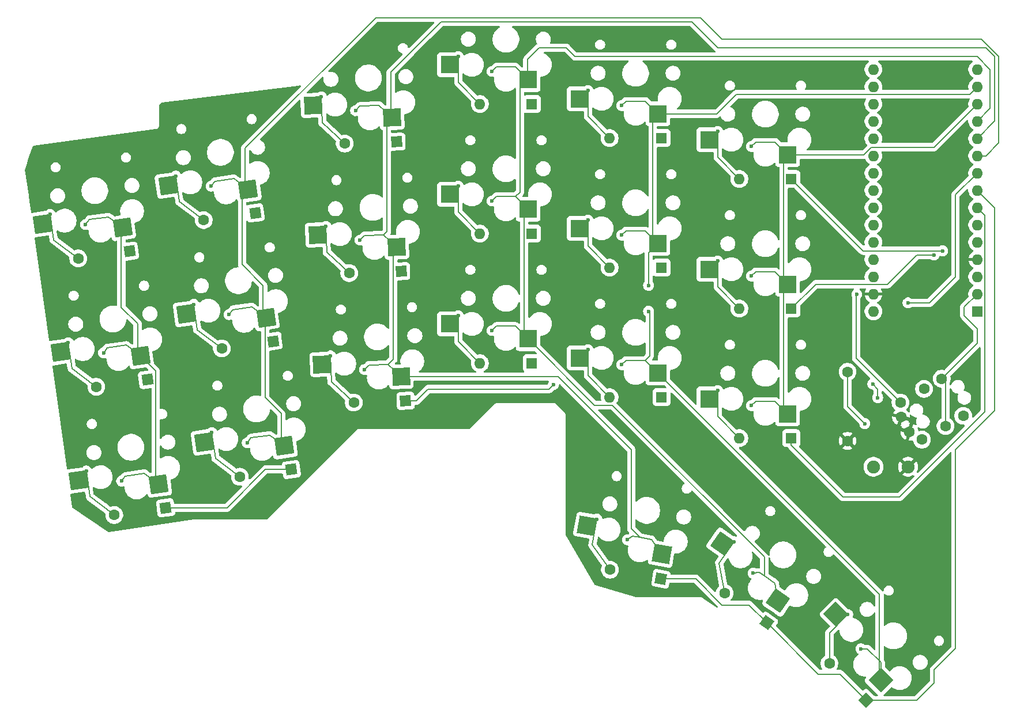
<source format=gbl>
%TF.GenerationSoftware,KiCad,Pcbnew,9.0.4*%
%TF.CreationDate,2025-09-06T18:01:24-05:00*%
%TF.ProjectId,esp32_s3_port,65737033-325f-4733-935f-706f72742e6b,rev?*%
%TF.SameCoordinates,Original*%
%TF.FileFunction,Copper,L2,Bot*%
%TF.FilePolarity,Positive*%
%FSLAX46Y46*%
G04 Gerber Fmt 4.6, Leading zero omitted, Abs format (unit mm)*
G04 Created by KiCad (PCBNEW 9.0.4) date 2025-09-06 18:01:24*
%MOMM*%
%LPD*%
G01*
G04 APERTURE LIST*
G04 Aperture macros list*
%AMHorizOval*
0 Thick line with rounded ends*
0 $1 width*
0 $2 $3 position (X,Y) of the first rounded end (center of the circle)*
0 $4 $5 position (X,Y) of the second rounded end (center of the circle)*
0 Add line between two ends*
20,1,$1,$2,$3,$4,$5,0*
0 Add two circle primitives to create the rounded ends*
1,1,$1,$2,$3*
1,1,$1,$4,$5*%
%AMRotRect*
0 Rectangle, with rotation*
0 The origin of the aperture is its center*
0 $1 length*
0 $2 width*
0 $3 Rotation angle, in degrees counterclockwise*
0 Add horizontal line*
21,1,$1,$2,0,0,$3*%
G04 Aperture macros list end*
%TA.AperFunction,ComponentPad*%
%ADD10C,1.900000*%
%TD*%
%TA.AperFunction,ComponentPad*%
%ADD11C,1.600000*%
%TD*%
%TA.AperFunction,SMDPad,CuDef*%
%ADD12R,2.600000X2.600000*%
%TD*%
%TA.AperFunction,ComponentPad*%
%ADD13R,1.600000X1.600000*%
%TD*%
%TA.AperFunction,ComponentPad*%
%ADD14O,1.600000X1.600000*%
%TD*%
%TA.AperFunction,ComponentPad*%
%ADD15RotRect,1.600000X1.600000X188.000000*%
%TD*%
%TA.AperFunction,ComponentPad*%
%ADD16HorizOval,1.600000X0.000000X0.000000X0.000000X0.000000X0*%
%TD*%
%TA.AperFunction,ComponentPad*%
%ADD17RotRect,1.600000X1.600000X182.000000*%
%TD*%
%TA.AperFunction,ComponentPad*%
%ADD18HorizOval,1.600000X0.000000X0.000000X0.000000X0.000000X0*%
%TD*%
%TA.AperFunction,SMDPad,CuDef*%
%ADD19RotRect,2.600000X2.600000X315.000000*%
%TD*%
%TA.AperFunction,SMDPad,CuDef*%
%ADD20RotRect,2.600000X2.600000X8.000000*%
%TD*%
%TA.AperFunction,SMDPad,CuDef*%
%ADD21RotRect,2.600000X2.600000X350.000000*%
%TD*%
%TA.AperFunction,SMDPad,CuDef*%
%ADD22RotRect,2.600000X2.600000X2.000000*%
%TD*%
%TA.AperFunction,SMDPad,CuDef*%
%ADD23RotRect,2.600000X2.600000X325.000000*%
%TD*%
%TA.AperFunction,ComponentPad*%
%ADD24RotRect,1.600000X1.600000X145.000000*%
%TD*%
%TA.AperFunction,ComponentPad*%
%ADD25HorizOval,1.600000X0.000000X0.000000X0.000000X0.000000X0*%
%TD*%
%TA.AperFunction,ComponentPad*%
%ADD26RotRect,1.600000X1.600000X170.000000*%
%TD*%
%TA.AperFunction,ComponentPad*%
%ADD27HorizOval,1.600000X0.000000X0.000000X0.000000X0.000000X0*%
%TD*%
%TA.AperFunction,ComponentPad*%
%ADD28RotRect,1.600000X1.600000X135.000000*%
%TD*%
%TA.AperFunction,ComponentPad*%
%ADD29HorizOval,1.600000X0.000000X0.000000X0.000000X0.000000X0*%
%TD*%
%TA.AperFunction,ViaPad*%
%ADD30C,0.600000*%
%TD*%
%TA.AperFunction,Conductor*%
%ADD31C,0.200000*%
%TD*%
G04 APERTURE END LIST*
D10*
%TO.P,JP1,1*%
%TO.N,Net-(BT1-+)*%
X149225000Y-100965000D03*
%TO.P,JP1,2*%
%TO.N,GND*%
X154305000Y-100965000D03*
%TD*%
D11*
%TO.P,R2,1*%
%TO.N,GND*%
X145415000Y-97155000D03*
%TO.P,R2,2*%
%TO.N,Net-(U1-PROG)*%
X145415000Y-86995000D03*
%TD*%
D12*
%TO.P,SW10,1,1*%
%TO.N,/Col6*%
X136624999Y-74128947D03*
%TO.P,SW10,2,2*%
%TO.N,Net-(D10-A)*%
X125074999Y-71928947D03*
%TD*%
D13*
%TO.P,D4,1,K*%
%TO.N,/Row1*%
X137159999Y-58653947D03*
D14*
%TO.P,D4,2,A*%
%TO.N,Net-(D4-A)*%
X129539999Y-58653947D03*
%TD*%
D13*
%TO.P,D6,1,K*%
%TO.N,/Row2*%
X99059999Y-66675000D03*
D14*
%TO.P,D6,2,A*%
%TO.N,Net-(D6-A)*%
X91439999Y-66675000D03*
%TD*%
D15*
%TO.P,D18,1,K*%
%TO.N,/Row3*%
X45290825Y-107001102D03*
D16*
%TO.P,D18,2,A*%
%TO.N,Net-(D18-A)*%
X37744982Y-108061601D03*
%TD*%
D17*
%TO.P,D15,1,K*%
%TO.N,/Row3*%
X80526656Y-91261169D03*
D18*
%TO.P,D15,2,A*%
%TO.N,Net-(D15-A)*%
X72911298Y-91527103D03*
%TD*%
D19*
%TO.P,SW21,1,1*%
%TO.N,/Col5*%
X150297448Y-132358389D03*
%TO.P,SW21,2,2*%
%TO.N,Net-(D21-A)*%
X143686000Y-122635671D03*
%TD*%
D12*
%TO.P,SW4,1,1*%
%TO.N,/Col6*%
X136624999Y-55078947D03*
%TO.P,SW4,2,2*%
%TO.N,Net-(D4-A)*%
X125074999Y-52878947D03*
%TD*%
D13*
%TO.P,D12,1,K*%
%TO.N,/Row3*%
X99059999Y-85725000D03*
D14*
%TO.P,D12,2,A*%
%TO.N,Net-(D12-A)*%
X91439999Y-85725000D03*
%TD*%
D20*
%TO.P,SW5,1,1*%
%TO.N,/Col2*%
X57406981Y-60176269D03*
%TO.P,SW5,2,2*%
%TO.N,Net-(D5-A)*%
X45663204Y-59605129D03*
%TD*%
D12*
%TO.P,SW12,1,1*%
%TO.N,/Col4*%
X98524999Y-82150000D03*
%TO.P,SW12,2,2*%
%TO.N,Net-(D12-A)*%
X86974999Y-79950000D03*
%TD*%
%TO.P,SW6,1,1*%
%TO.N,/Col4*%
X98524999Y-63100000D03*
%TO.P,SW6,2,2*%
%TO.N,Net-(D6-A)*%
X86974999Y-60900000D03*
%TD*%
D13*
%TO.P,D2,1,K*%
%TO.N,/Row1*%
X118109999Y-52638158D03*
D14*
%TO.P,D2,2,A*%
%TO.N,Net-(D2-A)*%
X110489999Y-52638158D03*
%TD*%
D21*
%TO.P,SW19,1,1*%
%TO.N,/Col3*%
X118123090Y-113809746D03*
%TO.P,SW19,2,2*%
%TO.N,Net-(D19-A)*%
X107130586Y-109637532D03*
%TD*%
D15*
%TO.P,D17,1,K*%
%TO.N,/Row3*%
X63736813Y-101371232D03*
D16*
%TO.P,D17,2,A*%
%TO.N,Net-(D17-A)*%
X56190970Y-102431731D03*
%TD*%
D17*
%TO.P,D9,1,K*%
%TO.N,/Row2*%
X79861821Y-72222774D03*
D18*
%TO.P,D9,2,A*%
%TO.N,Net-(D9-A)*%
X72246463Y-72488708D03*
%TD*%
D13*
%TO.P,D16,1,K*%
%TO.N,/Row3*%
X137159999Y-96753947D03*
D14*
%TO.P,D16,2,A*%
%TO.N,Net-(D16-A)*%
X129539999Y-96753947D03*
%TD*%
D12*
%TO.P,SW14,1,1*%
%TO.N,/Col5*%
X117574999Y-87163158D03*
%TO.P,SW14,2,2*%
%TO.N,Net-(D14-A)*%
X106024999Y-84963158D03*
%TD*%
D13*
%TO.P,A1,1,D1/TX*%
%TO.N,TX*%
X164455000Y-78105000D03*
D14*
%TO.P,A1,2,D0/RX*%
%TO.N,RX*%
X164455000Y-75565000D03*
%TO.P,A1,3,~{RESET}*%
%TO.N,unconnected-(A1-~{RESET}-Pad3)*%
X164455000Y-73025000D03*
%TO.P,A1,4,GND*%
%TO.N,GND*%
X164455000Y-70485000D03*
%TO.P,A1,5,D2*%
%TO.N,/Row1*%
X164455000Y-67945000D03*
%TO.P,A1,6,D3*%
%TO.N,/Row2*%
X164455000Y-65405000D03*
%TO.P,A1,7,D4*%
%TO.N,/Row3*%
X164455000Y-62865000D03*
%TO.P,A1,8,D5*%
%TO.N,/Row4*%
X164455000Y-60325000D03*
%TO.P,A1,9,D6*%
%TO.N,/Col1*%
X164455000Y-57785000D03*
%TO.P,A1,10,D7*%
%TO.N,/Col2*%
X164455000Y-55245000D03*
%TO.P,A1,11,D8*%
%TO.N,/Col3*%
X164455000Y-52705000D03*
%TO.P,A1,12,D9*%
%TO.N,/Col4*%
X164455000Y-50165000D03*
%TO.P,A1,13,D10/CS*%
%TO.N,/Col6*%
X164455000Y-47625000D03*
%TO.P,A1,14,D11/COPI*%
%TO.N,/Col5*%
X164455000Y-45085000D03*
%TO.P,A1,15,D12/CIPO*%
%TO.N,unconnected-(A1-D12{slash}CIPO-Pad15)*%
X164455000Y-42545000D03*
%TO.P,A1,16,D13/SCK*%
%TO.N,unconnected-(A1-D13{slash}SCK-Pad16)*%
X149215000Y-42545000D03*
%TO.P,A1,17,3V3*%
%TO.N,VCC*%
X149215000Y-45085000D03*
%TO.P,A1,18,B0*%
%TO.N,unconnected-(A1-B0-Pad18)*%
X149215000Y-47625000D03*
%TO.P,A1,19,A0*%
%TO.N,/finished*%
X149215000Y-50165000D03*
%TO.P,A1,20,A1*%
%TO.N,/charging*%
X149215000Y-52705000D03*
%TO.P,A1,21,A2*%
%TO.N,unconnected-(A1-A2-Pad21)*%
X149215000Y-55245000D03*
%TO.P,A1,22,A3*%
%TO.N,unconnected-(A1-A3-Pad22)*%
X149215000Y-57785000D03*
%TO.P,A1,23,SDA/A4*%
%TO.N,SDA*%
X149215000Y-60325000D03*
%TO.P,A1,24,SCL/A5*%
%TO.N,SCL*%
X149215000Y-62865000D03*
%TO.P,A1,25,A6*%
%TO.N,unconnected-(A1-A6-Pad25)*%
X149215000Y-65405000D03*
%TO.P,A1,26,A7*%
%TO.N,unconnected-(A1-A7-Pad26)*%
X149215000Y-67945000D03*
%TO.P,A1,27,VUSB/5V*%
%TO.N,VBUS*%
X149215000Y-70485000D03*
%TO.P,A1,28,B1*%
%TO.N,unconnected-(A1-B1-Pad28)*%
X149215000Y-73025000D03*
%TO.P,A1,29,GND*%
%TO.N,GND*%
X149215000Y-75565000D03*
%TO.P,A1,30,VIN*%
%TO.N,+5V*%
X149215000Y-78105000D03*
%TD*%
D12*
%TO.P,SW16,1,1*%
%TO.N,/Col6*%
X136624999Y-93178947D03*
%TO.P,SW16,2,2*%
%TO.N,Net-(D16-A)*%
X125074999Y-90978947D03*
%TD*%
D20*
%TO.P,SW17,1,1*%
%TO.N,/Col2*%
X62709476Y-97905482D03*
%TO.P,SW17,2,2*%
%TO.N,Net-(D17-A)*%
X50965699Y-97334342D03*
%TD*%
D22*
%TO.P,SW9,1,1*%
%TO.N,/Col3*%
X79202382Y-68668624D03*
%TO.P,SW9,2,2*%
%TO.N,Net-(D9-A)*%
X67582639Y-66873053D03*
%TD*%
D23*
%TO.P,SW20,1,1*%
%TO.N,/Col4*%
X135217869Y-120670998D03*
%TO.P,SW20,2,2*%
%TO.N,Net-(D20-A)*%
X127018531Y-112244056D03*
%TD*%
D20*
%TO.P,SW18,1,1*%
%TO.N,/Col1*%
X44263488Y-103535352D03*
%TO.P,SW18,2,2*%
%TO.N,Net-(D18-A)*%
X32519711Y-102964212D03*
%TD*%
D22*
%TO.P,SW3,1,1*%
%TO.N,/Col3*%
X78537547Y-49630229D03*
%TO.P,SW3,2,2*%
%TO.N,Net-(D3-A)*%
X66917804Y-47834658D03*
%TD*%
D15*
%TO.P,D13,1,K*%
%TO.N,/Row2*%
X42639577Y-88136495D03*
D16*
%TO.P,D13,2,A*%
%TO.N,Net-(D13-A)*%
X35093734Y-89196994D03*
%TD*%
D20*
%TO.P,SW11,1,1*%
%TO.N,/Col2*%
X60058229Y-79040875D03*
%TO.P,SW11,2,2*%
%TO.N,Net-(D11-A)*%
X48314452Y-78469735D03*
%TD*%
D11*
%TO.P,J2,1*%
%TO.N,GND*%
X153274457Y-93663112D03*
%TO.P,J2,2*%
%TO.N,VBUS*%
X156340482Y-96973624D03*
%TO.P,J2,3*%
%TO.N,RX*%
X159804584Y-94973624D03*
%TO.P,J2,4*%
%TO.N,TX*%
X162402660Y-93473624D03*
%TD*%
D17*
%TO.P,D3,1,K*%
%TO.N,/Row1*%
X79196986Y-53184379D03*
D18*
%TO.P,D3,2,A*%
%TO.N,Net-(D3-A)*%
X71581628Y-53450313D03*
%TD*%
D13*
%TO.P,D1,1,K*%
%TO.N,/Row1*%
X99059999Y-47625000D03*
D14*
%TO.P,D1,2,A*%
%TO.N,Net-(D1-A)*%
X91439999Y-47625000D03*
%TD*%
D13*
%TO.P,D10,1,K*%
%TO.N,/Row2*%
X137159999Y-77703947D03*
D14*
%TO.P,D10,2,A*%
%TO.N,Net-(D10-A)*%
X129539999Y-77703947D03*
%TD*%
D15*
%TO.P,D7,1,K*%
%TO.N,/Row1*%
X39988330Y-69271888D03*
D16*
%TO.P,D7,2,A*%
%TO.N,Net-(D7-A)*%
X32442487Y-70332387D03*
%TD*%
D20*
%TO.P,SW7,1,1*%
%TO.N,/Col1*%
X38960993Y-65806138D03*
%TO.P,SW7,2,2*%
%TO.N,Net-(D7-A)*%
X27217216Y-65234998D03*
%TD*%
D12*
%TO.P,SW8,1,1*%
%TO.N,/Col5*%
X117574999Y-68113158D03*
%TO.P,SW8,2,2*%
%TO.N,Net-(D8-A)*%
X106024999Y-65913158D03*
%TD*%
D20*
%TO.P,SW13,1,1*%
%TO.N,/Col1*%
X41612240Y-84670745D03*
%TO.P,SW13,2,2*%
%TO.N,Net-(D13-A)*%
X29868463Y-84099605D03*
%TD*%
D24*
%TO.P,D20,1,K*%
%TO.N,/Row4*%
X133605580Y-123906330D03*
D25*
%TO.P,D20,2,A*%
%TO.N,Net-(D20-A)*%
X127363641Y-119535678D03*
%TD*%
D13*
%TO.P,D8,1,K*%
%TO.N,/Row2*%
X118109999Y-71688158D03*
D14*
%TO.P,D8,2,A*%
%TO.N,Net-(D8-A)*%
X110489999Y-71688158D03*
%TD*%
D26*
%TO.P,D19,1,K*%
%TO.N,/Row4*%
X118029169Y-117423335D03*
D27*
%TO.P,D19,2,A*%
%TO.N,Net-(D19-A)*%
X110524934Y-116100136D03*
%TD*%
D15*
%TO.P,D11,1,K*%
%TO.N,/Row2*%
X61085566Y-82506625D03*
D16*
%TO.P,D11,2,A*%
%TO.N,Net-(D11-A)*%
X53539723Y-83567124D03*
%TD*%
D15*
%TO.P,D5,1,K*%
%TO.N,/Row1*%
X58434318Y-63642019D03*
D16*
%TO.P,D5,2,A*%
%TO.N,Net-(D5-A)*%
X50888475Y-64702518D03*
%TD*%
D12*
%TO.P,SW1,1,1*%
%TO.N,/Col4*%
X98524999Y-44050000D03*
%TO.P,SW1,2,2*%
%TO.N,Net-(D1-A)*%
X86974999Y-41850000D03*
%TD*%
%TO.P,SW2,1,1*%
%TO.N,/Col5*%
X117574999Y-49063158D03*
%TO.P,SW2,2,2*%
%TO.N,Net-(D2-A)*%
X106024999Y-46863158D03*
%TD*%
D28*
%TO.P,D21,1,K*%
%TO.N,/Row4*%
X148147844Y-135264597D03*
D29*
%TO.P,D21,2,A*%
%TO.N,Net-(D21-A)*%
X142759690Y-129876443D03*
%TD*%
D13*
%TO.P,D14,1,K*%
%TO.N,/Row3*%
X118109999Y-90738158D03*
D14*
%TO.P,D14,2,A*%
%TO.N,Net-(D14-A)*%
X110489999Y-90738158D03*
%TD*%
D22*
%TO.P,SW15,1,1*%
%TO.N,/Col3*%
X79867217Y-87707019D03*
%TO.P,SW15,2,2*%
%TO.N,Net-(D15-A)*%
X68247474Y-85911448D03*
%TD*%
D11*
%TO.P,J1,1*%
%TO.N,GND*%
X154521957Y-95823846D03*
%TO.P,J1,2*%
%TO.N,VBUS*%
X153187982Y-91513334D03*
%TO.P,J1,3*%
%TO.N,TX*%
X156652084Y-89513334D03*
%TO.P,J1,4*%
%TO.N,RX*%
X159250160Y-88013334D03*
%TD*%
D30*
%TO.N,+5V*%
X149118235Y-88793235D03*
X149860000Y-90805000D03*
%TO.N,Net-(U1-PROG)*%
X147955000Y-94615000D03*
%TO.N,/Row3*%
X102235000Y-88900000D03*
%TO.N,/Col5*%
X112249789Y-85951717D03*
X112249789Y-47851717D03*
X116205000Y-78105000D03*
X112249789Y-66901717D03*
X116205000Y-74295000D03*
X147388574Y-127736279D03*
%TO.N,/Col1*%
X36170254Y-84212220D03*
X33519007Y-65347613D03*
X38821502Y-103076827D03*
X154305000Y-76869601D03*
%TO.N,/Col6*%
X131299789Y-91967506D03*
X131299789Y-53867506D03*
X131299789Y-72917506D03*
%TO.N,/Row2*%
X158115000Y-69850000D03*
%TO.N,/Col3*%
X73838137Y-67643768D03*
X113089146Y-111691996D03*
X73173302Y-48605373D03*
X74502972Y-86682163D03*
%TO.N,/Col2*%
X51964995Y-59717744D03*
X54616243Y-78582350D03*
X57267490Y-97446957D03*
%TO.N,/Col4*%
X131550567Y-116624229D03*
X93199789Y-80938559D03*
X93199789Y-42838559D03*
X93199789Y-61888559D03*
%TO.N,/Row1*%
X159385000Y-69215000D03*
%TO.N,VBUS*%
X146778219Y-75604149D03*
%TO.N,GND*%
X84500000Y-40000000D03*
X85500000Y-74000000D03*
X66500000Y-83000000D03*
X143000000Y-67500000D03*
X65000000Y-65500000D03*
X143500000Y-57500000D03*
X46500000Y-71500000D03*
X104500000Y-55500000D03*
X104500000Y-74500000D03*
X157000000Y-42500000D03*
X43500000Y-54500000D03*
X157000000Y-50000000D03*
X106500000Y-98000000D03*
X85500000Y-55000000D03*
X49000000Y-90500000D03*
X64000000Y-52000000D03*
%TO.N,Net-(D1-A)*%
X88264999Y-40640000D03*
%TO.N,Net-(D2-A)*%
X107314999Y-45653158D03*
%TO.N,Net-(D3-A)*%
X68164790Y-46580375D03*
%TO.N,Net-(D4-A)*%
X126364999Y-51668947D03*
%TO.N,Net-(D5-A)*%
X46772250Y-58227371D03*
%TO.N,Net-(D6-A)*%
X88264999Y-59690000D03*
%TO.N,Net-(D7-A)*%
X28326262Y-63857240D03*
%TO.N,Net-(D8-A)*%
X107314999Y-64703158D03*
%TO.N,Net-(D9-A)*%
X68829625Y-65618770D03*
%TO.N,Net-(D10-A)*%
X126364999Y-70718947D03*
%TO.N,Net-(D11-A)*%
X49423498Y-77091977D03*
%TO.N,Net-(D12-A)*%
X88264999Y-78740000D03*
%TO.N,Net-(D13-A)*%
X30977509Y-82721847D03*
%TO.N,Net-(D14-A)*%
X107314999Y-83753158D03*
%TO.N,Net-(D15-A)*%
X69494460Y-84657165D03*
%TO.N,Net-(D16-A)*%
X126364999Y-89768947D03*
%TO.N,Net-(D17-A)*%
X52074745Y-95956584D03*
%TO.N,Net-(D18-A)*%
X33628757Y-101586454D03*
%TO.N,Net-(D19-A)*%
X108611102Y-108669921D03*
%TO.N,Net-(D20-A)*%
X128769265Y-111992796D03*
%TO.N,Net-(D21-A)*%
X145453767Y-122692239D03*
%TD*%
D31*
%TO.N,Net-(U1-PROG)*%
X145415000Y-92075000D02*
X145415000Y-86995000D01*
X147955000Y-94615000D02*
X145415000Y-92075000D01*
%TO.N,+5V*%
X149860000Y-89535000D02*
X149118235Y-88793235D01*
X149860000Y-90805000D02*
X149860000Y-89535000D01*
%TO.N,/Row2*%
X140737946Y-74126000D02*
X137159999Y-77703947D01*
X151299000Y-74126000D02*
X140737946Y-74126000D01*
X155575000Y-69850000D02*
X151299000Y-74126000D01*
X158115000Y-69850000D02*
X155575000Y-69850000D01*
%TO.N,/Col1*%
X161290000Y-60950000D02*
X164455000Y-57785000D01*
X157445399Y-76869601D02*
X161290000Y-73025000D01*
X154305000Y-76869601D02*
X157445399Y-76869601D01*
X161290000Y-73025000D02*
X161290000Y-60950000D01*
%TO.N,/Row3*%
X101600000Y-89535000D02*
X102235000Y-88900000D01*
X82093831Y-91261169D02*
X83820000Y-89535000D01*
X153035000Y-105410000D02*
X144780000Y-105410000D01*
X83820000Y-89535000D02*
X101600000Y-89535000D01*
X137159999Y-97789999D02*
X137159999Y-96753947D01*
X165556000Y-63966000D02*
X165556000Y-92889000D01*
X144780000Y-105410000D02*
X137159999Y-97789999D01*
X80526656Y-91261169D02*
X82093831Y-91261169D01*
X164455000Y-62865000D02*
X165556000Y-63966000D01*
X45290825Y-107001102D02*
X54288898Y-107001102D01*
X54288898Y-107001102D02*
X59918768Y-101371232D01*
X59918768Y-101371232D02*
X63736813Y-101371232D01*
X165556000Y-92889000D02*
X153035000Y-105410000D01*
%TO.N,/Col5*%
X117574999Y-87163158D02*
X115723999Y-85312158D01*
X112889348Y-85312158D02*
X112249789Y-85951717D01*
X126216045Y-49063158D02*
X129093203Y-46186000D01*
X116840000Y-49798157D02*
X116840000Y-67378159D01*
X115723999Y-66262158D02*
X112889348Y-66262158D01*
X117574999Y-49063158D02*
X115723999Y-47212158D01*
X129093203Y-46186000D02*
X163354000Y-46186000D01*
X116365499Y-84670658D02*
X115723999Y-85312158D01*
X116365499Y-78265499D02*
X116205000Y-78105000D01*
X117574999Y-68113158D02*
X115723999Y-66262158D01*
X150123459Y-132184400D02*
X150297448Y-132358389D01*
X116840000Y-67378159D02*
X117574999Y-68113158D01*
X116365499Y-84670658D02*
X116365499Y-78265499D01*
X115723999Y-47212158D02*
X112889348Y-47212158D01*
X116205000Y-69483157D02*
X116205000Y-74295000D01*
X150297448Y-132358389D02*
X150297448Y-129740680D01*
X150297448Y-129740680D02*
X148293047Y-127736279D01*
X148293047Y-127736279D02*
X147388574Y-127736279D01*
X112889348Y-66262158D02*
X112249789Y-66901717D01*
X117574999Y-87163158D02*
X150123459Y-119711618D01*
X117574999Y-49063158D02*
X126216045Y-49063158D01*
X150123459Y-119711618D02*
X150123459Y-132184400D01*
X117574999Y-68113158D02*
X116205000Y-69483157D01*
X112889348Y-47212158D02*
X112249789Y-47851717D01*
X163354000Y-46186000D02*
X164455000Y-45085000D01*
X117574999Y-49063158D02*
X116840000Y-49798157D01*
X115723999Y-85312158D02*
X112889348Y-85312158D01*
%TO.N,/Col1*%
X39365828Y-102354482D02*
X38821502Y-103076827D01*
X43814519Y-100349980D02*
X43814519Y-103086383D01*
X38960993Y-65806138D02*
X38783777Y-65983354D01*
X41163271Y-79898271D02*
X41163271Y-84221776D01*
X38783777Y-77518777D02*
X41163271Y-79898271D01*
X34063333Y-64625268D02*
X33519007Y-65347613D01*
X43844130Y-100320369D02*
X43814519Y-100349980D01*
X38783777Y-65983354D02*
X38783777Y-77518777D01*
X41612240Y-84670745D02*
X43844130Y-86902635D01*
X41612240Y-84670745D02*
X39521644Y-83095368D01*
X43814519Y-103086383D02*
X44263488Y-103535352D01*
X36714580Y-83489875D02*
X36170254Y-84212220D01*
X36870397Y-64230761D02*
X34063333Y-64625268D01*
X44263488Y-103535352D02*
X42172892Y-101959975D01*
X41163271Y-84221776D02*
X41612240Y-84670745D01*
X42172892Y-101959975D02*
X39365828Y-102354482D01*
X43844130Y-86902635D02*
X43844130Y-100320369D01*
X39521644Y-83095368D02*
X36714580Y-83489875D01*
X38960993Y-65806138D02*
X36870397Y-64230761D01*
%TO.N,/Col6*%
X136624999Y-55078947D02*
X147824003Y-55078947D01*
X136058999Y-92612947D02*
X136624999Y-93178947D01*
X148927950Y-53975000D02*
X158105000Y-53975000D01*
X136058999Y-74694947D02*
X136058999Y-92612947D01*
X136624999Y-93178947D02*
X134773999Y-91327947D01*
X136058999Y-73562947D02*
X136624999Y-74128947D01*
X136624999Y-55078947D02*
X134773999Y-53227947D01*
X136624999Y-74128947D02*
X136058999Y-74694947D01*
X136058999Y-55644947D02*
X136058999Y-73562947D01*
X134773999Y-72277947D02*
X131939348Y-72277947D01*
X131939348Y-53227947D02*
X131299789Y-53867506D01*
X136624999Y-55078947D02*
X136058999Y-55644947D01*
X158105000Y-53975000D02*
X164455000Y-47625000D01*
X134773999Y-91327947D02*
X131939348Y-91327947D01*
X147824003Y-55078947D02*
X148927950Y-53975000D01*
X136624999Y-74128947D02*
X134773999Y-72277947D01*
X131939348Y-91327947D02*
X131299789Y-91967506D01*
X134773999Y-53227947D02*
X131939348Y-53227947D01*
X131939348Y-72277947D02*
X131299789Y-72917506D01*
%TO.N,/Col3*%
X77287911Y-66883350D02*
X74454986Y-66982278D01*
X76623076Y-47844955D02*
X73790151Y-47943883D01*
X85725000Y-35560000D02*
X122555000Y-35560000D01*
X79867217Y-87707019D02*
X77952746Y-85921745D01*
X78333717Y-49426399D02*
X78333717Y-42951283D01*
X122555000Y-35560000D02*
X126365000Y-39370000D01*
X78537547Y-49630229D02*
X78333717Y-49426399D01*
X78333717Y-42951283D02*
X85725000Y-35560000D01*
X79867217Y-87707019D02*
X102947019Y-87707019D01*
X167005000Y-40640000D02*
X167005000Y-50155000D01*
X118123090Y-113809746D02*
X116621633Y-111665444D01*
X74454986Y-66982278D02*
X73838137Y-67643768D01*
X165735000Y-39370000D02*
X167005000Y-40640000D01*
X114935000Y-111368045D02*
X113830047Y-111173212D01*
X77787225Y-50380551D02*
X77787225Y-66384036D01*
X78733389Y-69137617D02*
X78733389Y-85141102D01*
X77787225Y-66384036D02*
X77287911Y-66883350D01*
X78537547Y-49630229D02*
X77787225Y-50380551D01*
X116621633Y-111665444D02*
X114935000Y-111368045D01*
X126365000Y-39370000D02*
X165735000Y-39370000D01*
X77952746Y-85921745D02*
X75119821Y-86020673D01*
X102947019Y-87707019D02*
X113665000Y-98425000D01*
X73790151Y-47943883D02*
X73173302Y-48605373D01*
X79202382Y-68668624D02*
X78733389Y-69137617D01*
X75119821Y-86020673D02*
X74502972Y-86682163D01*
X78537547Y-49630229D02*
X76623076Y-47844955D01*
X113665000Y-98425000D02*
X113665000Y-110098045D01*
X79202382Y-68668624D02*
X77287911Y-66883350D01*
X113830047Y-111173212D02*
X113089146Y-111691996D01*
X113665000Y-110098045D02*
X114935000Y-111368045D01*
X167005000Y-50155000D02*
X164455000Y-52705000D01*
X78733389Y-85141102D02*
X77952746Y-85921745D01*
%TO.N,/Col2*%
X123825000Y-34925000D02*
X127000000Y-38100000D01*
X52509321Y-58995399D02*
X51964995Y-59717744D01*
X167640000Y-53340000D02*
X165735000Y-55245000D01*
X56958012Y-59727300D02*
X56958012Y-54099006D01*
X62260507Y-93170360D02*
X62260507Y-97456513D01*
X59881013Y-90790866D02*
X62260507Y-93170360D01*
X60058229Y-79040875D02*
X59881013Y-79218091D01*
X60058229Y-79040875D02*
X57967633Y-77465498D01*
X56958012Y-54099006D02*
X76132018Y-34925000D01*
X57406981Y-60176269D02*
X56515000Y-61068250D01*
X62260507Y-97456513D02*
X62709476Y-97905482D01*
X62709476Y-97905482D02*
X60618880Y-96330105D01*
X167640000Y-40640000D02*
X167640000Y-53340000D01*
X165735000Y-55245000D02*
X164455000Y-55245000D01*
X57811816Y-96724612D02*
X57267490Y-97446957D01*
X76132018Y-34925000D02*
X123825000Y-34925000D01*
X60618880Y-96330105D02*
X57811816Y-96724612D01*
X165100000Y-38100000D02*
X167640000Y-40640000D01*
X59609260Y-74305753D02*
X59609260Y-78591906D01*
X55160569Y-77860005D02*
X54616243Y-78582350D01*
X55316385Y-58600892D02*
X52509321Y-58995399D01*
X56515000Y-71211493D02*
X59609260Y-74305753D01*
X57406981Y-60176269D02*
X56958012Y-59727300D01*
X57967633Y-77465498D02*
X55160569Y-77860005D01*
X57406981Y-60176269D02*
X55316385Y-58600892D01*
X127000000Y-38100000D02*
X165100000Y-38100000D01*
X59609260Y-78591906D02*
X60058229Y-79040875D01*
X59881013Y-79218091D02*
X59881013Y-90790866D01*
X56515000Y-61068250D02*
X56515000Y-71211493D01*
%TO.N,/Col4*%
X98524999Y-44050000D02*
X97315499Y-45259500D01*
X98524999Y-44050000D02*
X98398999Y-43924000D01*
X133195049Y-114216113D02*
X133195049Y-116994951D01*
X98398999Y-43924000D02*
X98398999Y-41083291D01*
X98524999Y-82150000D02*
X96673999Y-80299000D01*
X93839348Y-42199000D02*
X93199789Y-42838559D01*
X104140000Y-39370000D02*
X105410000Y-40640000D01*
X96673999Y-42199000D02*
X93839348Y-42199000D01*
X93839348Y-61249000D02*
X93199789Y-61888559D01*
X97958999Y-63666000D02*
X97958999Y-81584000D01*
X96673999Y-61249000D02*
X93839348Y-61249000D01*
X97958999Y-81584000D02*
X98524999Y-82150000D01*
X98524999Y-63100000D02*
X96673999Y-61249000D01*
X93839348Y-80299000D02*
X93199789Y-80938559D01*
X166370000Y-42545000D02*
X166370000Y-48250000D01*
X96673999Y-80299000D02*
X93839348Y-80299000D01*
X97315499Y-60607500D02*
X96673999Y-61249000D01*
X132441299Y-116467169D02*
X131550567Y-116624229D01*
X108280998Y-91905999D02*
X110884935Y-91905999D01*
X98524999Y-63100000D02*
X97958999Y-63666000D01*
X105410000Y-40640000D02*
X164465000Y-40640000D01*
X110884935Y-91905999D02*
X133195049Y-114216113D01*
X100112290Y-39370000D02*
X104140000Y-39370000D01*
X134763309Y-118093058D02*
X133195049Y-116994951D01*
X133195049Y-116994951D02*
X132441299Y-116467169D01*
X166370000Y-48250000D02*
X164455000Y-50165000D01*
X164465000Y-40640000D02*
X166370000Y-42545000D01*
X135217869Y-120670998D02*
X134763309Y-118093058D01*
X98524999Y-82150000D02*
X108280998Y-91905999D01*
X98398999Y-41083291D02*
X100112290Y-39370000D01*
X97315499Y-45259500D02*
X97315499Y-60607500D01*
X98524999Y-44050000D02*
X96673999Y-42199000D01*
%TO.N,/Row4*%
X133605580Y-123906330D02*
X141144250Y-131445000D01*
X158115000Y-132715000D02*
X158115000Y-130810000D01*
X127000000Y-121285000D02*
X130984250Y-121285000D01*
X141144250Y-131445000D02*
X144328247Y-131445000D01*
X161290000Y-98425000D02*
X167005000Y-92710000D01*
X161290000Y-127635000D02*
X161290000Y-98425000D01*
X158115000Y-130810000D02*
X161290000Y-127635000D01*
X130984250Y-121285000D02*
X133605580Y-123906330D01*
X167005000Y-62865000D02*
X166995000Y-62865000D01*
X123138335Y-117423335D02*
X127000000Y-121285000D01*
X118029169Y-117423335D02*
X123138335Y-117423335D01*
X166995000Y-62865000D02*
X164455000Y-60325000D01*
X144328247Y-131445000D02*
X148147844Y-135264597D01*
X155565403Y-135264597D02*
X158115000Y-132715000D01*
X167005000Y-92710000D02*
X167005000Y-62865000D01*
X148147844Y-135264597D02*
X155565403Y-135264597D01*
%TO.N,/Row1*%
X147721052Y-69215000D02*
X159385000Y-69215000D01*
X137159999Y-58653947D02*
X147721052Y-69215000D01*
%TO.N,RX*%
X159804584Y-88567758D02*
X159250160Y-88013334D01*
X162560000Y-78740000D02*
X162560000Y-77460000D01*
X159804584Y-94973624D02*
X159804584Y-88567758D01*
X164465000Y-80645000D02*
X162560000Y-78740000D01*
X159250160Y-88013334D02*
X164465000Y-82798494D01*
X162560000Y-77460000D02*
X164455000Y-75565000D01*
X164465000Y-82798494D02*
X164465000Y-80645000D01*
%TO.N,VBUS*%
X153187982Y-91513334D02*
X146685000Y-85010352D01*
X146685000Y-85010352D02*
X146685000Y-75565000D01*
%TO.N,Net-(D1-A)*%
X91439999Y-47625000D02*
X88264999Y-44450000D01*
X88264999Y-44450000D02*
X88264999Y-40640000D01*
%TO.N,Net-(D2-A)*%
X107314999Y-49463158D02*
X107314999Y-45653158D01*
X110489999Y-52638158D02*
X107314999Y-49463158D01*
%TO.N,Net-(D3-A)*%
X71581629Y-53450314D02*
X68297757Y-50388054D01*
X68297757Y-50388054D02*
X68164790Y-46580375D01*
%TO.N,Net-(D4-A)*%
X126364999Y-55478947D02*
X126364999Y-51668947D01*
X129539999Y-58653947D02*
X126364999Y-55478947D01*
%TO.N,Net-(D5-A)*%
X50888475Y-64702519D02*
X47302500Y-62000292D01*
X47302500Y-62000292D02*
X46772250Y-58227371D01*
%TO.N,Net-(D6-A)*%
X91439999Y-66675000D02*
X88264999Y-63500000D01*
X88264999Y-63500000D02*
X88264999Y-59690000D01*
%TO.N,Net-(D7-A)*%
X32442487Y-70332388D02*
X28856512Y-67630161D01*
X28856512Y-67630161D02*
X28326262Y-63857240D01*
%TO.N,Net-(D8-A)*%
X107314999Y-68513158D02*
X107314999Y-64703158D01*
X110489999Y-71688158D02*
X107314999Y-68513158D01*
%TO.N,Net-(D9-A)*%
X72246464Y-72488709D02*
X68962592Y-69426449D01*
X68962592Y-69426449D02*
X68829625Y-65618770D01*
%TO.N,Net-(D10-A)*%
X126364999Y-74528947D02*
X126364999Y-70718947D01*
X129539999Y-77703947D02*
X126364999Y-74528947D01*
%TO.N,Net-(D11-A)*%
X49953748Y-80864898D02*
X49423498Y-77091977D01*
X53539723Y-83567125D02*
X49953748Y-80864898D01*
%TO.N,Net-(D12-A)*%
X88264999Y-82550000D02*
X88264999Y-78740000D01*
X91439999Y-85725000D02*
X88264999Y-82550000D01*
%TO.N,Net-(D13-A)*%
X31507759Y-86494768D02*
X30977509Y-82721847D01*
X35093734Y-89196995D02*
X31507759Y-86494768D01*
%TO.N,Net-(D14-A)*%
X110489999Y-90738158D02*
X107314999Y-87563158D01*
X107314999Y-87563158D02*
X107314999Y-83753158D01*
%TO.N,Net-(D15-A)*%
X72911299Y-91527104D02*
X69627427Y-88464844D01*
X69627427Y-88464844D02*
X69494460Y-84657165D01*
%TO.N,Net-(D16-A)*%
X126364999Y-93578947D02*
X126364999Y-89768947D01*
X129539999Y-96753947D02*
X126364999Y-93578947D01*
%TO.N,Net-(D17-A)*%
X52604995Y-99729505D02*
X52074745Y-95956584D01*
X56190970Y-102431732D02*
X52604995Y-99729505D01*
%TO.N,Net-(D18-A)*%
X34159007Y-105359375D02*
X33628757Y-101586454D01*
X37744982Y-108061602D02*
X34159007Y-105359375D01*
%TO.N,Net-(D19-A)*%
X110524935Y-116100136D02*
X107949503Y-112422039D01*
X107949503Y-112422039D02*
X108611102Y-108669921D01*
%TO.N,Net-(D20-A)*%
X126583939Y-115113765D02*
X128769265Y-111992796D01*
X127363641Y-119535678D02*
X126583939Y-115113765D01*
%TO.N,Net-(D21-A)*%
X142759690Y-129876444D02*
X142759690Y-125386316D01*
X142759690Y-125386316D02*
X145453767Y-122692239D01*
%TD*%
%TA.AperFunction,Conductor*%
%TO.N,GND*%
G36*
X103906942Y-39990185D02*
G01*
X103927584Y-40006819D01*
X104925139Y-41004374D01*
X104925149Y-41004385D01*
X104929479Y-41008715D01*
X104929480Y-41008716D01*
X105041284Y-41120520D01*
X105113733Y-41162348D01*
X105178215Y-41199577D01*
X105330942Y-41240500D01*
X105330943Y-41240500D01*
X113150765Y-41240500D01*
X113217804Y-41260185D01*
X113263559Y-41312989D01*
X113273503Y-41382147D01*
X113244478Y-41445703D01*
X113212763Y-41471888D01*
X113205968Y-41475810D01*
X113205952Y-41475821D01*
X113001606Y-41632621D01*
X113001599Y-41632627D01*
X112819468Y-41814758D01*
X112819462Y-41814765D01*
X112662662Y-42019111D01*
X112662651Y-42019127D01*
X112533866Y-42242188D01*
X112533858Y-42242205D01*
X112435288Y-42480175D01*
X112368621Y-42728983D01*
X112334999Y-42984357D01*
X112334999Y-43241958D01*
X112357646Y-43413974D01*
X112368621Y-43497333D01*
X112382185Y-43547953D01*
X112435288Y-43746140D01*
X112533858Y-43984110D01*
X112533866Y-43984127D01*
X112662651Y-44207188D01*
X112662662Y-44207204D01*
X112819462Y-44411550D01*
X112819468Y-44411557D01*
X113001599Y-44593688D01*
X113001606Y-44593694D01*
X113116409Y-44681785D01*
X113205961Y-44750501D01*
X113205968Y-44750505D01*
X113429029Y-44879290D01*
X113429034Y-44879292D01*
X113429037Y-44879294D01*
X113429041Y-44879295D01*
X113429046Y-44879298D01*
X113510268Y-44912941D01*
X113667015Y-44977868D01*
X113915824Y-45044536D01*
X114171206Y-45078158D01*
X114171213Y-45078158D01*
X114428785Y-45078158D01*
X114428792Y-45078158D01*
X114684174Y-45044536D01*
X114932983Y-44977868D01*
X115170961Y-44879294D01*
X115212196Y-44855487D01*
X127384199Y-44855487D01*
X127384199Y-45002406D01*
X127412857Y-45146481D01*
X127412860Y-45146491D01*
X127469077Y-45282213D01*
X127469082Y-45282222D01*
X127550697Y-45404366D01*
X127550700Y-45404370D01*
X127654575Y-45508245D01*
X127654579Y-45508248D01*
X127776723Y-45589863D01*
X127776732Y-45589868D01*
X127782688Y-45592335D01*
X127912457Y-45646087D01*
X127996778Y-45662859D01*
X128056539Y-45674746D01*
X128056543Y-45674747D01*
X128056544Y-45674747D01*
X128203455Y-45674747D01*
X128203456Y-45674746D01*
X128347541Y-45646087D01*
X128483268Y-45589867D01*
X128511827Y-45570784D01*
X128533982Y-45563846D01*
X128554359Y-45552720D01*
X128566697Y-45553602D01*
X128578502Y-45549906D01*
X128600891Y-45556047D01*
X128610041Y-45556702D01*
X128608042Y-45535758D01*
X128640059Y-45473657D01*
X128642077Y-45471589D01*
X128709300Y-45404367D01*
X128790919Y-45282216D01*
X128847139Y-45146489D01*
X128875799Y-45002402D01*
X128875799Y-44855492D01*
X128847139Y-44711405D01*
X128801303Y-44600747D01*
X128790920Y-44575680D01*
X128790915Y-44575671D01*
X128709300Y-44453527D01*
X128709297Y-44453523D01*
X128605422Y-44349648D01*
X128605418Y-44349645D01*
X128483274Y-44268030D01*
X128483265Y-44268025D01*
X128347543Y-44211808D01*
X128347544Y-44211808D01*
X128347541Y-44211807D01*
X128347537Y-44211806D01*
X128347533Y-44211805D01*
X128203458Y-44183147D01*
X128203454Y-44183147D01*
X128056544Y-44183147D01*
X128056539Y-44183147D01*
X127912464Y-44211805D01*
X127912454Y-44211808D01*
X127776732Y-44268025D01*
X127776723Y-44268030D01*
X127654579Y-44349645D01*
X127654575Y-44349648D01*
X127550700Y-44453523D01*
X127550697Y-44453527D01*
X127469082Y-44575671D01*
X127469077Y-44575680D01*
X127412860Y-44711402D01*
X127412857Y-44711412D01*
X127384199Y-44855487D01*
X115212196Y-44855487D01*
X115394037Y-44750501D01*
X115598393Y-44593693D01*
X115780534Y-44411552D01*
X115937342Y-44207196D01*
X116066135Y-43984120D01*
X116164709Y-43746142D01*
X116231377Y-43497333D01*
X116264999Y-43241951D01*
X116264999Y-43026470D01*
X118698599Y-43026470D01*
X118698599Y-43199845D01*
X118725719Y-43371071D01*
X118779289Y-43535946D01*
X118779290Y-43535949D01*
X118841114Y-43657284D01*
X118857997Y-43690418D01*
X118959898Y-43830672D01*
X119082485Y-43953259D01*
X119222739Y-44055160D01*
X119297059Y-44093028D01*
X119377207Y-44133866D01*
X119377210Y-44133867D01*
X119426565Y-44149903D01*
X119542087Y-44187438D01*
X119621390Y-44199998D01*
X119713312Y-44214558D01*
X119713317Y-44214558D01*
X119886686Y-44214558D01*
X119970610Y-44201265D01*
X120057911Y-44187438D01*
X120222790Y-44133866D01*
X120377259Y-44055160D01*
X120517513Y-43953259D01*
X120640100Y-43830672D01*
X120742001Y-43690418D01*
X120820707Y-43535949D01*
X120874279Y-43371070D01*
X120889878Y-43272579D01*
X120901399Y-43199845D01*
X120901399Y-43026470D01*
X120883713Y-42914810D01*
X120874279Y-42855246D01*
X120820707Y-42690367D01*
X120820707Y-42690366D01*
X120742000Y-42535897D01*
X120715741Y-42499755D01*
X120640100Y-42395644D01*
X120517513Y-42273057D01*
X120377259Y-42171156D01*
X120222790Y-42092449D01*
X120222787Y-42092448D01*
X120057912Y-42038878D01*
X119886686Y-42011758D01*
X119886681Y-42011758D01*
X119713317Y-42011758D01*
X119713312Y-42011758D01*
X119542085Y-42038878D01*
X119377210Y-42092448D01*
X119377207Y-42092449D01*
X119222738Y-42171156D01*
X119185150Y-42198466D01*
X119082485Y-42273057D01*
X119082483Y-42273059D01*
X119082482Y-42273059D01*
X118959900Y-42395641D01*
X118959900Y-42395642D01*
X118959898Y-42395644D01*
X118916135Y-42455877D01*
X118857997Y-42535897D01*
X118779290Y-42690366D01*
X118779289Y-42690369D01*
X118725719Y-42855244D01*
X118698599Y-43026470D01*
X116264999Y-43026470D01*
X116264999Y-42984365D01*
X116231377Y-42728983D01*
X116164709Y-42480174D01*
X116078918Y-42273057D01*
X116066139Y-42242205D01*
X116066131Y-42242188D01*
X115937346Y-42019127D01*
X115937342Y-42019120D01*
X115821808Y-41868553D01*
X115780535Y-41814765D01*
X115780529Y-41814758D01*
X115598398Y-41632627D01*
X115598391Y-41632621D01*
X115394045Y-41475821D01*
X115394043Y-41475819D01*
X115394037Y-41475815D01*
X115394032Y-41475812D01*
X115394029Y-41475810D01*
X115387235Y-41471888D01*
X115339018Y-41421322D01*
X115325794Y-41352715D01*
X115351761Y-41287850D01*
X115408674Y-41247321D01*
X115449233Y-41240500D01*
X148416315Y-41240500D01*
X148483354Y-41260185D01*
X148529109Y-41312989D01*
X148539053Y-41382147D01*
X148510028Y-41445703D01*
X148489201Y-41464817D01*
X148449908Y-41493365D01*
X148367780Y-41553034D01*
X148223028Y-41697786D01*
X148102715Y-41863386D01*
X148009781Y-42045776D01*
X147946522Y-42240465D01*
X147914500Y-42442648D01*
X147914500Y-42647351D01*
X147946522Y-42849534D01*
X148009781Y-43044223D01*
X148070658Y-43163699D01*
X148098192Y-43217738D01*
X148102715Y-43226613D01*
X148223028Y-43392213D01*
X148367786Y-43536971D01*
X148508300Y-43639058D01*
X148533390Y-43657287D01*
X148603253Y-43692884D01*
X148626080Y-43704515D01*
X148676876Y-43752490D01*
X148693671Y-43820311D01*
X148671134Y-43886446D01*
X148626080Y-43925485D01*
X148533386Y-43972715D01*
X148367786Y-44093028D01*
X148223028Y-44237786D01*
X148102715Y-44403386D01*
X148009781Y-44585776D01*
X147946522Y-44780465D01*
X147920658Y-44943767D01*
X147914500Y-44982648D01*
X147914500Y-45187352D01*
X147928221Y-45273979D01*
X147946523Y-45389535D01*
X147946524Y-45389542D01*
X147957455Y-45423183D01*
X147959450Y-45493024D01*
X147923369Y-45552856D01*
X147860668Y-45583684D01*
X147839524Y-45585500D01*
X139260259Y-45585500D01*
X139193220Y-45565815D01*
X139147465Y-45513011D01*
X139137521Y-45443853D01*
X139157157Y-45392609D01*
X139230915Y-45282222D01*
X139230915Y-45282221D01*
X139230919Y-45282216D01*
X139287139Y-45146489D01*
X139315799Y-45002402D01*
X139315799Y-44855492D01*
X139287139Y-44711405D01*
X139241303Y-44600747D01*
X139230920Y-44575680D01*
X139230915Y-44575671D01*
X139149300Y-44453527D01*
X139149297Y-44453523D01*
X139045422Y-44349648D01*
X139045418Y-44349645D01*
X138923274Y-44268030D01*
X138923265Y-44268025D01*
X138787543Y-44211808D01*
X138787544Y-44211808D01*
X138787541Y-44211807D01*
X138787537Y-44211806D01*
X138787533Y-44211805D01*
X138643458Y-44183147D01*
X138643454Y-44183147D01*
X138496544Y-44183147D01*
X138496539Y-44183147D01*
X138352464Y-44211805D01*
X138352454Y-44211808D01*
X138216732Y-44268025D01*
X138216723Y-44268030D01*
X138094579Y-44349645D01*
X138094575Y-44349648D01*
X137990700Y-44453523D01*
X137990697Y-44453527D01*
X137909082Y-44575671D01*
X137909077Y-44575680D01*
X137852860Y-44711402D01*
X137852857Y-44711412D01*
X137824199Y-44855487D01*
X137824199Y-45002406D01*
X137852857Y-45146481D01*
X137852860Y-45146491D01*
X137909077Y-45282213D01*
X137909082Y-45282222D01*
X137982841Y-45392609D01*
X138003719Y-45459286D01*
X137985235Y-45526667D01*
X137933256Y-45573357D01*
X137879739Y-45585500D01*
X129179872Y-45585500D01*
X129179856Y-45585499D01*
X129172260Y-45585499D01*
X129014146Y-45585499D01*
X128861418Y-45626423D01*
X128819163Y-45650819D01*
X128819160Y-45650821D01*
X128791797Y-45666618D01*
X128723896Y-45683088D01*
X128702115Y-45675549D01*
X128701772Y-45677125D01*
X128703752Y-45689337D01*
X128694485Y-45710625D01*
X128689551Y-45733312D01*
X128677748Y-45749077D01*
X128675867Y-45753401D01*
X128668400Y-45761566D01*
X128636174Y-45793793D01*
X128612683Y-45817284D01*
X128612681Y-45817286D01*
X127304187Y-47125781D01*
X126003629Y-48426339D01*
X125942306Y-48459824D01*
X125915948Y-48462658D01*
X120456292Y-48462658D01*
X120389253Y-48442973D01*
X120343498Y-48390169D01*
X120333554Y-48321011D01*
X120362579Y-48257455D01*
X120380805Y-48240283D01*
X120399175Y-48226187D01*
X120456660Y-48182077D01*
X120456664Y-48182072D01*
X120456669Y-48182069D01*
X120618910Y-48019828D01*
X120618913Y-48019823D01*
X120618918Y-48019819D01*
X120758610Y-47837770D01*
X120873343Y-47639046D01*
X120961157Y-47427045D01*
X121020547Y-47205396D01*
X121050499Y-46977892D01*
X121050499Y-46748424D01*
X121020547Y-46520920D01*
X120961157Y-46299271D01*
X120873343Y-46087270D01*
X120758610Y-45888546D01*
X120758607Y-45888543D01*
X120758606Y-45888540D01*
X120636589Y-45729526D01*
X120618918Y-45706497D01*
X120618917Y-45706496D01*
X120618910Y-45706488D01*
X120456669Y-45544247D01*
X120456660Y-45544239D01*
X120274616Y-45404550D01*
X120265027Y-45399014D01*
X120075887Y-45289814D01*
X120075875Y-45289808D01*
X119863886Y-45202000D01*
X119809218Y-45187352D01*
X119642237Y-45142610D01*
X119604214Y-45137604D01*
X119414740Y-45112658D01*
X119414733Y-45112658D01*
X119185265Y-45112658D01*
X119185257Y-45112658D01*
X118968714Y-45141167D01*
X118957761Y-45142610D01*
X118943277Y-45146491D01*
X118736111Y-45202000D01*
X118524122Y-45289808D01*
X118524108Y-45289815D01*
X118325381Y-45404550D01*
X118143337Y-45544239D01*
X117981080Y-45706496D01*
X117841391Y-45888540D01*
X117726656Y-46087267D01*
X117726649Y-46087281D01*
X117638841Y-46299270D01*
X117611464Y-46401443D01*
X117581650Y-46512715D01*
X117579452Y-46520917D01*
X117579450Y-46520928D01*
X117549499Y-46748416D01*
X117549499Y-46977899D01*
X117568534Y-47122472D01*
X117557769Y-47191507D01*
X117511389Y-47243763D01*
X117445595Y-47262658D01*
X116675096Y-47262658D01*
X116608057Y-47242973D01*
X116587415Y-47226339D01*
X116211589Y-46850513D01*
X116211587Y-46850510D01*
X116092716Y-46731639D01*
X116092715Y-46731638D01*
X116005903Y-46681518D01*
X116005903Y-46681517D01*
X116005899Y-46681516D01*
X115955784Y-46652581D01*
X115803056Y-46611657D01*
X115644942Y-46611657D01*
X115637346Y-46611657D01*
X115637330Y-46611658D01*
X112976017Y-46611658D01*
X112976001Y-46611657D01*
X112968405Y-46611657D01*
X112810291Y-46611657D01*
X112702935Y-46640423D01*
X112657558Y-46652582D01*
X112657557Y-46652583D01*
X112607444Y-46681517D01*
X112607443Y-46681518D01*
X112564037Y-46706578D01*
X112520633Y-46731637D01*
X112520630Y-46731639D01*
X112408826Y-46843444D01*
X112235127Y-47017142D01*
X112173804Y-47050627D01*
X112171638Y-47051078D01*
X112016297Y-47081978D01*
X112016287Y-47081981D01*
X111870616Y-47142319D01*
X111870603Y-47142326D01*
X111739500Y-47229927D01*
X111739496Y-47229930D01*
X111628002Y-47341424D01*
X111627999Y-47341428D01*
X111540398Y-47472531D01*
X111540391Y-47472544D01*
X111480053Y-47618215D01*
X111480050Y-47618227D01*
X111449289Y-47772870D01*
X111449289Y-47930563D01*
X111480050Y-48085206D01*
X111480053Y-48085218D01*
X111540391Y-48230889D01*
X111540398Y-48230902D01*
X111627999Y-48362005D01*
X111628002Y-48362009D01*
X111739496Y-48473503D01*
X111739500Y-48473506D01*
X111870603Y-48561107D01*
X111870616Y-48561114D01*
X112005457Y-48616966D01*
X112016292Y-48621454D01*
X112170942Y-48652216D01*
X112170945Y-48652217D01*
X112170947Y-48652217D01*
X112328632Y-48652217D01*
X112355632Y-48646845D01*
X112425767Y-48632895D01*
X112495357Y-48639122D01*
X112550535Y-48681984D01*
X112573780Y-48747874D01*
X112572897Y-48770697D01*
X112549500Y-48948413D01*
X112549499Y-48948430D01*
X112549499Y-49177899D01*
X112572849Y-49355250D01*
X112579451Y-49405396D01*
X112629012Y-49590362D01*
X112638841Y-49627045D01*
X112726649Y-49839034D01*
X112726656Y-49839048D01*
X112841391Y-50037775D01*
X112981080Y-50219819D01*
X112981088Y-50219828D01*
X113143329Y-50382069D01*
X113143337Y-50382076D01*
X113325381Y-50521765D01*
X113325384Y-50521766D01*
X113325387Y-50521769D01*
X113524111Y-50636502D01*
X113524116Y-50636504D01*
X113524122Y-50636507D01*
X113591035Y-50664223D01*
X113736112Y-50724316D01*
X113957761Y-50783706D01*
X114185265Y-50813658D01*
X114185272Y-50813658D01*
X114414726Y-50813658D01*
X114414733Y-50813658D01*
X114642237Y-50783706D01*
X114863886Y-50724316D01*
X115075887Y-50636502D01*
X115274611Y-50521769D01*
X115456660Y-50382077D01*
X115562819Y-50275917D01*
X115624140Y-50242434D01*
X115693832Y-50247418D01*
X115749766Y-50289289D01*
X115774183Y-50354753D01*
X115774499Y-50363598D01*
X115774499Y-50411026D01*
X115774500Y-50411034D01*
X115780907Y-50470641D01*
X115831201Y-50605486D01*
X115831205Y-50605493D01*
X115917451Y-50720702D01*
X115917454Y-50720705D01*
X116032663Y-50806951D01*
X116032672Y-50806956D01*
X116158832Y-50854010D01*
X116214766Y-50895881D01*
X116239184Y-50961345D01*
X116239500Y-50970192D01*
X116239500Y-61129698D01*
X116219815Y-61196737D01*
X116167011Y-61242492D01*
X116097853Y-61252436D01*
X116034297Y-61223411D01*
X116008113Y-61191698D01*
X115937346Y-61069127D01*
X115937342Y-61069120D01*
X115811536Y-60905166D01*
X115780535Y-60864765D01*
X115780529Y-60864758D01*
X115598398Y-60682627D01*
X115598391Y-60682621D01*
X115394045Y-60525821D01*
X115394043Y-60525819D01*
X115394037Y-60525815D01*
X115394032Y-60525812D01*
X115394029Y-60525810D01*
X115170968Y-60397025D01*
X115170951Y-60397017D01*
X114932981Y-60298447D01*
X114775242Y-60256181D01*
X114684174Y-60231780D01*
X114652251Y-60227577D01*
X114428799Y-60198158D01*
X114428792Y-60198158D01*
X114171206Y-60198158D01*
X114171198Y-60198158D01*
X113915824Y-60231780D01*
X113667016Y-60298447D01*
X113429046Y-60397017D01*
X113429029Y-60397025D01*
X113205968Y-60525810D01*
X113205952Y-60525821D01*
X113001606Y-60682621D01*
X113001599Y-60682627D01*
X112819468Y-60864758D01*
X112819462Y-60864765D01*
X112662662Y-61069111D01*
X112662651Y-61069127D01*
X112533866Y-61292188D01*
X112533858Y-61292205D01*
X112435288Y-61530175D01*
X112368621Y-61778983D01*
X112334999Y-62034357D01*
X112334999Y-62291958D01*
X112358726Y-62472175D01*
X112368621Y-62547333D01*
X112382185Y-62597953D01*
X112435288Y-62796140D01*
X112533858Y-63034110D01*
X112533866Y-63034127D01*
X112662651Y-63257188D01*
X112662662Y-63257204D01*
X112819462Y-63461550D01*
X112819468Y-63461557D01*
X113001599Y-63643688D01*
X113001606Y-63643694D01*
X113084768Y-63707506D01*
X113205961Y-63800501D01*
X113205968Y-63800505D01*
X113429029Y-63929290D01*
X113429034Y-63929292D01*
X113429037Y-63929294D01*
X113429041Y-63929295D01*
X113429046Y-63929298D01*
X113493950Y-63956182D01*
X113667015Y-64027868D01*
X113915824Y-64094536D01*
X114171206Y-64128158D01*
X114171213Y-64128158D01*
X114428785Y-64128158D01*
X114428792Y-64128158D01*
X114684174Y-64094536D01*
X114932983Y-64027868D01*
X115170961Y-63929294D01*
X115394037Y-63800501D01*
X115598393Y-63643693D01*
X115780534Y-63461552D01*
X115937342Y-63257196D01*
X116008113Y-63134616D01*
X116058680Y-63086401D01*
X116127287Y-63073178D01*
X116192152Y-63099146D01*
X116232680Y-63156061D01*
X116239500Y-63196617D01*
X116239500Y-65651610D01*
X116219815Y-65718649D01*
X116167011Y-65764404D01*
X116097853Y-65774348D01*
X116053501Y-65758998D01*
X116052097Y-65758187D01*
X115997718Y-65726792D01*
X115955784Y-65702581D01*
X115803056Y-65661657D01*
X115644942Y-65661657D01*
X115637346Y-65661657D01*
X115637330Y-65661658D01*
X112976017Y-65661658D01*
X112976001Y-65661657D01*
X112968405Y-65661657D01*
X112810291Y-65661657D01*
X112695745Y-65692350D01*
X112657562Y-65702581D01*
X112615629Y-65726792D01*
X112615628Y-65726792D01*
X112520635Y-65781635D01*
X112520630Y-65781639D01*
X112408826Y-65893444D01*
X112235127Y-66067142D01*
X112173804Y-66100627D01*
X112171638Y-66101078D01*
X112016297Y-66131978D01*
X112016287Y-66131981D01*
X111870616Y-66192319D01*
X111870603Y-66192326D01*
X111739500Y-66279927D01*
X111739496Y-66279930D01*
X111628002Y-66391424D01*
X111627999Y-66391428D01*
X111540398Y-66522531D01*
X111540391Y-66522544D01*
X111480053Y-66668215D01*
X111480050Y-66668227D01*
X111449289Y-66822870D01*
X111449289Y-66980563D01*
X111480050Y-67135206D01*
X111480053Y-67135218D01*
X111540391Y-67280889D01*
X111540398Y-67280902D01*
X111627999Y-67412005D01*
X111628002Y-67412009D01*
X111739496Y-67523503D01*
X111739500Y-67523506D01*
X111870603Y-67611107D01*
X111870616Y-67611114D01*
X112000165Y-67664774D01*
X112016292Y-67671454D01*
X112170942Y-67702216D01*
X112170945Y-67702217D01*
X112170947Y-67702217D01*
X112328632Y-67702217D01*
X112355632Y-67696845D01*
X112425767Y-67682895D01*
X112495357Y-67689122D01*
X112550535Y-67731984D01*
X112573780Y-67797874D01*
X112572897Y-67820697D01*
X112549500Y-67998413D01*
X112549499Y-67998430D01*
X112549499Y-68227899D01*
X112570904Y-68390480D01*
X112579451Y-68455396D01*
X112630391Y-68645507D01*
X112638841Y-68677045D01*
X112726649Y-68889034D01*
X112726656Y-68889048D01*
X112754324Y-68936971D01*
X112832415Y-69072229D01*
X112841391Y-69087775D01*
X112981080Y-69269819D01*
X112981088Y-69269828D01*
X113143329Y-69432069D01*
X113143337Y-69432076D01*
X113143338Y-69432077D01*
X113164737Y-69448497D01*
X113325381Y-69571765D01*
X113325384Y-69571766D01*
X113325387Y-69571769D01*
X113524111Y-69686502D01*
X113524116Y-69686504D01*
X113524122Y-69686507D01*
X113548272Y-69696510D01*
X113736112Y-69774316D01*
X113957761Y-69833706D01*
X114185265Y-69863658D01*
X114185272Y-69863658D01*
X114414726Y-69863658D01*
X114414733Y-69863658D01*
X114642237Y-69833706D01*
X114863886Y-69774316D01*
X115075887Y-69686502D01*
X115274611Y-69571769D01*
X115405012Y-69471707D01*
X115418229Y-69466598D01*
X115428935Y-69457313D01*
X115450169Y-69454249D01*
X115470181Y-69446513D01*
X115484063Y-69449360D01*
X115498088Y-69447337D01*
X115517607Y-69456240D01*
X115538626Y-69460551D01*
X115548764Y-69470451D01*
X115561658Y-69476332D01*
X115573266Y-69494376D01*
X115588616Y-69509365D01*
X115592532Y-69524324D01*
X115599460Y-69535092D01*
X115601891Y-69551978D01*
X115602812Y-69551825D01*
X115602813Y-69551831D01*
X115604086Y-69567217D01*
X115604480Y-69569954D01*
X115604499Y-69570025D01*
X115604500Y-69572158D01*
X115604499Y-69572161D01*
X115604499Y-69572203D01*
X115604500Y-69572216D01*
X115604500Y-73715234D01*
X115584815Y-73782273D01*
X115583602Y-73784125D01*
X115495609Y-73915814D01*
X115495602Y-73915827D01*
X115435264Y-74061498D01*
X115435261Y-74061510D01*
X115404500Y-74216153D01*
X115404500Y-74373846D01*
X115435261Y-74528489D01*
X115435264Y-74528501D01*
X115495602Y-74674172D01*
X115495609Y-74674185D01*
X115583210Y-74805288D01*
X115583213Y-74805292D01*
X115694707Y-74916786D01*
X115694711Y-74916789D01*
X115825814Y-75004390D01*
X115825827Y-75004397D01*
X115933194Y-75048869D01*
X115971503Y-75064737D01*
X116086131Y-75087538D01*
X116126153Y-75095499D01*
X116126156Y-75095500D01*
X116126158Y-75095500D01*
X116283844Y-75095500D01*
X116283845Y-75095499D01*
X116438497Y-75064737D01*
X116584179Y-75004394D01*
X116715289Y-74916789D01*
X116826789Y-74805289D01*
X116914394Y-74674179D01*
X116974737Y-74528497D01*
X117005500Y-74373842D01*
X117005500Y-74216158D01*
X117005500Y-74216154D01*
X117005499Y-74216153D01*
X116984803Y-74112110D01*
X116974737Y-74061503D01*
X116974735Y-74061498D01*
X116914397Y-73915827D01*
X116914390Y-73915814D01*
X116826398Y-73784125D01*
X116805520Y-73717447D01*
X116805500Y-73715234D01*
X116805500Y-72983417D01*
X116825185Y-72916378D01*
X116877989Y-72870623D01*
X116947147Y-72860679D01*
X117003810Y-72884150D01*
X117055237Y-72922648D01*
X117067667Y-72931953D01*
X117067670Y-72931955D01*
X117202516Y-72982249D01*
X117202515Y-72982249D01*
X117209443Y-72982993D01*
X117262126Y-72988658D01*
X118957871Y-72988657D01*
X119017482Y-72982249D01*
X119152330Y-72931954D01*
X119267545Y-72845704D01*
X119353795Y-72730489D01*
X119404090Y-72595641D01*
X119410499Y-72536031D01*
X119410498Y-70840286D01*
X119404090Y-70780675D01*
X119387054Y-70735000D01*
X119353796Y-70645829D01*
X119353792Y-70645822D01*
X119305327Y-70581082D01*
X123274499Y-70581082D01*
X123274499Y-73276817D01*
X123274500Y-73276823D01*
X123280907Y-73336430D01*
X123331201Y-73471275D01*
X123331205Y-73471282D01*
X123417451Y-73586491D01*
X123417453Y-73586493D01*
X123532663Y-73672740D01*
X123532670Y-73672744D01*
X123667516Y-73723038D01*
X123667515Y-73723038D01*
X123674443Y-73723782D01*
X123727126Y-73729447D01*
X125640499Y-73729446D01*
X125707538Y-73749131D01*
X125753293Y-73801934D01*
X125764499Y-73853446D01*
X125764499Y-74442277D01*
X125764498Y-74442295D01*
X125764498Y-74608001D01*
X125764497Y-74608001D01*
X125805422Y-74760732D01*
X125823943Y-74792812D01*
X125828253Y-74800276D01*
X125876236Y-74883386D01*
X125884478Y-74897661D01*
X125884480Y-74897664D01*
X126003348Y-75016532D01*
X126003354Y-75016537D01*
X128245921Y-77259104D01*
X128279406Y-77320427D01*
X128276172Y-77385102D01*
X128271521Y-77399415D01*
X128239499Y-77601595D01*
X128239499Y-77806298D01*
X128271521Y-78008481D01*
X128334780Y-78203170D01*
X128380274Y-78292455D01*
X128426053Y-78382302D01*
X128427714Y-78385560D01*
X128548027Y-78551160D01*
X128692785Y-78695918D01*
X128822048Y-78789831D01*
X128858389Y-78816234D01*
X128947211Y-78861491D01*
X129040775Y-78909165D01*
X129040777Y-78909165D01*
X129040780Y-78909167D01*
X129091399Y-78925614D01*
X129235464Y-78972424D01*
X129336556Y-78988435D01*
X129437647Y-79004447D01*
X129437648Y-79004447D01*
X129642350Y-79004447D01*
X129642351Y-79004447D01*
X129844533Y-78972424D01*
X130039218Y-78909167D01*
X130221609Y-78816234D01*
X130344565Y-78726902D01*
X130387212Y-78695918D01*
X130387214Y-78695915D01*
X130387218Y-78695913D01*
X130531965Y-78551166D01*
X130531967Y-78551162D01*
X130531970Y-78551160D01*
X130599911Y-78457645D01*
X130652286Y-78385557D01*
X130745219Y-78203166D01*
X130808476Y-78008481D01*
X130840499Y-77806299D01*
X130840499Y-77601595D01*
X130823044Y-77491390D01*
X130808476Y-77399412D01*
X130762887Y-77259104D01*
X130745219Y-77204728D01*
X130745217Y-77204725D01*
X130745217Y-77204723D01*
X130698926Y-77113873D01*
X130652286Y-77022337D01*
X130621149Y-76979480D01*
X130531970Y-76856733D01*
X130387212Y-76711975D01*
X130221612Y-76591662D01*
X130221611Y-76591661D01*
X130221609Y-76591660D01*
X130152765Y-76556582D01*
X130039222Y-76498728D01*
X129844533Y-76435469D01*
X129669994Y-76407825D01*
X129642351Y-76403447D01*
X129437647Y-76403447D01*
X129399598Y-76409473D01*
X129235467Y-76435469D01*
X129226716Y-76438312D01*
X129221153Y-76440120D01*
X129151312Y-76442114D01*
X129095156Y-76409869D01*
X127001818Y-74316531D01*
X126968333Y-74255208D01*
X126965499Y-74228850D01*
X126965499Y-73319390D01*
X126985184Y-73252351D01*
X127037988Y-73206596D01*
X127107146Y-73196652D01*
X127170702Y-73225677D01*
X127177180Y-73231709D01*
X127193329Y-73247858D01*
X127193337Y-73247865D01*
X127193338Y-73247866D01*
X127231070Y-73276819D01*
X127375381Y-73387554D01*
X127375384Y-73387555D01*
X127375387Y-73387558D01*
X127574111Y-73502291D01*
X127574116Y-73502293D01*
X127574122Y-73502296D01*
X127627059Y-73524223D01*
X127786112Y-73590105D01*
X128007761Y-73649495D01*
X128224311Y-73678004D01*
X128233525Y-73679218D01*
X128235265Y-73679447D01*
X128235272Y-73679447D01*
X128464726Y-73679447D01*
X128464733Y-73679447D01*
X128692237Y-73649495D01*
X128913886Y-73590105D01*
X129125887Y-73502291D01*
X129324611Y-73387558D01*
X129506660Y-73247866D01*
X129506664Y-73247861D01*
X129506669Y-73247858D01*
X129668910Y-73085617D01*
X129668913Y-73085612D01*
X129668918Y-73085608D01*
X129808610Y-72903559D01*
X129923343Y-72704835D01*
X130011157Y-72492834D01*
X130070547Y-72271185D01*
X130100499Y-72043681D01*
X130100499Y-71814213D01*
X130070547Y-71586709D01*
X130011157Y-71365060D01*
X129938203Y-71188934D01*
X129923348Y-71153070D01*
X129923345Y-71153064D01*
X129923343Y-71153059D01*
X129808610Y-70954335D01*
X129808607Y-70954332D01*
X129808606Y-70954329D01*
X129699017Y-70811512D01*
X129668918Y-70772286D01*
X129668917Y-70772285D01*
X129668910Y-70772277D01*
X129506669Y-70610036D01*
X129506660Y-70610028D01*
X129324616Y-70470339D01*
X129315027Y-70464803D01*
X129190484Y-70392898D01*
X129125889Y-70355604D01*
X129125875Y-70355597D01*
X128913886Y-70267789D01*
X128912106Y-70267312D01*
X128692237Y-70208399D01*
X128654214Y-70203393D01*
X128464740Y-70178447D01*
X128464733Y-70178447D01*
X128235265Y-70178447D01*
X128235257Y-70178447D01*
X128018714Y-70206956D01*
X128007761Y-70208399D01*
X127914075Y-70233501D01*
X127786111Y-70267789D01*
X127574122Y-70355597D01*
X127574108Y-70355604D01*
X127409744Y-70450500D01*
X127384971Y-70464803D01*
X127375382Y-70470339D01*
X127316231Y-70515727D01*
X127251061Y-70540921D01*
X127182617Y-70526882D01*
X127132627Y-70478068D01*
X127126184Y-70464803D01*
X127074396Y-70339774D01*
X127074389Y-70339761D01*
X126986788Y-70208658D01*
X126986785Y-70208654D01*
X126875291Y-70097160D01*
X126875287Y-70097157D01*
X126744184Y-70009556D01*
X126744171Y-70009549D01*
X126598500Y-69949211D01*
X126598488Y-69949208D01*
X126443844Y-69918447D01*
X126443841Y-69918447D01*
X126286157Y-69918447D01*
X126286154Y-69918447D01*
X126131509Y-69949208D01*
X126131497Y-69949211D01*
X125985826Y-70009549D01*
X125985814Y-70009556D01*
X125854704Y-70097161D01*
X125850869Y-70100309D01*
X125786556Y-70127615D01*
X125772215Y-70128447D01*
X123727128Y-70128447D01*
X123727122Y-70128448D01*
X123667515Y-70134855D01*
X123532670Y-70185149D01*
X123532663Y-70185153D01*
X123417454Y-70271399D01*
X123417451Y-70271402D01*
X123331205Y-70386611D01*
X123331201Y-70386618D01*
X123280907Y-70521464D01*
X123274500Y-70581063D01*
X123274499Y-70581082D01*
X119305327Y-70581082D01*
X119267546Y-70530613D01*
X119267543Y-70530610D01*
X119152334Y-70444364D01*
X119152327Y-70444360D01*
X119017481Y-70394066D01*
X119017482Y-70394066D01*
X118957882Y-70387659D01*
X118957880Y-70387658D01*
X118957872Y-70387658D01*
X118957863Y-70387658D01*
X117262128Y-70387658D01*
X117262122Y-70387659D01*
X117202515Y-70394066D01*
X117067670Y-70444360D01*
X117067667Y-70444362D01*
X117003811Y-70492165D01*
X116938346Y-70516582D01*
X116870073Y-70501730D01*
X116820668Y-70452325D01*
X116805500Y-70392898D01*
X116805500Y-70037657D01*
X116825185Y-69970618D01*
X116877989Y-69924863D01*
X116929500Y-69913657D01*
X118922870Y-69913657D01*
X118922871Y-69913657D01*
X118982482Y-69907249D01*
X119117330Y-69856954D01*
X119232545Y-69770704D01*
X119318795Y-69655489D01*
X119369090Y-69520641D01*
X119375499Y-69461031D01*
X119375498Y-68092259D01*
X126748599Y-68092259D01*
X126748599Y-68265634D01*
X126775719Y-68436860D01*
X126829289Y-68601735D01*
X126829290Y-68601738D01*
X126889291Y-68719495D01*
X126907997Y-68756207D01*
X127009898Y-68896461D01*
X127132485Y-69019048D01*
X127272739Y-69120949D01*
X127346003Y-69158279D01*
X127427207Y-69199655D01*
X127427210Y-69199656D01*
X127490138Y-69220102D01*
X127592087Y-69253227D01*
X127671390Y-69265787D01*
X127763312Y-69280347D01*
X127763317Y-69280347D01*
X127936686Y-69280347D01*
X128019694Y-69267199D01*
X128107911Y-69253227D01*
X128272790Y-69199655D01*
X128427259Y-69120949D01*
X128567513Y-69019048D01*
X128690100Y-68896461D01*
X128792001Y-68756207D01*
X128870707Y-68601738D01*
X128924279Y-68436859D01*
X128940871Y-68332099D01*
X128951399Y-68265634D01*
X128951399Y-68092259D01*
X128934110Y-67983104D01*
X128924279Y-67921035D01*
X128895527Y-67832544D01*
X128870708Y-67756158D01*
X128870707Y-67756155D01*
X128811759Y-67640465D01*
X128792001Y-67601687D01*
X128690100Y-67461433D01*
X128567513Y-67338846D01*
X128427259Y-67236945D01*
X128417689Y-67232069D01*
X128272790Y-67158238D01*
X128272787Y-67158237D01*
X128107912Y-67104667D01*
X127936686Y-67077547D01*
X127936681Y-67077547D01*
X127763317Y-67077547D01*
X127763312Y-67077547D01*
X127592085Y-67104667D01*
X127427210Y-67158237D01*
X127427207Y-67158238D01*
X127272738Y-67236945D01*
X127204114Y-67286804D01*
X127132485Y-67338846D01*
X127132483Y-67338848D01*
X127132482Y-67338848D01*
X127009900Y-67461430D01*
X127009900Y-67461431D01*
X127009898Y-67461433D01*
X126991681Y-67486507D01*
X126907997Y-67601686D01*
X126829290Y-67756155D01*
X126829289Y-67756158D01*
X126775719Y-67921033D01*
X126748599Y-68092259D01*
X119375498Y-68092259D01*
X119375498Y-67777567D01*
X119395183Y-67710529D01*
X119447987Y-67664774D01*
X119483310Y-67654629D01*
X119642237Y-67633706D01*
X119863886Y-67574316D01*
X120075887Y-67486502D01*
X120274611Y-67371769D01*
X120456660Y-67232077D01*
X120456664Y-67232072D01*
X120456669Y-67232069D01*
X120618910Y-67069828D01*
X120618913Y-67069823D01*
X120618918Y-67069819D01*
X120758610Y-66887770D01*
X120873343Y-66689046D01*
X120961157Y-66477045D01*
X121020547Y-66255396D01*
X121050499Y-66027892D01*
X121050499Y-65798424D01*
X121020547Y-65570920D01*
X120961157Y-65349271D01*
X120908816Y-65222908D01*
X120873348Y-65137281D01*
X120873345Y-65137275D01*
X120873343Y-65137270D01*
X120758610Y-64938546D01*
X120758607Y-64938543D01*
X120758606Y-64938540D01*
X120627684Y-64767921D01*
X120618918Y-64756497D01*
X120618917Y-64756496D01*
X120618910Y-64756488D01*
X120456669Y-64594247D01*
X120456660Y-64594239D01*
X120274616Y-64454550D01*
X120265027Y-64449014D01*
X120111822Y-64360561D01*
X120075889Y-64339815D01*
X120075875Y-64339808D01*
X119863886Y-64252000D01*
X119839571Y-64245485D01*
X119642237Y-64192610D01*
X119583660Y-64184898D01*
X119414740Y-64162658D01*
X119414733Y-64162658D01*
X119185265Y-64162658D01*
X119185257Y-64162658D01*
X118968714Y-64191167D01*
X118957761Y-64192610D01*
X118917869Y-64203299D01*
X118736111Y-64252000D01*
X118524122Y-64339808D01*
X118524108Y-64339815D01*
X118325381Y-64454550D01*
X118143337Y-64594239D01*
X117981080Y-64756496D01*
X117841391Y-64938540D01*
X117726656Y-65137267D01*
X117726652Y-65137276D01*
X117691182Y-65222908D01*
X117679754Y-65250500D01*
X117679061Y-65252172D01*
X117635220Y-65306575D01*
X117568926Y-65328640D01*
X117501227Y-65311361D01*
X117453616Y-65260224D01*
X117440500Y-65204719D01*
X117440500Y-63905487D01*
X127384199Y-63905487D01*
X127384199Y-64052406D01*
X127412857Y-64196481D01*
X127412860Y-64196491D01*
X127469077Y-64332213D01*
X127469082Y-64332222D01*
X127550697Y-64454366D01*
X127550700Y-64454370D01*
X127654575Y-64558245D01*
X127654579Y-64558248D01*
X127776723Y-64639863D01*
X127776732Y-64639868D01*
X127782688Y-64642335D01*
X127912457Y-64696087D01*
X128036565Y-64720773D01*
X128056539Y-64724746D01*
X128056543Y-64724747D01*
X128056544Y-64724747D01*
X128203455Y-64724747D01*
X128203456Y-64724746D01*
X128347541Y-64696087D01*
X128483268Y-64639867D01*
X128605419Y-64558248D01*
X128709300Y-64454367D01*
X128790919Y-64332216D01*
X128847139Y-64196489D01*
X128875799Y-64052402D01*
X128875799Y-63905492D01*
X128847139Y-63761405D01*
X128798662Y-63644372D01*
X128790920Y-63625680D01*
X128790915Y-63625671D01*
X128709300Y-63503527D01*
X128709297Y-63503523D01*
X128605422Y-63399648D01*
X128605418Y-63399645D01*
X128483274Y-63318030D01*
X128483265Y-63318025D01*
X128347543Y-63261808D01*
X128347544Y-63261808D01*
X128347541Y-63261807D01*
X128347537Y-63261806D01*
X128347533Y-63261805D01*
X128203458Y-63233147D01*
X128203454Y-63233147D01*
X128056544Y-63233147D01*
X128056539Y-63233147D01*
X127912464Y-63261805D01*
X127912454Y-63261808D01*
X127776732Y-63318025D01*
X127776723Y-63318030D01*
X127654579Y-63399645D01*
X127654575Y-63399648D01*
X127550700Y-63503523D01*
X127550697Y-63503527D01*
X127469082Y-63625671D01*
X127469077Y-63625680D01*
X127412860Y-63761402D01*
X127412857Y-63761412D01*
X127384199Y-63905487D01*
X117440500Y-63905487D01*
X117440500Y-62076470D01*
X118698599Y-62076470D01*
X118698599Y-62249845D01*
X118725719Y-62421071D01*
X118779289Y-62585946D01*
X118779290Y-62585949D01*
X118840999Y-62707058D01*
X118857997Y-62740418D01*
X118959898Y-62880672D01*
X119082485Y-63003259D01*
X119222739Y-63105160D01*
X119280552Y-63134617D01*
X119377207Y-63183866D01*
X119377210Y-63183867D01*
X119426565Y-63199903D01*
X119542087Y-63237438D01*
X119621390Y-63249998D01*
X119713312Y-63264558D01*
X119713317Y-63264558D01*
X119886686Y-63264558D01*
X119970610Y-63251265D01*
X120057911Y-63237438D01*
X120222790Y-63183866D01*
X120377259Y-63105160D01*
X120517513Y-63003259D01*
X120640100Y-62880672D01*
X120742001Y-62740418D01*
X120820707Y-62585949D01*
X120874279Y-62421070D01*
X120891716Y-62310975D01*
X120901399Y-62249845D01*
X120901399Y-62076470D01*
X120882013Y-61954078D01*
X120874279Y-61905246D01*
X120836419Y-61788725D01*
X120820708Y-61740369D01*
X120820707Y-61740366D01*
X120752586Y-61606673D01*
X120742001Y-61585898D01*
X120640100Y-61445644D01*
X120517513Y-61323057D01*
X120377259Y-61221156D01*
X120334170Y-61199201D01*
X120222790Y-61142449D01*
X120222787Y-61142448D01*
X120057912Y-61088878D01*
X119886686Y-61061758D01*
X119886681Y-61061758D01*
X119713317Y-61061758D01*
X119713312Y-61061758D01*
X119542085Y-61088878D01*
X119377210Y-61142448D01*
X119377207Y-61142449D01*
X119222738Y-61221156D01*
X119159958Y-61266769D01*
X119082485Y-61323057D01*
X119082483Y-61323059D01*
X119082482Y-61323059D01*
X118959900Y-61445641D01*
X118959900Y-61445642D01*
X118959898Y-61445644D01*
X118916135Y-61505877D01*
X118857997Y-61585897D01*
X118779290Y-61740366D01*
X118779289Y-61740369D01*
X118725719Y-61905244D01*
X118698599Y-62076470D01*
X117440500Y-62076470D01*
X117440500Y-57889698D01*
X118774199Y-57889698D01*
X118774199Y-58036617D01*
X118802857Y-58180692D01*
X118802860Y-58180702D01*
X118859077Y-58316424D01*
X118859082Y-58316433D01*
X118940697Y-58438577D01*
X118940700Y-58438581D01*
X119044575Y-58542456D01*
X119044579Y-58542459D01*
X119166723Y-58624074D01*
X119166732Y-58624079D01*
X119182321Y-58630536D01*
X119302457Y-58680298D01*
X119446539Y-58708957D01*
X119446543Y-58708958D01*
X119446544Y-58708958D01*
X119593455Y-58708958D01*
X119593456Y-58708957D01*
X119737541Y-58680298D01*
X119873268Y-58624078D01*
X119995419Y-58542459D01*
X120099300Y-58438578D01*
X120180919Y-58316427D01*
X120237139Y-58180700D01*
X120265799Y-58036613D01*
X120265799Y-57889703D01*
X120237139Y-57745616D01*
X120181635Y-57611618D01*
X120180920Y-57609891D01*
X120180915Y-57609882D01*
X120099300Y-57487738D01*
X120099297Y-57487734D01*
X119995422Y-57383859D01*
X119995418Y-57383856D01*
X119873274Y-57302241D01*
X119873265Y-57302236D01*
X119737543Y-57246019D01*
X119737544Y-57246019D01*
X119737541Y-57246018D01*
X119737537Y-57246017D01*
X119737533Y-57246016D01*
X119593458Y-57217358D01*
X119593454Y-57217358D01*
X119446544Y-57217358D01*
X119446539Y-57217358D01*
X119302464Y-57246016D01*
X119302454Y-57246019D01*
X119166732Y-57302236D01*
X119166723Y-57302241D01*
X119044579Y-57383856D01*
X119044575Y-57383859D01*
X118940700Y-57487734D01*
X118940697Y-57487738D01*
X118859082Y-57609882D01*
X118859077Y-57609891D01*
X118802860Y-57745613D01*
X118802857Y-57745623D01*
X118774199Y-57889698D01*
X117440500Y-57889698D01*
X117440500Y-54062657D01*
X117460185Y-53995618D01*
X117512989Y-53949863D01*
X117564500Y-53938657D01*
X118957870Y-53938657D01*
X118957871Y-53938657D01*
X119017482Y-53932249D01*
X119152330Y-53881954D01*
X119267545Y-53795704D01*
X119353795Y-53680489D01*
X119404090Y-53545641D01*
X119410499Y-53486031D01*
X119410498Y-51790286D01*
X119404090Y-51730675D01*
X119397510Y-51713034D01*
X119353796Y-51595829D01*
X119353792Y-51595822D01*
X119305327Y-51531082D01*
X123274499Y-51531082D01*
X123274499Y-54226817D01*
X123274500Y-54226823D01*
X123280907Y-54286430D01*
X123331201Y-54421275D01*
X123331205Y-54421282D01*
X123417451Y-54536491D01*
X123417454Y-54536494D01*
X123532663Y-54622740D01*
X123532670Y-54622744D01*
X123667516Y-54673038D01*
X123667515Y-54673038D01*
X123674443Y-54673782D01*
X123727126Y-54679447D01*
X125640499Y-54679446D01*
X125707538Y-54699131D01*
X125753293Y-54751934D01*
X125764499Y-54803446D01*
X125764499Y-55392277D01*
X125764498Y-55392295D01*
X125764498Y-55558001D01*
X125764497Y-55558001D01*
X125764498Y-55558004D01*
X125805422Y-55710732D01*
X125808886Y-55716732D01*
X125813958Y-55725518D01*
X125813960Y-55725520D01*
X125884476Y-55847659D01*
X125884480Y-55847664D01*
X126003348Y-55966532D01*
X126003354Y-55966537D01*
X128245921Y-58209104D01*
X128279406Y-58270427D01*
X128276172Y-58335102D01*
X128271521Y-58349415D01*
X128246859Y-58505124D01*
X128239499Y-58551595D01*
X128239499Y-58756299D01*
X128240764Y-58764284D01*
X128271521Y-58958481D01*
X128334780Y-59153170D01*
X128397258Y-59275788D01*
X128426426Y-59333034D01*
X128427714Y-59335560D01*
X128548027Y-59501160D01*
X128692785Y-59645918D01*
X128826864Y-59743330D01*
X128858389Y-59766234D01*
X128974606Y-59825450D01*
X129040775Y-59859165D01*
X129040777Y-59859165D01*
X129040780Y-59859167D01*
X129145136Y-59893074D01*
X129235464Y-59922424D01*
X129336556Y-59938435D01*
X129437647Y-59954447D01*
X129437648Y-59954447D01*
X129642350Y-59954447D01*
X129642351Y-59954447D01*
X129844533Y-59922424D01*
X130039218Y-59859167D01*
X130221609Y-59766234D01*
X130325071Y-59691065D01*
X130387212Y-59645918D01*
X130387214Y-59645915D01*
X130387218Y-59645913D01*
X130531965Y-59501166D01*
X130531967Y-59501162D01*
X130531970Y-59501160D01*
X130636219Y-59357671D01*
X130652286Y-59335557D01*
X130745219Y-59153166D01*
X130808476Y-58958481D01*
X130840499Y-58756299D01*
X130840499Y-58551595D01*
X130833139Y-58505124D01*
X130808476Y-58349412D01*
X130762887Y-58209104D01*
X130745219Y-58154728D01*
X130745217Y-58154725D01*
X130745217Y-58154723D01*
X130685038Y-58036617D01*
X130652286Y-57972337D01*
X130616021Y-57922422D01*
X130531970Y-57806733D01*
X130387212Y-57661975D01*
X130221612Y-57541662D01*
X130221611Y-57541661D01*
X130221609Y-57541660D01*
X130164652Y-57512638D01*
X130039222Y-57448728D01*
X129844533Y-57385469D01*
X129669994Y-57357825D01*
X129642351Y-57353447D01*
X129437647Y-57353447D01*
X129399598Y-57359473D01*
X129235467Y-57385469D01*
X129226716Y-57388312D01*
X129221153Y-57390120D01*
X129151312Y-57392114D01*
X129095156Y-57359869D01*
X127001818Y-55266531D01*
X126968333Y-55205208D01*
X126965499Y-55178850D01*
X126965499Y-54269390D01*
X126985184Y-54202351D01*
X127037988Y-54156596D01*
X127107146Y-54146652D01*
X127170702Y-54175677D01*
X127177180Y-54181709D01*
X127193329Y-54197858D01*
X127193337Y-54197865D01*
X127193338Y-54197866D01*
X127243961Y-54236711D01*
X127375381Y-54337554D01*
X127375384Y-54337555D01*
X127375387Y-54337558D01*
X127574111Y-54452291D01*
X127574116Y-54452293D01*
X127574122Y-54452296D01*
X127594600Y-54460778D01*
X127786112Y-54540105D01*
X128007761Y-54599495D01*
X128235265Y-54629447D01*
X128235272Y-54629447D01*
X128464726Y-54629447D01*
X128464733Y-54629447D01*
X128692237Y-54599495D01*
X128913886Y-54540105D01*
X129125887Y-54452291D01*
X129324611Y-54337558D01*
X129506660Y-54197866D01*
X129506664Y-54197861D01*
X129506669Y-54197858D01*
X129668910Y-54035617D01*
X129668913Y-54035612D01*
X129668918Y-54035608D01*
X129808610Y-53853559D01*
X129923343Y-53654835D01*
X130011157Y-53442834D01*
X130070547Y-53221185D01*
X130100499Y-52993681D01*
X130100499Y-52764213D01*
X130070547Y-52536709D01*
X130011157Y-52315060D01*
X129923343Y-52103059D01*
X129808610Y-51904335D01*
X129808607Y-51904332D01*
X129808606Y-51904329D01*
X129668917Y-51722285D01*
X129668910Y-51722277D01*
X129506669Y-51560036D01*
X129506660Y-51560028D01*
X129324616Y-51420339D01*
X129315027Y-51414803D01*
X129149327Y-51319136D01*
X129125889Y-51305604D01*
X129125875Y-51305597D01*
X128913886Y-51217789D01*
X128892311Y-51212008D01*
X128692237Y-51158399D01*
X128650575Y-51152914D01*
X128464740Y-51128447D01*
X128464733Y-51128447D01*
X128235265Y-51128447D01*
X128235257Y-51128447D01*
X128018714Y-51156956D01*
X128007761Y-51158399D01*
X127936329Y-51177539D01*
X127786111Y-51217789D01*
X127574122Y-51305597D01*
X127574108Y-51305604D01*
X127402008Y-51404966D01*
X127384971Y-51414803D01*
X127375382Y-51420339D01*
X127316231Y-51465727D01*
X127251061Y-51490921D01*
X127182617Y-51476882D01*
X127132627Y-51428068D01*
X127126184Y-51414803D01*
X127074396Y-51289774D01*
X127074389Y-51289761D01*
X126986788Y-51158658D01*
X126986785Y-51158654D01*
X126875291Y-51047160D01*
X126875287Y-51047157D01*
X126744184Y-50959556D01*
X126744171Y-50959549D01*
X126598500Y-50899211D01*
X126598488Y-50899208D01*
X126443844Y-50868447D01*
X126443841Y-50868447D01*
X126286157Y-50868447D01*
X126286154Y-50868447D01*
X126131509Y-50899208D01*
X126131497Y-50899211D01*
X125985826Y-50959549D01*
X125985814Y-50959556D01*
X125854704Y-51047161D01*
X125850869Y-51050309D01*
X125786556Y-51077615D01*
X125772215Y-51078447D01*
X123727128Y-51078447D01*
X123727122Y-51078448D01*
X123667515Y-51084855D01*
X123532670Y-51135149D01*
X123532663Y-51135153D01*
X123417454Y-51221399D01*
X123417451Y-51221402D01*
X123331205Y-51336611D01*
X123331201Y-51336618D01*
X123280907Y-51471464D01*
X123274500Y-51531063D01*
X123274499Y-51531082D01*
X119305327Y-51531082D01*
X119267546Y-51480613D01*
X119267543Y-51480610D01*
X119152334Y-51394364D01*
X119152327Y-51394360D01*
X119017481Y-51344066D01*
X119017482Y-51344066D01*
X118957882Y-51337659D01*
X118957880Y-51337658D01*
X118957872Y-51337658D01*
X118957864Y-51337658D01*
X117564500Y-51337658D01*
X117555814Y-51335107D01*
X117546853Y-51336396D01*
X117522812Y-51325417D01*
X117497461Y-51317973D01*
X117491533Y-51311132D01*
X117483297Y-51307371D01*
X117469007Y-51285136D01*
X117451706Y-51265169D01*
X117449418Y-51254654D01*
X117445523Y-51248593D01*
X117440500Y-51213658D01*
X117440500Y-50987657D01*
X117460185Y-50920618D01*
X117512989Y-50874863D01*
X117564500Y-50863657D01*
X118922870Y-50863657D01*
X118922871Y-50863657D01*
X118982482Y-50857249D01*
X119117330Y-50806954D01*
X119232545Y-50720704D01*
X119318795Y-50605489D01*
X119369090Y-50470641D01*
X119375499Y-50411031D01*
X119375499Y-49787658D01*
X119395184Y-49720619D01*
X119447988Y-49674864D01*
X119499499Y-49663658D01*
X126129376Y-49663658D01*
X126129392Y-49663659D01*
X126136988Y-49663659D01*
X126295099Y-49663659D01*
X126295102Y-49663659D01*
X126447830Y-49622735D01*
X126509690Y-49587020D01*
X126584761Y-49543678D01*
X126631036Y-49497402D01*
X126638755Y-49491759D01*
X126662985Y-49483030D01*
X126685585Y-49470690D01*
X126695313Y-49471385D01*
X126704490Y-49468080D01*
X126729592Y-49473837D01*
X126755276Y-49475674D01*
X126763083Y-49481518D01*
X126772592Y-49483699D01*
X126790597Y-49502113D01*
X126811210Y-49517544D01*
X126817453Y-49529581D01*
X126821438Y-49533657D01*
X126822668Y-49539636D01*
X126826755Y-49547516D01*
X126827427Y-49547238D01*
X126829290Y-49551738D01*
X126895204Y-49681100D01*
X126907997Y-49706207D01*
X127009898Y-49846461D01*
X127132485Y-49969048D01*
X127272739Y-50070949D01*
X127303774Y-50086762D01*
X127427207Y-50149655D01*
X127427210Y-50149656D01*
X127509647Y-50176441D01*
X127592087Y-50203227D01*
X127671390Y-50215787D01*
X127763312Y-50230347D01*
X127763317Y-50230347D01*
X127936686Y-50230347D01*
X128019694Y-50217199D01*
X128107911Y-50203227D01*
X128272790Y-50149655D01*
X128427259Y-50070949D01*
X128567513Y-49969048D01*
X128690100Y-49846461D01*
X128792001Y-49706207D01*
X128870707Y-49551738D01*
X128924279Y-49386859D01*
X128941772Y-49276415D01*
X128951399Y-49215634D01*
X128951399Y-49042262D01*
X128947159Y-49015495D01*
X128947159Y-49015493D01*
X128944728Y-49000146D01*
X131384999Y-49000146D01*
X131384999Y-49257747D01*
X131409114Y-49440908D01*
X131418621Y-49513122D01*
X131428246Y-49549042D01*
X131485288Y-49761929D01*
X131583858Y-49999899D01*
X131583866Y-49999916D01*
X131712651Y-50222977D01*
X131712662Y-50222993D01*
X131869462Y-50427339D01*
X131869468Y-50427346D01*
X132051599Y-50609477D01*
X132051606Y-50609483D01*
X132122945Y-50664223D01*
X132255961Y-50766290D01*
X132255968Y-50766294D01*
X132479029Y-50895079D01*
X132479034Y-50895081D01*
X132479037Y-50895083D01*
X132479041Y-50895084D01*
X132479046Y-50895087D01*
X132525778Y-50914444D01*
X132717015Y-50993657D01*
X132965824Y-51060325D01*
X133221206Y-51093947D01*
X133221213Y-51093947D01*
X133478785Y-51093947D01*
X133478792Y-51093947D01*
X133734174Y-51060325D01*
X133982983Y-50993657D01*
X134220961Y-50895083D01*
X134444037Y-50766290D01*
X134648393Y-50609482D01*
X134830534Y-50427341D01*
X134987342Y-50222985D01*
X135116135Y-49999909D01*
X135214709Y-49761931D01*
X135281377Y-49513122D01*
X135314999Y-49257740D01*
X135314999Y-49042259D01*
X137748599Y-49042259D01*
X137748599Y-49215634D01*
X137775719Y-49386860D01*
X137829289Y-49551735D01*
X137829290Y-49551738D01*
X137895204Y-49681100D01*
X137907997Y-49706207D01*
X138009898Y-49846461D01*
X138132485Y-49969048D01*
X138272739Y-50070949D01*
X138303774Y-50086762D01*
X138427207Y-50149655D01*
X138427210Y-50149656D01*
X138509647Y-50176441D01*
X138592087Y-50203227D01*
X138671390Y-50215787D01*
X138763312Y-50230347D01*
X138763317Y-50230347D01*
X138936686Y-50230347D01*
X139019694Y-50217199D01*
X139107911Y-50203227D01*
X139272790Y-50149655D01*
X139427259Y-50070949D01*
X139567513Y-49969048D01*
X139690100Y-49846461D01*
X139792001Y-49706207D01*
X139870707Y-49551738D01*
X139924279Y-49386859D01*
X139941772Y-49276415D01*
X139951399Y-49215634D01*
X139951399Y-49042259D01*
X139931890Y-48919091D01*
X139924279Y-48871035D01*
X139895527Y-48782544D01*
X139870708Y-48706158D01*
X139870707Y-48706155D01*
X139820159Y-48606951D01*
X139792001Y-48551687D01*
X139690100Y-48411433D01*
X139567513Y-48288846D01*
X139427259Y-48186945D01*
X139417689Y-48182069D01*
X139272790Y-48108238D01*
X139272787Y-48108237D01*
X139107912Y-48054667D01*
X138936686Y-48027547D01*
X138936681Y-48027547D01*
X138763317Y-48027547D01*
X138763312Y-48027547D01*
X138592085Y-48054667D01*
X138427210Y-48108237D01*
X138427207Y-48108238D01*
X138272738Y-48186945D01*
X138199326Y-48240283D01*
X138132485Y-48288846D01*
X138132483Y-48288848D01*
X138132482Y-48288848D01*
X138009900Y-48411430D01*
X138009900Y-48411431D01*
X138009898Y-48411433D01*
X137991681Y-48436507D01*
X137907997Y-48551686D01*
X137829290Y-48706155D01*
X137829289Y-48706158D01*
X137775719Y-48871033D01*
X137748599Y-49042259D01*
X135314999Y-49042259D01*
X135314999Y-49000154D01*
X135281377Y-48744772D01*
X135214709Y-48495963D01*
X135155215Y-48352333D01*
X135116139Y-48257994D01*
X135116131Y-48257977D01*
X134987346Y-48034916D01*
X134987342Y-48034909D01*
X134910182Y-47934352D01*
X134830535Y-47830554D01*
X134830529Y-47830547D01*
X134648398Y-47648416D01*
X134648391Y-47648410D01*
X134444045Y-47491610D01*
X134444043Y-47491608D01*
X134444037Y-47491604D01*
X134444032Y-47491601D01*
X134444029Y-47491599D01*
X134220968Y-47362814D01*
X134220951Y-47362806D01*
X133982981Y-47264236D01*
X133763392Y-47205398D01*
X133734174Y-47197569D01*
X133688129Y-47191507D01*
X133478799Y-47163947D01*
X133478792Y-47163947D01*
X133221206Y-47163947D01*
X133221198Y-47163947D01*
X132965824Y-47197569D01*
X132717016Y-47264236D01*
X132479046Y-47362806D01*
X132479029Y-47362814D01*
X132255968Y-47491599D01*
X132255952Y-47491610D01*
X132051606Y-47648410D01*
X132051599Y-47648416D01*
X131869468Y-47830547D01*
X131869462Y-47830554D01*
X131712662Y-48034900D01*
X131712651Y-48034916D01*
X131583866Y-48257977D01*
X131583858Y-48257994D01*
X131485288Y-48495964D01*
X131418621Y-48744772D01*
X131384999Y-49000146D01*
X128944728Y-49000146D01*
X128941174Y-48977707D01*
X128924279Y-48871035D01*
X128895527Y-48782544D01*
X128870708Y-48706158D01*
X128870707Y-48706155D01*
X128820159Y-48606951D01*
X128792001Y-48551687D01*
X128690100Y-48411433D01*
X128567513Y-48288846D01*
X128427259Y-48186945D01*
X128417689Y-48182069D01*
X128272790Y-48108238D01*
X128268290Y-48106375D01*
X128268890Y-48104925D01*
X128216916Y-48069390D01*
X128189715Y-48005033D01*
X128201626Y-47936186D01*
X128225222Y-47903214D01*
X129305619Y-46822819D01*
X129366942Y-46789334D01*
X129393300Y-46786500D01*
X147980303Y-46786500D01*
X148047342Y-46806185D01*
X148093097Y-46858989D01*
X148103041Y-46928147D01*
X148090788Y-46966792D01*
X148085130Y-46977899D01*
X148009781Y-47125776D01*
X147946522Y-47320465D01*
X147914500Y-47522648D01*
X147914500Y-47727351D01*
X147946522Y-47929534D01*
X148009781Y-48124223D01*
X148061735Y-48226187D01*
X148091319Y-48284249D01*
X148102715Y-48306613D01*
X148223028Y-48472213D01*
X148367786Y-48616971D01*
X148522749Y-48729556D01*
X148533390Y-48737287D01*
X148598961Y-48770697D01*
X148626080Y-48784515D01*
X148676876Y-48832490D01*
X148693671Y-48900311D01*
X148671134Y-48966446D01*
X148626080Y-49005485D01*
X148533386Y-49052715D01*
X148367786Y-49173028D01*
X148223028Y-49317786D01*
X148102715Y-49483386D01*
X148009781Y-49665776D01*
X147946522Y-49860465D01*
X147914500Y-50062648D01*
X147914500Y-50267351D01*
X147946522Y-50469534D01*
X148009781Y-50664223D01*
X148102715Y-50846613D01*
X148223028Y-51012213D01*
X148367786Y-51156971D01*
X148494556Y-51249073D01*
X148533390Y-51277287D01*
X148615519Y-51319134D01*
X148626080Y-51324515D01*
X148676876Y-51372490D01*
X148693671Y-51440311D01*
X148671134Y-51506446D01*
X148626080Y-51545485D01*
X148533386Y-51592715D01*
X148367786Y-51713028D01*
X148223028Y-51857786D01*
X148102715Y-52023386D01*
X148009781Y-52205776D01*
X147946522Y-52400465D01*
X147914500Y-52602648D01*
X147914500Y-52807351D01*
X147946522Y-53009534D01*
X148009781Y-53204223D01*
X148068655Y-53319768D01*
X148087736Y-53357217D01*
X148102715Y-53386613D01*
X148223028Y-53552213D01*
X148274584Y-53603769D01*
X148308069Y-53665092D01*
X148303085Y-53734784D01*
X148274584Y-53779131D01*
X147611587Y-54442128D01*
X147550264Y-54475613D01*
X147523906Y-54478447D01*
X139506292Y-54478447D01*
X139439253Y-54458762D01*
X139393498Y-54405958D01*
X139383554Y-54336800D01*
X139412579Y-54273244D01*
X139430805Y-54256072D01*
X139443047Y-54246678D01*
X139506660Y-54197866D01*
X139506664Y-54197861D01*
X139506669Y-54197858D01*
X139668910Y-54035617D01*
X139668913Y-54035612D01*
X139668918Y-54035608D01*
X139808610Y-53853559D01*
X139923343Y-53654835D01*
X140011157Y-53442834D01*
X140070547Y-53221185D01*
X140100499Y-52993681D01*
X140100499Y-52764213D01*
X140070547Y-52536709D01*
X140011157Y-52315060D01*
X139923343Y-52103059D01*
X139808610Y-51904335D01*
X139808607Y-51904332D01*
X139808606Y-51904329D01*
X139668917Y-51722285D01*
X139668910Y-51722277D01*
X139506669Y-51560036D01*
X139506660Y-51560028D01*
X139324616Y-51420339D01*
X139315027Y-51414803D01*
X139149327Y-51319136D01*
X139125889Y-51305604D01*
X139125875Y-51305597D01*
X138913886Y-51217789D01*
X138892311Y-51212008D01*
X138692237Y-51158399D01*
X138650575Y-51152914D01*
X138464740Y-51128447D01*
X138464733Y-51128447D01*
X138235265Y-51128447D01*
X138235257Y-51128447D01*
X138018714Y-51156956D01*
X138007761Y-51158399D01*
X137936329Y-51177539D01*
X137786111Y-51217789D01*
X137574122Y-51305597D01*
X137574108Y-51305604D01*
X137375381Y-51420339D01*
X137193337Y-51560028D01*
X137031080Y-51722285D01*
X136891391Y-51904329D01*
X136776656Y-52103056D01*
X136776649Y-52103070D01*
X136688841Y-52315059D01*
X136629452Y-52536706D01*
X136629450Y-52536717D01*
X136599499Y-52764205D01*
X136599499Y-52993688D01*
X136612218Y-53090292D01*
X136618417Y-53137377D01*
X136618534Y-53138261D01*
X136607769Y-53207296D01*
X136561389Y-53259552D01*
X136495595Y-53278447D01*
X135725096Y-53278447D01*
X135658057Y-53258762D01*
X135637415Y-53242128D01*
X135261589Y-52866302D01*
X135261587Y-52866299D01*
X135142716Y-52747428D01*
X135142715Y-52747427D01*
X135055903Y-52697307D01*
X135055903Y-52697306D01*
X135055899Y-52697305D01*
X135005784Y-52668370D01*
X134853056Y-52627446D01*
X134694942Y-52627446D01*
X134687346Y-52627446D01*
X134687330Y-52627447D01*
X132026017Y-52627447D01*
X132026001Y-52627446D01*
X132018405Y-52627446D01*
X131860291Y-52627446D01*
X131752935Y-52656212D01*
X131707558Y-52668371D01*
X131707557Y-52668372D01*
X131657444Y-52697306D01*
X131657443Y-52697307D01*
X131614037Y-52722367D01*
X131570633Y-52747426D01*
X131570630Y-52747428D01*
X131458826Y-52859233D01*
X131285127Y-53032931D01*
X131223804Y-53066416D01*
X131221638Y-53066867D01*
X131066297Y-53097767D01*
X131066287Y-53097770D01*
X130920616Y-53158108D01*
X130920603Y-53158115D01*
X130789500Y-53245716D01*
X130789496Y-53245719D01*
X130678002Y-53357213D01*
X130677999Y-53357217D01*
X130590398Y-53488320D01*
X130590391Y-53488333D01*
X130530053Y-53634004D01*
X130530050Y-53634016D01*
X130499289Y-53788659D01*
X130499289Y-53946352D01*
X130530050Y-54100995D01*
X130530053Y-54101007D01*
X130590391Y-54246678D01*
X130590398Y-54246691D01*
X130677999Y-54377794D01*
X130678002Y-54377798D01*
X130789496Y-54489292D01*
X130789500Y-54489295D01*
X130920603Y-54576896D01*
X130920616Y-54576903D01*
X131057680Y-54633676D01*
X131066292Y-54637243D01*
X131207429Y-54665317D01*
X131220942Y-54668005D01*
X131220945Y-54668006D01*
X131220947Y-54668006D01*
X131378632Y-54668006D01*
X131405632Y-54662634D01*
X131475767Y-54648684D01*
X131545357Y-54654911D01*
X131600535Y-54697773D01*
X131623780Y-54763663D01*
X131622897Y-54786486D01*
X131599500Y-54964202D01*
X131599499Y-54964219D01*
X131599499Y-55193688D01*
X131622115Y-55365467D01*
X131629451Y-55421185D01*
X131681038Y-55613713D01*
X131688841Y-55642834D01*
X131776649Y-55854823D01*
X131776656Y-55854837D01*
X131891391Y-56053564D01*
X132031080Y-56235608D01*
X132031088Y-56235617D01*
X132193329Y-56397858D01*
X132193337Y-56397865D01*
X132375381Y-56537554D01*
X132375384Y-56537555D01*
X132375387Y-56537558D01*
X132574111Y-56652291D01*
X132574116Y-56652293D01*
X132574122Y-56652296D01*
X132665479Y-56690137D01*
X132786112Y-56740105D01*
X133007761Y-56799495D01*
X133235265Y-56829447D01*
X133235272Y-56829447D01*
X133464726Y-56829447D01*
X133464733Y-56829447D01*
X133692237Y-56799495D01*
X133913886Y-56740105D01*
X134125887Y-56652291D01*
X134324611Y-56537558D01*
X134506660Y-56397866D01*
X134612819Y-56291706D01*
X134674140Y-56258223D01*
X134743832Y-56263207D01*
X134799766Y-56305078D01*
X134824183Y-56370542D01*
X134824499Y-56379387D01*
X134824499Y-56426815D01*
X134824500Y-56426823D01*
X134830907Y-56486430D01*
X134881201Y-56621275D01*
X134881205Y-56621282D01*
X134967451Y-56736491D01*
X134967454Y-56736494D01*
X135082663Y-56822740D01*
X135082670Y-56822744D01*
X135100642Y-56829447D01*
X135217516Y-56873038D01*
X135277126Y-56879447D01*
X135334499Y-56879446D01*
X135401537Y-56899129D01*
X135447293Y-56951933D01*
X135458499Y-57003446D01*
X135458499Y-67513926D01*
X135438814Y-67580965D01*
X135386010Y-67626720D01*
X135316852Y-67636664D01*
X135253296Y-67607639D01*
X135216113Y-67549782D01*
X135216017Y-67549815D01*
X135215884Y-67549425D01*
X135215522Y-67548861D01*
X135214725Y-67546022D01*
X135214710Y-67545966D01*
X135190078Y-67486500D01*
X135154882Y-67401528D01*
X135116139Y-67307994D01*
X135116131Y-67307977D01*
X134987346Y-67084916D01*
X134987342Y-67084909D01*
X134910182Y-66984352D01*
X134830535Y-66880554D01*
X134830529Y-66880547D01*
X134648398Y-66698416D01*
X134648391Y-66698410D01*
X134444045Y-66541610D01*
X134444043Y-66541608D01*
X134444037Y-66541604D01*
X134444032Y-66541601D01*
X134444029Y-66541599D01*
X134220968Y-66412814D01*
X134220951Y-66412806D01*
X133982981Y-66314236D01*
X133825242Y-66271970D01*
X133734174Y-66247569D01*
X133702251Y-66243366D01*
X133478799Y-66213947D01*
X133478792Y-66213947D01*
X133221206Y-66213947D01*
X133221198Y-66213947D01*
X132965824Y-66247569D01*
X132717016Y-66314236D01*
X132479046Y-66412806D01*
X132479029Y-66412814D01*
X132255968Y-66541599D01*
X132255952Y-66541610D01*
X132051606Y-66698410D01*
X132051599Y-66698416D01*
X131869468Y-66880547D01*
X131869462Y-66880554D01*
X131712662Y-67084900D01*
X131712651Y-67084916D01*
X131583866Y-67307977D01*
X131583858Y-67307994D01*
X131485288Y-67545964D01*
X131418621Y-67794772D01*
X131384999Y-68050146D01*
X131384999Y-68307747D01*
X131407586Y-68479303D01*
X131418621Y-68563122D01*
X131426683Y-68593210D01*
X131485288Y-68811929D01*
X131583858Y-69049899D01*
X131583866Y-69049916D01*
X131712651Y-69272977D01*
X131712662Y-69272993D01*
X131869462Y-69477339D01*
X131869468Y-69477346D01*
X132051599Y-69659477D01*
X132051606Y-69659483D01*
X132099861Y-69696510D01*
X132255961Y-69816290D01*
X132255968Y-69816294D01*
X132479029Y-69945079D01*
X132479034Y-69945081D01*
X132479037Y-69945083D01*
X132479041Y-69945084D01*
X132479046Y-69945087D01*
X132565067Y-69980718D01*
X132717015Y-70043657D01*
X132965824Y-70110325D01*
X133221206Y-70143947D01*
X133221213Y-70143947D01*
X133478785Y-70143947D01*
X133478792Y-70143947D01*
X133734174Y-70110325D01*
X133982983Y-70043657D01*
X134220961Y-69945083D01*
X134444037Y-69816290D01*
X134648393Y-69659482D01*
X134830534Y-69477341D01*
X134987342Y-69272985D01*
X135116135Y-69049909D01*
X135214709Y-68811931D01*
X135214723Y-68811877D01*
X135214732Y-68811862D01*
X135216017Y-68808079D01*
X135216863Y-68808366D01*
X135251085Y-68752216D01*
X135313931Y-68721685D01*
X135383307Y-68729977D01*
X135437187Y-68774460D01*
X135458464Y-68841011D01*
X135458499Y-68843967D01*
X135458499Y-71813849D01*
X135438814Y-71880888D01*
X135386010Y-71926643D01*
X135316852Y-71936587D01*
X135253296Y-71907562D01*
X135246818Y-71901530D01*
X135142716Y-71797428D01*
X135142708Y-71797422D01*
X135043010Y-71739862D01*
X135043008Y-71739861D01*
X135005789Y-71718372D01*
X135005788Y-71718371D01*
X134993262Y-71715014D01*
X134853056Y-71677446D01*
X134694942Y-71677446D01*
X134687346Y-71677446D01*
X134687330Y-71677447D01*
X132026017Y-71677447D01*
X132026001Y-71677446D01*
X132018405Y-71677446D01*
X131860291Y-71677446D01*
X131752935Y-71706212D01*
X131707558Y-71718371D01*
X131707557Y-71718372D01*
X131670339Y-71739861D01*
X131670337Y-71739862D01*
X131570638Y-71797422D01*
X131570630Y-71797428D01*
X131458826Y-71909233D01*
X131285127Y-72082931D01*
X131223804Y-72116416D01*
X131221638Y-72116867D01*
X131066297Y-72147767D01*
X131066287Y-72147770D01*
X130920616Y-72208108D01*
X130920603Y-72208115D01*
X130789500Y-72295716D01*
X130789496Y-72295719D01*
X130678002Y-72407213D01*
X130677999Y-72407217D01*
X130590398Y-72538320D01*
X130590391Y-72538333D01*
X130530053Y-72684004D01*
X130530050Y-72684016D01*
X130499289Y-72838659D01*
X130499289Y-72996352D01*
X130530050Y-73150995D01*
X130530053Y-73151007D01*
X130590391Y-73296678D01*
X130590398Y-73296691D01*
X130677999Y-73427794D01*
X130678002Y-73427798D01*
X130789496Y-73539292D01*
X130789500Y-73539295D01*
X130920603Y-73626896D01*
X130920616Y-73626903D01*
X131050165Y-73680563D01*
X131066292Y-73687243D01*
X131218137Y-73717447D01*
X131220942Y-73718005D01*
X131220945Y-73718006D01*
X131220947Y-73718006D01*
X131378632Y-73718006D01*
X131416074Y-73710558D01*
X131475767Y-73698684D01*
X131545357Y-73704911D01*
X131600535Y-73747773D01*
X131623780Y-73813663D01*
X131622897Y-73836486D01*
X131599500Y-74014202D01*
X131599499Y-74014219D01*
X131599499Y-74243688D01*
X131616636Y-74373846D01*
X131629451Y-74471185D01*
X131683844Y-74674185D01*
X131688841Y-74692834D01*
X131776649Y-74904823D01*
X131776656Y-74904837D01*
X131809113Y-74961054D01*
X131882139Y-75087540D01*
X131891391Y-75103564D01*
X132031080Y-75285608D01*
X132031088Y-75285617D01*
X132193329Y-75447858D01*
X132193337Y-75447865D01*
X132193338Y-75447866D01*
X132221248Y-75469282D01*
X132375381Y-75587554D01*
X132375384Y-75587555D01*
X132375387Y-75587558D01*
X132574111Y-75702291D01*
X132574116Y-75702293D01*
X132574122Y-75702296D01*
X132663589Y-75739354D01*
X132786112Y-75790105D01*
X133007761Y-75849495D01*
X133235265Y-75879447D01*
X133235272Y-75879447D01*
X133464726Y-75879447D01*
X133464733Y-75879447D01*
X133692237Y-75849495D01*
X133913886Y-75790105D01*
X134125887Y-75702291D01*
X134324611Y-75587558D01*
X134506660Y-75447866D01*
X134612819Y-75341706D01*
X134674140Y-75308223D01*
X134743832Y-75313207D01*
X134799766Y-75355078D01*
X134824183Y-75420542D01*
X134824499Y-75429387D01*
X134824499Y-75476815D01*
X134824500Y-75476823D01*
X134830907Y-75536430D01*
X134881201Y-75671275D01*
X134881205Y-75671282D01*
X134967451Y-75786491D01*
X134967454Y-75786494D01*
X135082663Y-75872740D01*
X135082670Y-75872744D01*
X135100642Y-75879447D01*
X135217516Y-75923038D01*
X135277126Y-75929447D01*
X135334499Y-75929446D01*
X135401537Y-75949129D01*
X135447293Y-76001933D01*
X135458499Y-76053446D01*
X135458499Y-86563926D01*
X135438814Y-86630965D01*
X135386010Y-86676720D01*
X135316852Y-86686664D01*
X135253296Y-86657639D01*
X135216113Y-86599782D01*
X135216017Y-86599815D01*
X135215884Y-86599425D01*
X135215522Y-86598861D01*
X135214725Y-86596022D01*
X135214710Y-86595966D01*
X135210227Y-86585144D01*
X135152366Y-86445455D01*
X135116139Y-86357994D01*
X135116131Y-86357977D01*
X134987346Y-86134916D01*
X134987342Y-86134909D01*
X134910182Y-86034352D01*
X134830535Y-85930554D01*
X134830529Y-85930547D01*
X134648398Y-85748416D01*
X134648391Y-85748410D01*
X134444045Y-85591610D01*
X134444043Y-85591608D01*
X134444037Y-85591604D01*
X134444032Y-85591601D01*
X134444029Y-85591599D01*
X134220968Y-85462814D01*
X134220951Y-85462806D01*
X133982981Y-85364236D01*
X133763392Y-85305398D01*
X133734174Y-85297569D01*
X133688129Y-85291507D01*
X133478799Y-85263947D01*
X133478792Y-85263947D01*
X133221206Y-85263947D01*
X133221198Y-85263947D01*
X132965824Y-85297569D01*
X132717016Y-85364236D01*
X132479046Y-85462806D01*
X132479029Y-85462814D01*
X132255968Y-85591599D01*
X132255952Y-85591610D01*
X132051606Y-85748410D01*
X132051599Y-85748416D01*
X131869468Y-85930547D01*
X131869462Y-85930554D01*
X131712662Y-86134900D01*
X131712651Y-86134916D01*
X131583866Y-86357977D01*
X131583858Y-86357994D01*
X131485288Y-86595964D01*
X131418621Y-86844772D01*
X131384999Y-87100146D01*
X131384999Y-87357747D01*
X131412745Y-87568490D01*
X131418621Y-87613122D01*
X131428967Y-87651735D01*
X131485288Y-87861929D01*
X131583858Y-88099899D01*
X131583866Y-88099916D01*
X131712651Y-88322977D01*
X131712662Y-88322993D01*
X131869462Y-88527339D01*
X131869468Y-88527346D01*
X132051599Y-88709477D01*
X132051606Y-88709483D01*
X132164261Y-88795926D01*
X132255961Y-88866290D01*
X132255968Y-88866294D01*
X132479029Y-88995079D01*
X132479034Y-88995081D01*
X132479037Y-88995083D01*
X132479041Y-88995084D01*
X132479046Y-88995087D01*
X132503715Y-89005305D01*
X132717015Y-89093657D01*
X132965824Y-89160325D01*
X133221206Y-89193947D01*
X133221213Y-89193947D01*
X133478785Y-89193947D01*
X133478792Y-89193947D01*
X133734174Y-89160325D01*
X133982983Y-89093657D01*
X134220961Y-88995083D01*
X134444037Y-88866290D01*
X134648393Y-88709482D01*
X134830534Y-88527341D01*
X134987342Y-88322985D01*
X135116135Y-88099909D01*
X135214709Y-87861931D01*
X135214723Y-87861877D01*
X135214732Y-87861862D01*
X135216017Y-87858079D01*
X135216863Y-87858366D01*
X135251085Y-87802216D01*
X135313931Y-87771685D01*
X135383307Y-87779977D01*
X135437187Y-87824460D01*
X135458464Y-87891011D01*
X135458499Y-87893967D01*
X135458499Y-90863849D01*
X135438814Y-90930888D01*
X135386010Y-90976643D01*
X135316852Y-90986587D01*
X135253296Y-90957562D01*
X135246818Y-90951530D01*
X135142716Y-90847428D01*
X135142708Y-90847422D01*
X135029065Y-90781811D01*
X135029064Y-90781810D01*
X135012700Y-90772363D01*
X135005784Y-90768370D01*
X134853056Y-90727446D01*
X134694942Y-90727446D01*
X134687346Y-90727446D01*
X134687330Y-90727447D01*
X132026017Y-90727447D01*
X132026001Y-90727446D01*
X132018405Y-90727446D01*
X131860291Y-90727446D01*
X131707563Y-90768370D01*
X131707561Y-90768371D01*
X131684281Y-90781810D01*
X131684282Y-90781811D01*
X131570635Y-90847424D01*
X131570630Y-90847428D01*
X131458826Y-90959233D01*
X131285127Y-91132931D01*
X131223804Y-91166416D01*
X131221638Y-91166867D01*
X131066297Y-91197767D01*
X131066287Y-91197770D01*
X130920616Y-91258108D01*
X130920603Y-91258115D01*
X130789500Y-91345716D01*
X130789496Y-91345719D01*
X130678002Y-91457213D01*
X130677999Y-91457217D01*
X130590398Y-91588320D01*
X130590391Y-91588333D01*
X130530053Y-91734004D01*
X130530050Y-91734016D01*
X130499289Y-91888659D01*
X130499289Y-92046352D01*
X130530050Y-92200995D01*
X130530053Y-92201007D01*
X130590391Y-92346678D01*
X130590398Y-92346691D01*
X130677999Y-92477794D01*
X130678002Y-92477798D01*
X130789496Y-92589292D01*
X130789500Y-92589295D01*
X130920603Y-92676896D01*
X130920616Y-92676903D01*
X131050165Y-92730563D01*
X131066292Y-92737243D01*
X131220942Y-92768005D01*
X131220945Y-92768006D01*
X131220947Y-92768006D01*
X131378632Y-92768006D01*
X131405632Y-92762634D01*
X131475767Y-92748684D01*
X131545357Y-92754911D01*
X131600535Y-92797773D01*
X131623780Y-92863663D01*
X131622897Y-92886486D01*
X131599500Y-93064202D01*
X131599499Y-93064219D01*
X131599499Y-93293688D01*
X131618348Y-93436852D01*
X131629451Y-93521185D01*
X131678861Y-93705586D01*
X131688841Y-93742834D01*
X131776649Y-93954823D01*
X131776656Y-93954837D01*
X131891391Y-94153564D01*
X132031080Y-94335608D01*
X132031088Y-94335617D01*
X132193329Y-94497858D01*
X132193337Y-94497865D01*
X132193338Y-94497866D01*
X132227196Y-94523846D01*
X132375381Y-94637554D01*
X132375384Y-94637555D01*
X132375387Y-94637558D01*
X132574111Y-94752291D01*
X132574116Y-94752293D01*
X132574122Y-94752296D01*
X132665479Y-94790137D01*
X132786112Y-94840105D01*
X133007761Y-94899495D01*
X133235265Y-94929447D01*
X133235272Y-94929447D01*
X133464726Y-94929447D01*
X133464733Y-94929447D01*
X133692237Y-94899495D01*
X133913886Y-94840105D01*
X134125887Y-94752291D01*
X134324611Y-94637558D01*
X134506660Y-94497866D01*
X134612819Y-94391706D01*
X134674140Y-94358223D01*
X134743832Y-94363207D01*
X134799766Y-94405078D01*
X134824183Y-94470542D01*
X134824499Y-94479387D01*
X134824499Y-94526815D01*
X134824500Y-94526823D01*
X134830907Y-94586430D01*
X134881201Y-94721275D01*
X134881205Y-94721282D01*
X134967451Y-94836491D01*
X134967454Y-94836494D01*
X135082663Y-94922740D01*
X135082670Y-94922744D01*
X135217516Y-94973038D01*
X135217515Y-94973038D01*
X135224443Y-94973782D01*
X135277126Y-94979447D01*
X137972871Y-94979446D01*
X138032482Y-94973038D01*
X138167330Y-94922743D01*
X138282545Y-94836493D01*
X138368795Y-94721278D01*
X138419090Y-94586430D01*
X138425499Y-94526820D01*
X138425498Y-92843356D01*
X138445183Y-92776318D01*
X138497986Y-92730563D01*
X138533310Y-92720418D01*
X138692237Y-92699495D01*
X138913886Y-92640105D01*
X139125887Y-92552291D01*
X139324611Y-92437558D01*
X139506660Y-92297866D01*
X139506664Y-92297861D01*
X139506669Y-92297858D01*
X139668910Y-92135617D01*
X139668913Y-92135612D01*
X139668918Y-92135608D01*
X139808610Y-91953559D01*
X139923343Y-91754835D01*
X140011157Y-91542834D01*
X140070547Y-91321185D01*
X140100499Y-91093681D01*
X140100499Y-90864213D01*
X140070547Y-90636709D01*
X140011157Y-90415060D01*
X139954501Y-90278281D01*
X139923348Y-90203070D01*
X139923345Y-90203064D01*
X139923343Y-90203059D01*
X139808610Y-90004335D01*
X139808607Y-90004332D01*
X139808606Y-90004329D01*
X139684711Y-89842868D01*
X139668918Y-89822286D01*
X139668917Y-89822285D01*
X139668910Y-89822277D01*
X139506669Y-89660036D01*
X139506660Y-89660028D01*
X139324616Y-89520339D01*
X139315027Y-89514803D01*
X139186881Y-89440818D01*
X139125889Y-89405604D01*
X139125875Y-89405597D01*
X138913886Y-89317789D01*
X138692237Y-89258399D01*
X138654214Y-89253393D01*
X138464740Y-89228447D01*
X138464733Y-89228447D01*
X138235265Y-89228447D01*
X138235257Y-89228447D01*
X138018714Y-89256956D01*
X138007761Y-89258399D01*
X137930234Y-89279172D01*
X137786111Y-89317789D01*
X137574122Y-89405597D01*
X137574108Y-89405604D01*
X137375381Y-89520339D01*
X137193337Y-89660028D01*
X137031080Y-89822285D01*
X136891392Y-90004328D01*
X136891388Y-90004335D01*
X136890881Y-90005212D01*
X136890661Y-90005422D01*
X136889139Y-90007701D01*
X136888918Y-90007553D01*
X136888916Y-90007556D01*
X136888875Y-90007525D01*
X136888628Y-90007360D01*
X136840313Y-90053424D01*
X136771705Y-90066643D01*
X136706842Y-90040671D01*
X136666317Y-89983755D01*
X136659499Y-89943205D01*
X136659499Y-87142259D01*
X137748599Y-87142259D01*
X137748599Y-87315634D01*
X137775719Y-87486860D01*
X137829289Y-87651735D01*
X137829290Y-87651738D01*
X137884260Y-87759621D01*
X137907997Y-87806207D01*
X138009898Y-87946461D01*
X138132485Y-88069048D01*
X138272739Y-88170949D01*
X138339611Y-88205022D01*
X138427207Y-88249655D01*
X138427210Y-88249656D01*
X138509647Y-88276441D01*
X138592087Y-88303227D01*
X138671390Y-88315787D01*
X138763312Y-88330347D01*
X138763317Y-88330347D01*
X138936686Y-88330347D01*
X139019694Y-88317199D01*
X139107911Y-88303227D01*
X139272790Y-88249655D01*
X139427259Y-88170949D01*
X139567513Y-88069048D01*
X139690100Y-87946461D01*
X139792001Y-87806207D01*
X139870707Y-87651738D01*
X139924279Y-87486859D01*
X139941095Y-87380686D01*
X139951399Y-87315634D01*
X139951399Y-87142259D01*
X139924279Y-86971034D01*
X139909677Y-86926094D01*
X139898810Y-86892648D01*
X144114500Y-86892648D01*
X144114500Y-87097351D01*
X144146522Y-87299534D01*
X144209781Y-87494223D01*
X144260981Y-87594706D01*
X144292734Y-87657026D01*
X144302715Y-87676613D01*
X144423028Y-87842213D01*
X144423033Y-87842218D01*
X144423034Y-87842219D01*
X144567781Y-87986966D01*
X144733390Y-88107287D01*
X144746793Y-88114116D01*
X144797589Y-88162088D01*
X144814500Y-88224601D01*
X144814500Y-91988330D01*
X144814499Y-91988348D01*
X144814499Y-92154054D01*
X144814498Y-92154054D01*
X144854234Y-92302351D01*
X144855423Y-92306785D01*
X144872419Y-92336222D01*
X144906083Y-92394530D01*
X144934479Y-92443715D01*
X145053349Y-92562585D01*
X145053355Y-92562590D01*
X147120425Y-94629660D01*
X147153910Y-94690983D01*
X147154361Y-94693149D01*
X147185261Y-94848491D01*
X147185264Y-94848501D01*
X147245602Y-94994172D01*
X147245609Y-94994185D01*
X147333210Y-95125288D01*
X147333213Y-95125292D01*
X147444707Y-95236786D01*
X147444711Y-95236789D01*
X147575814Y-95324390D01*
X147575827Y-95324397D01*
X147714089Y-95381666D01*
X147721503Y-95384737D01*
X147843184Y-95408941D01*
X147876153Y-95415499D01*
X147876156Y-95415500D01*
X147876158Y-95415500D01*
X148033844Y-95415500D01*
X148033845Y-95415499D01*
X148188497Y-95384737D01*
X148327108Y-95327323D01*
X148334172Y-95324397D01*
X148334172Y-95324396D01*
X148334179Y-95324394D01*
X148465289Y-95236789D01*
X148576789Y-95125289D01*
X148664394Y-94994179D01*
X148677263Y-94963111D01*
X153184942Y-94963111D01*
X153184942Y-94963112D01*
X153299148Y-94963112D01*
X153366187Y-94982797D01*
X153411942Y-95035601D01*
X153421886Y-95104759D01*
X153409633Y-95143406D01*
X153354233Y-95252134D01*
X153354233Y-95252136D01*
X154345179Y-95517658D01*
X154611472Y-94523846D01*
X154497265Y-94523846D01*
X154430226Y-94504161D01*
X154384471Y-94451357D01*
X154374527Y-94382199D01*
X154386780Y-94343552D01*
X154442180Y-94234821D01*
X153451233Y-93969298D01*
X153184942Y-94963111D01*
X148677263Y-94963111D01*
X148724737Y-94848497D01*
X148755500Y-94693842D01*
X148755500Y-94536158D01*
X148755500Y-94536155D01*
X148755499Y-94536153D01*
X148738632Y-94451357D01*
X148724737Y-94381503D01*
X148705015Y-94333889D01*
X148664397Y-94235827D01*
X148664390Y-94235814D01*
X148576789Y-94104711D01*
X148576786Y-94104707D01*
X148465292Y-93993213D01*
X148465288Y-93993210D01*
X148334185Y-93905609D01*
X148334172Y-93905602D01*
X148188501Y-93845264D01*
X148188491Y-93845261D01*
X148033149Y-93814361D01*
X147971238Y-93781976D01*
X147969660Y-93780425D01*
X146051819Y-91862584D01*
X146018334Y-91801261D01*
X146015500Y-91774903D01*
X146015500Y-88224601D01*
X146035185Y-88157562D01*
X146083206Y-88114116D01*
X146096610Y-88107287D01*
X146262219Y-87986966D01*
X146406966Y-87842219D01*
X146406968Y-87842215D01*
X146406971Y-87842213D01*
X146503895Y-87708806D01*
X146527287Y-87676610D01*
X146620220Y-87494219D01*
X146683477Y-87299534D01*
X146715500Y-87097352D01*
X146715500Y-86892648D01*
X146713900Y-86882546D01*
X146683477Y-86690465D01*
X146635512Y-86542846D01*
X146620220Y-86495781D01*
X146620218Y-86495778D01*
X146620218Y-86495776D01*
X146578171Y-86413256D01*
X146527287Y-86313390D01*
X146508074Y-86286945D01*
X146406971Y-86147786D01*
X146262213Y-86003028D01*
X146096613Y-85882715D01*
X146096612Y-85882714D01*
X146096610Y-85882713D01*
X146015011Y-85841136D01*
X145914223Y-85789781D01*
X145719534Y-85726522D01*
X145544995Y-85698878D01*
X145517352Y-85694500D01*
X145312648Y-85694500D01*
X145288329Y-85698351D01*
X145110465Y-85726522D01*
X144915776Y-85789781D01*
X144733386Y-85882715D01*
X144567786Y-86003028D01*
X144423028Y-86147786D01*
X144302715Y-86313386D01*
X144209781Y-86495776D01*
X144146522Y-86690465D01*
X144114500Y-86892648D01*
X139898810Y-86892648D01*
X139870708Y-86806158D01*
X139870707Y-86806155D01*
X139818976Y-86704629D01*
X139792001Y-86651687D01*
X139690100Y-86511433D01*
X139567513Y-86388846D01*
X139427259Y-86286945D01*
X139417689Y-86282069D01*
X139272790Y-86208238D01*
X139272787Y-86208237D01*
X139107912Y-86154667D01*
X138936686Y-86127547D01*
X138936681Y-86127547D01*
X138763317Y-86127547D01*
X138763312Y-86127547D01*
X138592085Y-86154667D01*
X138427210Y-86208237D01*
X138427207Y-86208238D01*
X138272738Y-86286945D01*
X138192718Y-86345083D01*
X138132485Y-86388846D01*
X138132483Y-86388848D01*
X138132482Y-86388848D01*
X138009900Y-86511430D01*
X138009900Y-86511431D01*
X138009898Y-86511433D01*
X137991681Y-86536507D01*
X137907997Y-86651686D01*
X137829290Y-86806155D01*
X137829289Y-86806158D01*
X137775719Y-86971033D01*
X137748599Y-87142259D01*
X136659499Y-87142259D01*
X136659499Y-82955487D01*
X137824199Y-82955487D01*
X137824199Y-83102406D01*
X137852857Y-83246481D01*
X137852860Y-83246491D01*
X137909077Y-83382213D01*
X137909082Y-83382222D01*
X137990697Y-83504366D01*
X137990700Y-83504370D01*
X138094575Y-83608245D01*
X138094579Y-83608248D01*
X138216723Y-83689863D01*
X138216732Y-83689868D01*
X138222688Y-83692335D01*
X138352457Y-83746087D01*
X138496539Y-83774746D01*
X138496543Y-83774747D01*
X138496544Y-83774747D01*
X138643455Y-83774747D01*
X138643456Y-83774746D01*
X138787541Y-83746087D01*
X138923268Y-83689867D01*
X139045419Y-83608248D01*
X139149300Y-83504367D01*
X139230919Y-83382216D01*
X139287139Y-83246489D01*
X139315799Y-83102402D01*
X139315799Y-82955492D01*
X139287139Y-82811405D01*
X139238396Y-82693729D01*
X139230920Y-82675680D01*
X139230915Y-82675671D01*
X139149300Y-82553527D01*
X139149297Y-82553523D01*
X139045422Y-82449648D01*
X139045418Y-82449645D01*
X138923274Y-82368030D01*
X138923265Y-82368025D01*
X138787543Y-82311808D01*
X138787544Y-82311808D01*
X138787541Y-82311807D01*
X138787537Y-82311806D01*
X138787533Y-82311805D01*
X138643458Y-82283147D01*
X138643454Y-82283147D01*
X138496544Y-82283147D01*
X138496539Y-82283147D01*
X138352464Y-82311805D01*
X138352454Y-82311808D01*
X138216732Y-82368025D01*
X138216723Y-82368030D01*
X138094579Y-82449645D01*
X138094575Y-82449648D01*
X137990700Y-82553523D01*
X137990697Y-82553527D01*
X137909082Y-82675671D01*
X137909077Y-82675680D01*
X137852860Y-82811402D01*
X137852857Y-82811412D01*
X137824199Y-82955487D01*
X136659499Y-82955487D01*
X136659499Y-79128446D01*
X136679184Y-79061407D01*
X136731988Y-79015652D01*
X136783499Y-79004446D01*
X138007870Y-79004446D01*
X138007871Y-79004446D01*
X138067482Y-78998038D01*
X138202330Y-78947743D01*
X138317545Y-78861493D01*
X138403795Y-78746278D01*
X138454090Y-78611430D01*
X138460499Y-78551820D01*
X138460498Y-77304042D01*
X138480183Y-77237004D01*
X138496812Y-77216367D01*
X140950362Y-74762819D01*
X141011685Y-74729334D01*
X141038043Y-74726500D01*
X146242078Y-74726500D01*
X146309117Y-74746185D01*
X146354872Y-74798989D01*
X146364816Y-74868147D01*
X146335791Y-74931703D01*
X146310969Y-74953602D01*
X146267929Y-74982359D01*
X146156432Y-75093856D01*
X146156429Y-75093860D01*
X146068828Y-75224963D01*
X146068821Y-75224976D01*
X146008483Y-75370647D01*
X146008480Y-75370659D01*
X145977719Y-75525302D01*
X145977719Y-75682995D01*
X146008480Y-75837638D01*
X146008483Y-75837650D01*
X146068822Y-75983323D01*
X146069852Y-75985249D01*
X146070206Y-75986665D01*
X146071156Y-75988957D01*
X146070816Y-75989097D01*
X146084500Y-76043713D01*
X146084500Y-84923682D01*
X146084499Y-84923700D01*
X146084499Y-85089406D01*
X146084498Y-85089406D01*
X146125192Y-85241278D01*
X146125423Y-85242137D01*
X146142228Y-85271244D01*
X146142229Y-85271246D01*
X146142230Y-85271246D01*
X146200914Y-85372891D01*
X146204479Y-85379066D01*
X146204481Y-85379069D01*
X146323349Y-85497937D01*
X146323355Y-85497942D01*
X148734242Y-87908829D01*
X148767727Y-87970152D01*
X148762743Y-88039844D01*
X148720871Y-88095777D01*
X148715452Y-88099612D01*
X148607946Y-88171445D01*
X148607942Y-88171448D01*
X148496448Y-88282942D01*
X148496445Y-88282946D01*
X148408844Y-88414049D01*
X148408837Y-88414062D01*
X148348499Y-88559733D01*
X148348496Y-88559745D01*
X148317735Y-88714388D01*
X148317735Y-88872081D01*
X148348496Y-89026724D01*
X148348499Y-89026736D01*
X148408837Y-89172407D01*
X148408844Y-89172420D01*
X148496445Y-89303523D01*
X148496448Y-89303527D01*
X148607942Y-89415021D01*
X148607946Y-89415024D01*
X148739049Y-89502625D01*
X148739062Y-89502632D01*
X148884733Y-89562970D01*
X148884738Y-89562972D01*
X148949382Y-89575830D01*
X149040084Y-89593873D01*
X149056840Y-89602637D01*
X149075320Y-89606658D01*
X149100358Y-89625402D01*
X149101995Y-89626258D01*
X149103574Y-89627809D01*
X149223181Y-89747416D01*
X149256666Y-89808739D01*
X149259500Y-89835097D01*
X149259500Y-90225234D01*
X149239815Y-90292273D01*
X149238602Y-90294125D01*
X149150609Y-90425814D01*
X149150602Y-90425827D01*
X149090264Y-90571498D01*
X149090261Y-90571510D01*
X149059500Y-90726153D01*
X149059500Y-90883846D01*
X149090261Y-91038489D01*
X149090264Y-91038501D01*
X149150602Y-91184172D01*
X149150609Y-91184185D01*
X149238210Y-91315288D01*
X149238213Y-91315292D01*
X149349707Y-91426786D01*
X149349711Y-91426789D01*
X149480814Y-91514390D01*
X149480827Y-91514397D01*
X149625931Y-91574500D01*
X149626503Y-91574737D01*
X149781153Y-91605499D01*
X149781156Y-91605500D01*
X149781158Y-91605500D01*
X149938844Y-91605500D01*
X149938845Y-91605499D01*
X150093497Y-91574737D01*
X150239179Y-91514394D01*
X150370289Y-91426789D01*
X150481789Y-91315289D01*
X150569394Y-91184179D01*
X150629737Y-91038497D01*
X150660500Y-90883842D01*
X150660500Y-90726158D01*
X150660500Y-90726155D01*
X150660499Y-90726153D01*
X150651295Y-90679884D01*
X150629737Y-90571503D01*
X150629735Y-90571498D01*
X150569397Y-90425827D01*
X150569390Y-90425814D01*
X150481398Y-90294125D01*
X150460520Y-90227447D01*
X150460500Y-90225234D01*
X150460500Y-89934449D01*
X150480185Y-89867410D01*
X150532989Y-89821655D01*
X150602147Y-89811711D01*
X150665703Y-89840736D01*
X150672181Y-89846768D01*
X151893904Y-91068491D01*
X151927389Y-91129814D01*
X151924155Y-91194489D01*
X151919504Y-91208802D01*
X151901704Y-91321187D01*
X151887482Y-91410982D01*
X151887482Y-91615686D01*
X151889731Y-91629885D01*
X151919504Y-91817868D01*
X151982763Y-92012557D01*
X152039005Y-92122936D01*
X152054860Y-92154054D01*
X152075697Y-92194947D01*
X152196010Y-92360547D01*
X152196016Y-92360553D01*
X152340763Y-92505300D01*
X152340764Y-92505301D01*
X152340763Y-92505301D01*
X152359721Y-92519074D01*
X152369855Y-92526436D01*
X152412522Y-92581765D01*
X152418503Y-92651379D01*
X152385898Y-92713174D01*
X152384654Y-92714437D01*
X152282871Y-92816220D01*
X152162597Y-92981762D01*
X152106733Y-93091401D01*
X153102535Y-93358225D01*
X152713142Y-93583042D01*
X152647977Y-93648207D01*
X152601899Y-93728017D01*
X152598473Y-93740801D01*
X151974457Y-93573596D01*
X151974457Y-93765429D01*
X152006466Y-93967529D01*
X152069701Y-94162143D01*
X152162597Y-94344461D01*
X152282874Y-94510006D01*
X152282874Y-94510007D01*
X152427561Y-94654694D01*
X152593103Y-94774968D01*
X152593111Y-94774973D01*
X152702745Y-94830834D01*
X152702747Y-94830834D01*
X152869182Y-94209685D01*
X152881969Y-94213112D01*
X152974125Y-94213112D01*
X153063142Y-94189260D01*
X153835772Y-93743182D01*
X153900937Y-93678017D01*
X153947015Y-93598207D01*
X153950440Y-93585421D01*
X154574456Y-93752626D01*
X154574457Y-93752626D01*
X154574457Y-93560794D01*
X154554826Y-93436852D01*
X154563780Y-93367559D01*
X154608776Y-93314107D01*
X154675528Y-93293467D01*
X154742842Y-93312192D01*
X154764980Y-93329773D01*
X154905933Y-93470726D01*
X154905937Y-93470729D01*
X155069798Y-93580218D01*
X155069811Y-93580225D01*
X155251879Y-93655639D01*
X155251884Y-93655641D01*
X155251888Y-93655641D01*
X155251889Y-93655642D01*
X155445175Y-93694090D01*
X155496646Y-93694090D01*
X155563685Y-93713775D01*
X155609440Y-93766579D01*
X155619384Y-93835737D01*
X155611207Y-93865542D01*
X155534169Y-94051528D01*
X155534166Y-94051538D01*
X155495719Y-94244824D01*
X155495719Y-94244827D01*
X155495719Y-94441909D01*
X155495719Y-94441911D01*
X155495718Y-94441911D01*
X155534166Y-94635197D01*
X155534167Y-94635201D01*
X155534168Y-94635203D01*
X155542241Y-94654694D01*
X155553846Y-94682711D01*
X155561313Y-94752180D01*
X155530038Y-94814659D01*
X155469948Y-94850311D01*
X155400123Y-94847816D01*
X155366398Y-94830480D01*
X155203304Y-94711984D01*
X155093667Y-94656122D01*
X155093665Y-94656122D01*
X154927229Y-95277271D01*
X154914445Y-95273846D01*
X154822289Y-95273846D01*
X154733272Y-95297698D01*
X153960642Y-95743776D01*
X153895477Y-95808941D01*
X153849399Y-95888751D01*
X153845973Y-95901535D01*
X153221957Y-95734330D01*
X153221957Y-95926163D01*
X153253966Y-96128263D01*
X153317201Y-96322877D01*
X153410097Y-96505195D01*
X153530374Y-96670740D01*
X153530374Y-96670741D01*
X153675061Y-96815428D01*
X153840603Y-96935702D01*
X153840611Y-96935707D01*
X153950245Y-96991568D01*
X153950247Y-96991568D01*
X154116682Y-96370419D01*
X154129469Y-96373846D01*
X154221625Y-96373846D01*
X154310642Y-96349994D01*
X154700034Y-96125178D01*
X154432442Y-97123845D01*
X154432442Y-97123846D01*
X154624274Y-97123846D01*
X154826375Y-97091835D01*
X154826381Y-97091834D01*
X154893835Y-97069916D01*
X154963676Y-97067919D01*
X155023509Y-97103998D01*
X155054338Y-97166699D01*
X155054628Y-97168448D01*
X155072004Y-97278158D01*
X155135263Y-97472847D01*
X155177123Y-97555000D01*
X155227790Y-97654440D01*
X155228197Y-97655237D01*
X155348510Y-97820837D01*
X155493268Y-97965595D01*
X155618095Y-98056285D01*
X155658872Y-98085911D01*
X155759660Y-98137265D01*
X155841258Y-98178842D01*
X155841260Y-98178842D01*
X155841263Y-98178844D01*
X155921163Y-98204805D01*
X156035947Y-98242101D01*
X156137039Y-98258112D01*
X156238130Y-98274124D01*
X156238131Y-98274124D01*
X156442833Y-98274124D01*
X156442834Y-98274124D01*
X156645016Y-98242101D01*
X156839701Y-98178844D01*
X157022092Y-98085911D01*
X157115072Y-98018356D01*
X157187695Y-97965595D01*
X157187697Y-97965592D01*
X157187701Y-97965590D01*
X157332448Y-97820843D01*
X157332450Y-97820839D01*
X157332453Y-97820837D01*
X157409438Y-97714874D01*
X157452769Y-97655234D01*
X157545702Y-97472843D01*
X157608959Y-97278158D01*
X157640982Y-97075976D01*
X157640982Y-96871272D01*
X157629978Y-96801798D01*
X157608959Y-96669089D01*
X157555706Y-96505195D01*
X157545702Y-96474405D01*
X157545700Y-96474402D01*
X157545700Y-96474400D01*
X157503508Y-96391595D01*
X157452769Y-96292014D01*
X157431478Y-96262709D01*
X157332453Y-96126410D01*
X157187695Y-95981652D01*
X157022095Y-95861339D01*
X157022094Y-95861338D01*
X157022092Y-95861337D01*
X156945215Y-95822166D01*
X156839705Y-95768405D01*
X156645016Y-95705146D01*
X156470477Y-95677502D01*
X156442834Y-95673124D01*
X156238130Y-95673124D01*
X156170736Y-95683798D01*
X156035946Y-95705147D01*
X156035939Y-95705148D01*
X155968040Y-95727210D01*
X155898199Y-95729205D01*
X155838366Y-95693124D01*
X155807539Y-95630423D01*
X155807250Y-95628677D01*
X155789946Y-95519428D01*
X155726711Y-95324811D01*
X155716614Y-95304995D01*
X155703718Y-95236326D01*
X155729995Y-95171586D01*
X155787101Y-95131329D01*
X155856907Y-95128337D01*
X155895990Y-95145599D01*
X156022298Y-95229996D01*
X156022311Y-95230003D01*
X156203360Y-95304995D01*
X156204384Y-95305419D01*
X156204388Y-95305419D01*
X156204389Y-95305420D01*
X156397675Y-95343868D01*
X156397678Y-95343868D01*
X156594762Y-95343868D01*
X156724801Y-95318000D01*
X156788054Y-95305419D01*
X156970133Y-95230000D01*
X157134001Y-95120507D01*
X157273358Y-94981150D01*
X157382851Y-94817282D01*
X157383938Y-94814659D01*
X157413992Y-94742101D01*
X157458270Y-94635203D01*
X157470851Y-94571950D01*
X157496719Y-94441911D01*
X157496719Y-94244824D01*
X157458271Y-94051538D01*
X157458270Y-94051537D01*
X157458270Y-94051533D01*
X157458268Y-94051528D01*
X157382854Y-93869460D01*
X157382847Y-93869447D01*
X157273358Y-93705586D01*
X157273355Y-93705582D01*
X157134004Y-93566231D01*
X157134000Y-93566228D01*
X156970139Y-93456739D01*
X156970126Y-93456732D01*
X156788058Y-93381318D01*
X156788048Y-93381315D01*
X156594762Y-93342868D01*
X156594760Y-93342868D01*
X156543292Y-93342868D01*
X156476253Y-93323183D01*
X156430498Y-93270379D01*
X156420554Y-93201221D01*
X156428731Y-93171416D01*
X156505768Y-92985429D01*
X156505770Y-92985425D01*
X156524075Y-92893400D01*
X156544219Y-92792133D01*
X156544219Y-92595046D01*
X156505771Y-92401760D01*
X156505770Y-92401759D01*
X156505770Y-92401755D01*
X156494407Y-92374322D01*
X156430354Y-92219682D01*
X156430347Y-92219669D01*
X156320858Y-92055808D01*
X156320855Y-92055804D01*
X156181504Y-91916453D01*
X156181500Y-91916450D01*
X156017639Y-91806961D01*
X156017626Y-91806954D01*
X155835558Y-91731540D01*
X155835548Y-91731537D01*
X155642262Y-91693090D01*
X155642260Y-91693090D01*
X155445178Y-91693090D01*
X155445176Y-91693090D01*
X155251889Y-91731537D01*
X155251879Y-91731540D01*
X155069811Y-91806954D01*
X155069798Y-91806961D01*
X154905937Y-91916450D01*
X154905933Y-91916453D01*
X154766582Y-92055804D01*
X154766579Y-92055808D01*
X154657090Y-92219669D01*
X154657083Y-92219682D01*
X154581669Y-92401750D01*
X154581666Y-92401760D01*
X154543219Y-92595046D01*
X154543219Y-92595049D01*
X154543219Y-92792131D01*
X154543888Y-92795495D01*
X154544053Y-92796324D01*
X154537824Y-92865916D01*
X154494960Y-92921093D01*
X154429070Y-92944336D01*
X154361074Y-92928267D01*
X154322117Y-92893400D01*
X154266039Y-92816217D01*
X154266039Y-92816216D01*
X154121352Y-92671529D01*
X154121346Y-92671524D01*
X154092633Y-92650663D01*
X154049967Y-92595334D01*
X154043988Y-92525720D01*
X154076593Y-92463925D01*
X154077837Y-92462664D01*
X154119260Y-92421241D01*
X154179948Y-92360553D01*
X154179950Y-92360549D01*
X154179953Y-92360547D01*
X154237756Y-92280987D01*
X154300269Y-92194944D01*
X154393202Y-92012553D01*
X154456459Y-91817868D01*
X154488482Y-91615686D01*
X154488482Y-91410982D01*
X154473326Y-91315292D01*
X154456459Y-91208799D01*
X154419057Y-91093688D01*
X154393202Y-91014115D01*
X154393200Y-91014112D01*
X154393200Y-91014110D01*
X154350796Y-90930888D01*
X154300269Y-90831724D01*
X154287271Y-90813834D01*
X154179953Y-90666120D01*
X154035195Y-90521362D01*
X153869595Y-90401049D01*
X153869594Y-90401048D01*
X153869592Y-90401047D01*
X153799910Y-90365542D01*
X153687205Y-90308115D01*
X153492516Y-90244856D01*
X153317977Y-90217212D01*
X153290334Y-90212834D01*
X153085630Y-90212834D01*
X153047581Y-90218860D01*
X152883450Y-90244856D01*
X152874699Y-90247699D01*
X152869136Y-90249507D01*
X152799295Y-90251501D01*
X152743139Y-90219256D01*
X151934865Y-89410982D01*
X155351584Y-89410982D01*
X155351584Y-89615686D01*
X155353504Y-89627809D01*
X155383606Y-89817868D01*
X155446865Y-90012557D01*
X155539799Y-90194947D01*
X155660112Y-90360547D01*
X155804870Y-90505305D01*
X155946640Y-90608305D01*
X155970474Y-90625621D01*
X156049948Y-90666115D01*
X156152860Y-90718552D01*
X156152862Y-90718552D01*
X156152865Y-90718554D01*
X156233716Y-90744824D01*
X156347549Y-90781811D01*
X156448641Y-90797822D01*
X156549732Y-90813834D01*
X156549733Y-90813834D01*
X156754435Y-90813834D01*
X156754436Y-90813834D01*
X156956618Y-90781811D01*
X157151303Y-90718554D01*
X157333694Y-90625621D01*
X157435675Y-90551528D01*
X157499297Y-90505305D01*
X157499299Y-90505302D01*
X157499303Y-90505300D01*
X157644050Y-90360553D01*
X157644052Y-90360549D01*
X157644055Y-90360547D01*
X157707670Y-90272987D01*
X157764371Y-90194944D01*
X157857304Y-90012553D01*
X157920561Y-89817868D01*
X157952584Y-89615686D01*
X157952584Y-89410982D01*
X157949999Y-89394663D01*
X157920561Y-89208799D01*
X157874888Y-89068234D01*
X157857304Y-89014115D01*
X157857302Y-89014112D01*
X157857302Y-89014110D01*
X157816738Y-88934500D01*
X157764371Y-88831724D01*
X157738366Y-88795931D01*
X157644055Y-88666120D01*
X157499297Y-88521362D01*
X157333697Y-88401049D01*
X157333696Y-88401048D01*
X157333694Y-88401047D01*
X157269152Y-88368161D01*
X157151307Y-88308115D01*
X156956618Y-88244856D01*
X156782079Y-88217212D01*
X156754436Y-88212834D01*
X156549732Y-88212834D01*
X156525413Y-88216685D01*
X156347549Y-88244856D01*
X156152860Y-88308115D01*
X155970470Y-88401049D01*
X155804870Y-88521362D01*
X155660112Y-88666120D01*
X155539799Y-88831720D01*
X155446865Y-89014110D01*
X155383606Y-89208799D01*
X155354169Y-89394663D01*
X155351584Y-89410982D01*
X151934865Y-89410982D01*
X147321819Y-84797936D01*
X147288334Y-84736613D01*
X147285500Y-84710255D01*
X147285500Y-76280308D01*
X147305185Y-76213269D01*
X147321814Y-76192631D01*
X147400008Y-76114438D01*
X147487613Y-75983328D01*
X147547956Y-75837646D01*
X147578719Y-75682991D01*
X147578719Y-75525307D01*
X147578719Y-75525304D01*
X147578718Y-75525302D01*
X147566833Y-75465551D01*
X147547956Y-75370652D01*
X147529618Y-75326380D01*
X147487616Y-75224976D01*
X147487609Y-75224963D01*
X147400008Y-75093860D01*
X147400005Y-75093856D01*
X147288508Y-74982359D01*
X147245469Y-74953602D01*
X147200664Y-74899990D01*
X147191957Y-74830665D01*
X147222111Y-74767638D01*
X147281554Y-74730918D01*
X147314360Y-74726500D01*
X147980863Y-74726500D01*
X148047902Y-74746185D01*
X148093657Y-74798989D01*
X148103601Y-74868147D01*
X148091348Y-74906795D01*
X148010244Y-75065970D01*
X147947009Y-75260586D01*
X147938391Y-75315000D01*
X148781988Y-75315000D01*
X148749075Y-75372007D01*
X148715000Y-75499174D01*
X148715000Y-75630826D01*
X148749075Y-75757993D01*
X148781988Y-75815000D01*
X147938391Y-75815000D01*
X147947009Y-75869413D01*
X148010244Y-76064029D01*
X148103140Y-76246349D01*
X148223417Y-76411894D01*
X148223417Y-76411895D01*
X148368104Y-76556582D01*
X148533652Y-76676861D01*
X148626628Y-76724234D01*
X148677425Y-76772208D01*
X148694220Y-76840029D01*
X148671683Y-76906164D01*
X148626630Y-76945203D01*
X148533388Y-76992713D01*
X148367786Y-77113028D01*
X148223028Y-77257786D01*
X148102715Y-77423386D01*
X148009781Y-77605776D01*
X147946522Y-77800465D01*
X147919553Y-77970742D01*
X147914500Y-78002648D01*
X147914500Y-78207352D01*
X147915386Y-78212948D01*
X147946522Y-78409534D01*
X148009781Y-78604223D01*
X148102715Y-78786613D01*
X148223028Y-78952213D01*
X148367786Y-79096971D01*
X148491023Y-79186506D01*
X148533390Y-79217287D01*
X148633155Y-79268120D01*
X148715776Y-79310218D01*
X148715778Y-79310218D01*
X148715781Y-79310220D01*
X148785463Y-79332861D01*
X148910465Y-79373477D01*
X148990239Y-79386112D01*
X149112648Y-79405500D01*
X149112649Y-79405500D01*
X149317351Y-79405500D01*
X149317352Y-79405500D01*
X149519534Y-79373477D01*
X149714219Y-79310220D01*
X149896610Y-79217287D01*
X150018890Y-79128446D01*
X150062213Y-79096971D01*
X150062215Y-79096968D01*
X150062219Y-79096966D01*
X150206966Y-78952219D01*
X150206968Y-78952215D01*
X150206971Y-78952213D01*
X150306045Y-78815847D01*
X150327287Y-78786610D01*
X150420220Y-78604219D01*
X150483477Y-78409534D01*
X150515500Y-78207352D01*
X150515500Y-78002648D01*
X150504951Y-77936048D01*
X150483477Y-77800465D01*
X150442410Y-77674074D01*
X150420220Y-77605781D01*
X150420218Y-77605778D01*
X150420218Y-77605776D01*
X150365506Y-77498399D01*
X150327287Y-77423390D01*
X150299795Y-77385550D01*
X150206971Y-77257786D01*
X150062213Y-77113028D01*
X149896611Y-76992713D01*
X149803369Y-76945203D01*
X149752574Y-76897229D01*
X149735779Y-76829407D01*
X149758317Y-76763273D01*
X149803371Y-76724234D01*
X149896347Y-76676861D01*
X150061894Y-76556582D01*
X150061895Y-76556582D01*
X150206582Y-76411895D01*
X150206582Y-76411894D01*
X150326859Y-76246349D01*
X150419755Y-76064029D01*
X150482990Y-75869413D01*
X150491609Y-75815000D01*
X149648012Y-75815000D01*
X149680925Y-75757993D01*
X149715000Y-75630826D01*
X149715000Y-75499174D01*
X149680925Y-75372007D01*
X149648012Y-75315000D01*
X150491609Y-75315000D01*
X150482990Y-75260586D01*
X150419755Y-75065970D01*
X150338652Y-74906795D01*
X150325756Y-74838126D01*
X150352032Y-74773385D01*
X150409139Y-74733128D01*
X150449137Y-74726500D01*
X151212331Y-74726500D01*
X151212347Y-74726501D01*
X151219943Y-74726501D01*
X151378054Y-74726501D01*
X151378057Y-74726501D01*
X151530785Y-74685577D01*
X151580904Y-74656639D01*
X151667716Y-74606520D01*
X151779520Y-74494716D01*
X151779520Y-74494714D01*
X151789728Y-74484507D01*
X151789729Y-74484504D01*
X155787416Y-70486819D01*
X155848739Y-70453334D01*
X155875097Y-70450500D01*
X157535234Y-70450500D01*
X157602273Y-70470185D01*
X157604125Y-70471398D01*
X157735814Y-70559390D01*
X157735827Y-70559397D01*
X157860410Y-70611000D01*
X157881503Y-70619737D01*
X158020317Y-70647349D01*
X158036153Y-70650499D01*
X158036156Y-70650500D01*
X158036158Y-70650500D01*
X158193844Y-70650500D01*
X158193845Y-70650499D01*
X158348497Y-70619737D01*
X158494179Y-70559394D01*
X158625289Y-70471789D01*
X158736789Y-70360289D01*
X158824394Y-70229179D01*
X158884737Y-70083497D01*
X158893716Y-70038359D01*
X158926101Y-69976448D01*
X158986816Y-69941874D01*
X159056586Y-69945613D01*
X159062770Y-69947982D01*
X159151503Y-69984737D01*
X159276241Y-70009549D01*
X159306153Y-70015499D01*
X159306156Y-70015500D01*
X159306158Y-70015500D01*
X159463844Y-70015500D01*
X159463845Y-70015499D01*
X159618497Y-69984737D01*
X159749387Y-69930521D01*
X159764172Y-69924397D01*
X159764172Y-69924396D01*
X159764179Y-69924394D01*
X159895289Y-69836789D01*
X160006789Y-69725289D01*
X160094394Y-69594179D01*
X160095037Y-69592628D01*
X160118868Y-69535092D01*
X160154737Y-69448497D01*
X160185500Y-69293842D01*
X160185500Y-69136158D01*
X160185500Y-69136155D01*
X160185499Y-69136153D01*
X160182475Y-69120949D01*
X160154737Y-68981503D01*
X160154735Y-68981498D01*
X160094397Y-68835827D01*
X160094390Y-68835814D01*
X160006789Y-68704711D01*
X160006786Y-68704707D01*
X159895292Y-68593213D01*
X159895288Y-68593210D01*
X159764185Y-68505609D01*
X159764172Y-68505602D01*
X159618501Y-68445264D01*
X159618489Y-68445261D01*
X159463845Y-68414500D01*
X159463842Y-68414500D01*
X159306158Y-68414500D01*
X159306155Y-68414500D01*
X159151510Y-68445261D01*
X159151498Y-68445264D01*
X159005827Y-68505602D01*
X159005814Y-68505609D01*
X158874125Y-68593602D01*
X158807447Y-68614480D01*
X158805234Y-68614500D01*
X150535266Y-68614500D01*
X150468227Y-68594815D01*
X150422472Y-68542011D01*
X150412528Y-68472853D01*
X150419080Y-68448970D01*
X150418714Y-68448852D01*
X150420218Y-68444222D01*
X150420220Y-68444219D01*
X150483477Y-68249534D01*
X150515500Y-68047352D01*
X150515500Y-67842648D01*
X150507482Y-67792023D01*
X150483477Y-67640465D01*
X150442362Y-67513926D01*
X150420220Y-67445781D01*
X150420218Y-67445778D01*
X150420218Y-67445776D01*
X150382507Y-67371765D01*
X150327287Y-67263390D01*
X150308074Y-67236945D01*
X150206971Y-67097786D01*
X150062213Y-66953028D01*
X149896614Y-66832715D01*
X149877292Y-66822870D01*
X149803917Y-66785483D01*
X149753123Y-66737511D01*
X149736328Y-66669690D01*
X149758865Y-66603555D01*
X149803917Y-66564516D01*
X149896610Y-66517287D01*
X149951999Y-66477045D01*
X150062213Y-66396971D01*
X150062215Y-66396968D01*
X150062219Y-66396966D01*
X150206966Y-66252219D01*
X150206968Y-66252215D01*
X150206971Y-66252213D01*
X150282603Y-66148113D01*
X150327287Y-66086610D01*
X150420220Y-65904219D01*
X150483477Y-65709534D01*
X150515500Y-65507352D01*
X150515500Y-65302648D01*
X150505513Y-65239591D01*
X150483477Y-65100465D01*
X150440575Y-64968427D01*
X150420220Y-64905781D01*
X150420218Y-64905778D01*
X150420218Y-64905776D01*
X150384875Y-64836412D01*
X150327287Y-64723390D01*
X150307451Y-64696088D01*
X150206971Y-64557786D01*
X150062213Y-64413028D01*
X149896614Y-64292715D01*
X149870238Y-64279276D01*
X149803917Y-64245483D01*
X149753123Y-64197511D01*
X149736328Y-64129690D01*
X149758865Y-64063555D01*
X149803917Y-64024516D01*
X149896610Y-63977287D01*
X149939873Y-63945855D01*
X150062213Y-63856971D01*
X150062215Y-63856968D01*
X150062219Y-63856966D01*
X150206966Y-63712219D01*
X150206968Y-63712215D01*
X150206971Y-63712213D01*
X150286595Y-63602618D01*
X150327287Y-63546610D01*
X150420220Y-63364219D01*
X150483477Y-63169534D01*
X150515500Y-62967352D01*
X150515500Y-62762648D01*
X150505161Y-62697371D01*
X150483477Y-62560465D01*
X150426296Y-62384482D01*
X150420220Y-62365781D01*
X150420218Y-62365778D01*
X150420218Y-62365776D01*
X150381833Y-62290443D01*
X150327287Y-62183390D01*
X150302109Y-62148735D01*
X150206971Y-62017786D01*
X150062213Y-61873028D01*
X149896614Y-61752715D01*
X149876560Y-61742497D01*
X149803917Y-61705483D01*
X149753123Y-61657511D01*
X149736328Y-61589690D01*
X149758865Y-61523555D01*
X149803917Y-61484516D01*
X149896610Y-61437287D01*
X149957291Y-61393200D01*
X150062213Y-61316971D01*
X150062215Y-61316968D01*
X150062219Y-61316966D01*
X150206966Y-61172219D01*
X150206968Y-61172215D01*
X150206971Y-61172213D01*
X150281871Y-61069120D01*
X150327287Y-61006610D01*
X150420220Y-60824219D01*
X150483477Y-60629534D01*
X150515500Y-60427352D01*
X150515500Y-60222648D01*
X150509005Y-60181643D01*
X150483477Y-60020465D01*
X150420218Y-59825776D01*
X150351581Y-59691070D01*
X150327287Y-59643390D01*
X150302513Y-59609291D01*
X150206971Y-59477786D01*
X150062213Y-59333028D01*
X149896614Y-59212715D01*
X149877009Y-59202726D01*
X149803917Y-59165483D01*
X149753123Y-59117511D01*
X149736328Y-59049690D01*
X149758865Y-58983555D01*
X149803917Y-58944516D01*
X149896610Y-58897287D01*
X149917770Y-58881913D01*
X150062213Y-58776971D01*
X150062215Y-58776968D01*
X150062219Y-58776966D01*
X150206966Y-58632219D01*
X150206968Y-58632215D01*
X150206971Y-58632213D01*
X150280951Y-58530386D01*
X150327287Y-58466610D01*
X150420220Y-58284219D01*
X150483477Y-58089534D01*
X150515500Y-57887352D01*
X150515500Y-57682648D01*
X150504250Y-57611618D01*
X150483477Y-57480465D01*
X150452087Y-57383857D01*
X150420220Y-57285781D01*
X150420218Y-57285778D01*
X150420218Y-57285776D01*
X150360983Y-57169522D01*
X150327287Y-57103390D01*
X150291577Y-57054239D01*
X150206971Y-56937786D01*
X150062213Y-56793028D01*
X149896614Y-56672715D01*
X149856539Y-56652296D01*
X149803917Y-56625483D01*
X149753123Y-56577511D01*
X149736328Y-56509690D01*
X149758865Y-56443555D01*
X149803917Y-56404516D01*
X149896610Y-56357287D01*
X149976843Y-56298995D01*
X150062213Y-56236971D01*
X150062215Y-56236968D01*
X150062219Y-56236966D01*
X150206966Y-56092219D01*
X150206968Y-56092215D01*
X150206971Y-56092213D01*
X150268804Y-56007106D01*
X150327287Y-55926610D01*
X150420220Y-55744219D01*
X150483477Y-55549534D01*
X150515500Y-55347352D01*
X150515500Y-55142648D01*
X150505994Y-55082629D01*
X150483477Y-54940465D01*
X150445409Y-54823304D01*
X150420220Y-54745781D01*
X150420218Y-54745777D01*
X150418714Y-54741148D01*
X150420035Y-54740718D01*
X150413236Y-54677486D01*
X150444509Y-54615006D01*
X150504597Y-54579352D01*
X150535266Y-54575500D01*
X158018331Y-54575500D01*
X158018347Y-54575501D01*
X158025943Y-54575501D01*
X158184054Y-54575501D01*
X158184057Y-54575501D01*
X158336785Y-54534577D01*
X158415215Y-54489295D01*
X158473716Y-54455520D01*
X158585520Y-54343716D01*
X158585520Y-54343714D01*
X158595724Y-54333511D01*
X158595728Y-54333506D01*
X162942819Y-49986415D01*
X163004142Y-49952930D01*
X163073834Y-49957914D01*
X163129767Y-49999786D01*
X163154184Y-50065250D01*
X163154500Y-50074096D01*
X163154500Y-50267351D01*
X163186522Y-50469534D01*
X163249781Y-50664223D01*
X163342715Y-50846613D01*
X163463028Y-51012213D01*
X163607786Y-51156971D01*
X163734556Y-51249073D01*
X163773390Y-51277287D01*
X163855519Y-51319134D01*
X163866080Y-51324515D01*
X163916876Y-51372490D01*
X163933671Y-51440311D01*
X163911134Y-51506446D01*
X163866080Y-51545485D01*
X163773386Y-51592715D01*
X163607786Y-51713028D01*
X163463028Y-51857786D01*
X163342715Y-52023386D01*
X163249781Y-52205776D01*
X163186522Y-52400465D01*
X163154500Y-52602648D01*
X163154500Y-52807351D01*
X163186522Y-53009534D01*
X163249781Y-53204223D01*
X163308655Y-53319768D01*
X163327736Y-53357217D01*
X163342715Y-53386613D01*
X163463028Y-53552213D01*
X163607786Y-53696971D01*
X163754327Y-53803437D01*
X163773390Y-53817287D01*
X163844578Y-53853559D01*
X163866080Y-53864515D01*
X163916876Y-53912490D01*
X163933671Y-53980311D01*
X163911134Y-54046446D01*
X163866080Y-54085485D01*
X163773386Y-54132715D01*
X163607786Y-54253028D01*
X163463028Y-54397786D01*
X163342715Y-54563386D01*
X163249781Y-54745776D01*
X163186522Y-54940465D01*
X163154500Y-55142648D01*
X163154500Y-55347351D01*
X163186522Y-55549534D01*
X163249781Y-55744223D01*
X163301385Y-55845500D01*
X163335882Y-55913204D01*
X163342715Y-55926613D01*
X163463028Y-56092213D01*
X163607786Y-56236971D01*
X163708165Y-56309899D01*
X163773390Y-56357287D01*
X163823488Y-56382813D01*
X163866080Y-56404515D01*
X163916876Y-56452490D01*
X163933671Y-56520311D01*
X163911134Y-56586446D01*
X163866080Y-56625485D01*
X163773386Y-56672715D01*
X163607786Y-56793028D01*
X163463028Y-56937786D01*
X163342715Y-57103386D01*
X163249781Y-57285776D01*
X163186522Y-57480465D01*
X163157774Y-57661975D01*
X163154500Y-57682648D01*
X163154500Y-57887352D01*
X163155541Y-57893923D01*
X163186522Y-58089534D01*
X163191173Y-58103848D01*
X163193165Y-58173690D01*
X163160921Y-58229842D01*
X160921286Y-60469478D01*
X160809481Y-60581282D01*
X160809477Y-60581287D01*
X160770674Y-60648498D01*
X160770674Y-60648499D01*
X160730423Y-60718214D01*
X160730423Y-60718215D01*
X160689499Y-60870943D01*
X160689499Y-60870945D01*
X160689499Y-61039046D01*
X160689500Y-61039059D01*
X160689500Y-72724903D01*
X160669815Y-72791942D01*
X160653181Y-72812584D01*
X157232983Y-76232782D01*
X157171660Y-76266267D01*
X157145302Y-76269101D01*
X154884766Y-76269101D01*
X154817727Y-76249416D01*
X154815875Y-76248203D01*
X154684185Y-76160210D01*
X154684172Y-76160203D01*
X154538501Y-76099865D01*
X154538489Y-76099862D01*
X154383845Y-76069101D01*
X154383842Y-76069101D01*
X154226158Y-76069101D01*
X154226155Y-76069101D01*
X154071510Y-76099862D01*
X154071498Y-76099865D01*
X153925827Y-76160203D01*
X153925814Y-76160210D01*
X153794711Y-76247811D01*
X153794707Y-76247814D01*
X153683213Y-76359308D01*
X153683210Y-76359312D01*
X153595609Y-76490415D01*
X153595602Y-76490428D01*
X153535264Y-76636099D01*
X153535261Y-76636111D01*
X153504500Y-76790754D01*
X153504500Y-76948447D01*
X153535261Y-77103090D01*
X153535264Y-77103102D01*
X153595602Y-77248773D01*
X153595609Y-77248786D01*
X153683210Y-77379889D01*
X153683213Y-77379893D01*
X153794707Y-77491387D01*
X153794711Y-77491390D01*
X153925814Y-77578991D01*
X153925827Y-77578998D01*
X154071498Y-77639336D01*
X154071503Y-77639338D01*
X154226153Y-77670100D01*
X154226156Y-77670101D01*
X154226158Y-77670101D01*
X154383844Y-77670101D01*
X154383845Y-77670100D01*
X154538497Y-77639338D01*
X154684179Y-77578995D01*
X154699471Y-77568777D01*
X154815875Y-77490999D01*
X154882553Y-77470121D01*
X154884766Y-77470101D01*
X157358730Y-77470101D01*
X157358746Y-77470102D01*
X157366342Y-77470102D01*
X157524453Y-77470102D01*
X157524456Y-77470102D01*
X157677184Y-77429178D01*
X157736884Y-77394710D01*
X157814115Y-77350121D01*
X157925919Y-77238317D01*
X157925919Y-77238315D01*
X157936123Y-77228112D01*
X157936127Y-77228107D01*
X161648506Y-73515728D01*
X161648511Y-73515724D01*
X161658714Y-73505520D01*
X161658716Y-73505520D01*
X161770520Y-73393716D01*
X161832581Y-73286222D01*
X161849577Y-73256785D01*
X161890501Y-73104057D01*
X161890501Y-72945943D01*
X161890501Y-72938348D01*
X161890500Y-72938330D01*
X161890500Y-61250096D01*
X161910185Y-61183057D01*
X161926814Y-61162420D01*
X162942819Y-60146414D01*
X163004142Y-60112930D01*
X163073834Y-60117914D01*
X163129767Y-60159786D01*
X163154184Y-60225250D01*
X163154500Y-60234096D01*
X163154500Y-60427352D01*
X163158878Y-60454995D01*
X163186522Y-60629534D01*
X163249781Y-60824223D01*
X163313691Y-60949653D01*
X163340781Y-61002819D01*
X163342715Y-61006613D01*
X163463028Y-61172213D01*
X163607786Y-61316971D01*
X163762749Y-61429556D01*
X163773390Y-61437287D01*
X163864840Y-61483883D01*
X163866080Y-61484515D01*
X163916876Y-61532490D01*
X163933671Y-61600311D01*
X163911134Y-61666446D01*
X163866080Y-61705485D01*
X163773386Y-61752715D01*
X163607786Y-61873028D01*
X163463028Y-62017786D01*
X163342715Y-62183386D01*
X163249781Y-62365776D01*
X163186522Y-62560465D01*
X163154500Y-62762648D01*
X163154500Y-62967351D01*
X163186522Y-63169534D01*
X163249781Y-63364223D01*
X163342715Y-63546613D01*
X163463028Y-63712213D01*
X163607786Y-63856971D01*
X163730127Y-63945855D01*
X163773390Y-63977287D01*
X163857898Y-64020346D01*
X163866080Y-64024515D01*
X163916876Y-64072490D01*
X163933671Y-64140311D01*
X163911134Y-64206446D01*
X163866080Y-64245485D01*
X163773386Y-64292715D01*
X163607786Y-64413028D01*
X163463028Y-64557786D01*
X163342715Y-64723386D01*
X163249781Y-64905776D01*
X163186522Y-65100465D01*
X163158981Y-65274358D01*
X163154500Y-65302648D01*
X163154500Y-65507352D01*
X163156100Y-65517452D01*
X163186522Y-65709534D01*
X163249781Y-65904223D01*
X163312791Y-66027885D01*
X163332992Y-66067532D01*
X163342715Y-66086613D01*
X163463028Y-66252213D01*
X163607786Y-66396971D01*
X163718001Y-66477045D01*
X163773390Y-66517287D01*
X163821127Y-66541610D01*
X163866080Y-66564515D01*
X163916876Y-66612490D01*
X163933671Y-66680311D01*
X163911134Y-66746446D01*
X163866080Y-66785485D01*
X163773386Y-66832715D01*
X163607786Y-66953028D01*
X163463028Y-67097786D01*
X163342715Y-67263386D01*
X163249781Y-67445776D01*
X163186522Y-67640465D01*
X163154500Y-67842648D01*
X163154500Y-68047352D01*
X163158233Y-68070918D01*
X163186522Y-68249534D01*
X163249781Y-68444223D01*
X163306894Y-68556311D01*
X163336532Y-68614480D01*
X163342715Y-68626613D01*
X163463028Y-68792213D01*
X163607786Y-68936971D01*
X163762749Y-69049556D01*
X163773390Y-69057287D01*
X163833216Y-69087770D01*
X163866629Y-69104795D01*
X163917425Y-69152770D01*
X163934220Y-69220591D01*
X163911682Y-69286726D01*
X163866629Y-69325765D01*
X163773650Y-69373140D01*
X163608105Y-69493417D01*
X163608104Y-69493417D01*
X163463417Y-69638104D01*
X163463417Y-69638105D01*
X163343140Y-69803650D01*
X163250244Y-69985970D01*
X163187009Y-70180586D01*
X163178391Y-70235000D01*
X164021988Y-70235000D01*
X163989075Y-70292007D01*
X163955000Y-70419174D01*
X163955000Y-70550826D01*
X163989075Y-70677993D01*
X164021988Y-70735000D01*
X163178391Y-70735000D01*
X163187009Y-70789413D01*
X163250244Y-70984029D01*
X163343140Y-71166349D01*
X163463417Y-71331894D01*
X163463417Y-71331895D01*
X163608104Y-71476582D01*
X163773652Y-71596861D01*
X163866628Y-71644234D01*
X163917425Y-71692208D01*
X163934220Y-71760029D01*
X163911683Y-71826164D01*
X163866630Y-71865203D01*
X163773388Y-71912713D01*
X163607786Y-72033028D01*
X163463028Y-72177786D01*
X163342715Y-72343386D01*
X163249781Y-72525776D01*
X163186522Y-72720465D01*
X163154500Y-72922648D01*
X163154500Y-73127351D01*
X163186522Y-73329534D01*
X163249781Y-73524223D01*
X163302100Y-73626903D01*
X163341847Y-73704911D01*
X163342715Y-73706613D01*
X163463028Y-73872213D01*
X163607786Y-74016971D01*
X163738739Y-74112112D01*
X163773390Y-74137287D01*
X163864840Y-74183883D01*
X163866080Y-74184515D01*
X163916876Y-74232490D01*
X163933671Y-74300311D01*
X163911134Y-74366446D01*
X163866080Y-74405485D01*
X163773386Y-74452715D01*
X163607786Y-74573028D01*
X163463028Y-74717786D01*
X163342715Y-74883386D01*
X163249781Y-75065776D01*
X163186522Y-75260465D01*
X163156841Y-75447865D01*
X163154500Y-75462648D01*
X163154500Y-75667352D01*
X163165904Y-75739354D01*
X163186523Y-75869535D01*
X163191172Y-75883845D01*
X163193165Y-75953687D01*
X163160921Y-76009841D01*
X162191286Y-76979478D01*
X162079481Y-77091282D01*
X162079480Y-77091284D01*
X162042090Y-77156046D01*
X162000423Y-77228215D01*
X161959499Y-77380943D01*
X161959499Y-77380945D01*
X161959499Y-77549046D01*
X161959500Y-77549059D01*
X161959500Y-78653330D01*
X161959499Y-78653348D01*
X161959499Y-78819054D01*
X161959498Y-78819054D01*
X161959499Y-78819057D01*
X161997676Y-78961535D01*
X162000424Y-78971787D01*
X162019279Y-79004444D01*
X162019280Y-79004447D01*
X162079475Y-79108709D01*
X162079481Y-79108717D01*
X162198349Y-79227585D01*
X162198355Y-79227590D01*
X163828181Y-80857416D01*
X163861666Y-80918739D01*
X163864500Y-80945097D01*
X163864500Y-82498396D01*
X163844815Y-82565435D01*
X163828181Y-82586077D01*
X159695002Y-86719255D01*
X159633679Y-86752740D01*
X159569008Y-86749507D01*
X159554694Y-86744856D01*
X159357714Y-86713658D01*
X159352512Y-86712834D01*
X159147808Y-86712834D01*
X159142606Y-86713658D01*
X158945625Y-86744856D01*
X158750936Y-86808115D01*
X158568546Y-86901049D01*
X158402946Y-87021362D01*
X158258188Y-87166120D01*
X158137875Y-87331720D01*
X158044941Y-87514110D01*
X157981682Y-87708799D01*
X157949660Y-87910982D01*
X157949660Y-88115685D01*
X157981682Y-88317868D01*
X158044941Y-88512557D01*
X158088071Y-88597202D01*
X158131920Y-88683261D01*
X158137875Y-88694947D01*
X158258188Y-88860547D01*
X158402946Y-89005305D01*
X158526471Y-89095049D01*
X158568550Y-89125621D01*
X158660398Y-89172420D01*
X158750936Y-89218552D01*
X158750938Y-89218552D01*
X158750941Y-89218554D01*
X158855297Y-89252461D01*
X158945625Y-89281811D01*
X158976473Y-89286696D01*
X159099483Y-89306179D01*
X159162616Y-89336108D01*
X159199548Y-89395419D01*
X159204084Y-89428652D01*
X159204084Y-93744021D01*
X159184399Y-93811060D01*
X159136384Y-93854503D01*
X159122973Y-93861336D01*
X158957370Y-93981652D01*
X158812612Y-94126410D01*
X158692299Y-94292010D01*
X158599365Y-94474400D01*
X158536106Y-94669089D01*
X158504084Y-94871272D01*
X158504084Y-95075975D01*
X158536106Y-95278158D01*
X158599365Y-95472847D01*
X158655443Y-95582905D01*
X158690463Y-95651635D01*
X158692299Y-95655237D01*
X158812612Y-95820837D01*
X158957370Y-95965595D01*
X159104285Y-96072333D01*
X159122974Y-96085911D01*
X159217450Y-96134049D01*
X159305360Y-96178842D01*
X159305362Y-96178842D01*
X159305365Y-96178844D01*
X159409721Y-96212751D01*
X159500049Y-96242101D01*
X159579741Y-96254723D01*
X159702232Y-96274124D01*
X159702233Y-96274124D01*
X159906935Y-96274124D01*
X159906936Y-96274124D01*
X160109118Y-96242101D01*
X160303803Y-96178844D01*
X160486194Y-96085911D01*
X160603585Y-96000622D01*
X160651797Y-95965595D01*
X160651799Y-95965592D01*
X160651803Y-95965590D01*
X160796550Y-95820843D01*
X160796552Y-95820839D01*
X160796555Y-95820837D01*
X160849316Y-95748214D01*
X160916871Y-95655234D01*
X161009804Y-95472843D01*
X161073061Y-95278158D01*
X161105084Y-95075976D01*
X161105084Y-94871272D01*
X161089832Y-94774974D01*
X161073061Y-94669089D01*
X161026838Y-94526830D01*
X161009804Y-94474405D01*
X161009802Y-94474402D01*
X161009802Y-94474400D01*
X160974480Y-94405078D01*
X160916871Y-94292014D01*
X160909140Y-94281373D01*
X160796555Y-94126410D01*
X160651797Y-93981652D01*
X160486194Y-93861336D01*
X160472784Y-93854503D01*
X160421990Y-93806527D01*
X160405084Y-93744021D01*
X160405084Y-89532392D01*
X160424769Y-89465353D01*
X160477573Y-89419598D01*
X160546731Y-89409654D01*
X160610287Y-89438679D01*
X160643645Y-89484940D01*
X160719261Y-89667497D01*
X160719268Y-89667510D01*
X160828757Y-89831371D01*
X160828760Y-89831375D01*
X160968111Y-89970726D01*
X160968115Y-89970729D01*
X161131976Y-90080218D01*
X161131989Y-90080225D01*
X161293814Y-90147254D01*
X161314062Y-90155641D01*
X161314066Y-90155641D01*
X161314067Y-90155642D01*
X161507353Y-90194090D01*
X161558824Y-90194090D01*
X161625863Y-90213775D01*
X161671618Y-90266579D01*
X161681562Y-90335737D01*
X161673385Y-90365542D01*
X161596347Y-90551528D01*
X161596344Y-90551538D01*
X161557897Y-90744824D01*
X161557897Y-90744827D01*
X161557897Y-90941909D01*
X161557897Y-90941911D01*
X161557896Y-90941911D01*
X161596344Y-91135197D01*
X161596347Y-91135207D01*
X161671761Y-91317275D01*
X161671768Y-91317288D01*
X161781257Y-91481149D01*
X161781260Y-91481153D01*
X161920611Y-91620504D01*
X161920615Y-91620507D01*
X162084476Y-91729996D01*
X162084489Y-91730003D01*
X162257685Y-91801742D01*
X162266562Y-91805419D01*
X162266566Y-91805419D01*
X162266567Y-91805420D01*
X162459853Y-91843868D01*
X162459856Y-91843868D01*
X162656940Y-91843868D01*
X162787647Y-91817868D01*
X162850232Y-91805419D01*
X163004096Y-91741687D01*
X163032304Y-91730003D01*
X163032304Y-91730002D01*
X163032311Y-91730000D01*
X163196179Y-91620507D01*
X163335536Y-91481150D01*
X163445029Y-91317282D01*
X163520448Y-91135203D01*
X163538850Y-91042692D01*
X163558897Y-90941911D01*
X163558897Y-90744824D01*
X163520449Y-90551538D01*
X163520448Y-90551537D01*
X163520448Y-90551533D01*
X163511253Y-90529333D01*
X163445032Y-90369460D01*
X163445025Y-90369447D01*
X163335536Y-90205586D01*
X163335533Y-90205582D01*
X163196182Y-90066231D01*
X163196178Y-90066228D01*
X163032317Y-89956739D01*
X163032304Y-89956732D01*
X162850236Y-89881318D01*
X162850226Y-89881315D01*
X162656940Y-89842868D01*
X162656938Y-89842868D01*
X162605470Y-89842868D01*
X162538431Y-89823183D01*
X162492676Y-89770379D01*
X162482732Y-89701221D01*
X162490909Y-89671416D01*
X162548267Y-89532939D01*
X162567948Y-89485425D01*
X162585751Y-89395924D01*
X162606397Y-89292133D01*
X162606397Y-89095046D01*
X162567949Y-88901760D01*
X162567948Y-88901759D01*
X162567948Y-88901755D01*
X162566466Y-88898178D01*
X162492532Y-88719682D01*
X162492525Y-88719669D01*
X162383036Y-88555808D01*
X162383033Y-88555804D01*
X162243682Y-88416453D01*
X162243678Y-88416450D01*
X162079817Y-88306961D01*
X162079804Y-88306954D01*
X161897736Y-88231540D01*
X161897726Y-88231537D01*
X161704440Y-88193090D01*
X161704438Y-88193090D01*
X161507356Y-88193090D01*
X161507354Y-88193090D01*
X161314067Y-88231537D01*
X161314057Y-88231540D01*
X161131989Y-88306954D01*
X161131976Y-88306961D01*
X160968115Y-88416450D01*
X160968111Y-88416453D01*
X160828760Y-88555804D01*
X160828757Y-88555808D01*
X160719268Y-88719669D01*
X160719261Y-88719682D01*
X160643645Y-88902239D01*
X160636573Y-88911013D01*
X160633399Y-88921826D01*
X160615044Y-88937729D01*
X160599804Y-88956643D01*
X160589110Y-88960202D01*
X160580595Y-88967581D01*
X160556555Y-88971037D01*
X160533510Y-88978708D01*
X160522591Y-88975921D01*
X160511437Y-88977525D01*
X160489343Y-88967435D01*
X160465811Y-88961429D01*
X160458132Y-88953181D01*
X160447881Y-88948500D01*
X160434750Y-88928067D01*
X160418200Y-88910292D01*
X160415218Y-88897676D01*
X160410107Y-88889722D01*
X160405084Y-88854787D01*
X160405084Y-88656817D01*
X160405085Y-88656804D01*
X160405085Y-88641032D01*
X160418601Y-88584737D01*
X160455376Y-88512562D01*
X160455378Y-88512557D01*
X160455380Y-88512553D01*
X160518637Y-88317868D01*
X160550660Y-88115686D01*
X160550660Y-87910982D01*
X160518637Y-87708800D01*
X160513985Y-87694485D01*
X160511992Y-87624646D01*
X160544235Y-87568492D01*
X164743819Y-83368909D01*
X164805142Y-83335424D01*
X164874834Y-83340408D01*
X164930767Y-83382280D01*
X164955184Y-83447744D01*
X164955500Y-83456590D01*
X164955500Y-92588902D01*
X164935815Y-92655941D01*
X164919181Y-92676583D01*
X163913427Y-93682336D01*
X163852104Y-93715821D01*
X163782412Y-93710837D01*
X163726479Y-93668965D01*
X163702062Y-93603501D01*
X163703034Y-93580847D01*
X163702778Y-93580827D01*
X163703160Y-93575976D01*
X163703160Y-93371272D01*
X163671137Y-93169089D01*
X163628441Y-93037686D01*
X163607880Y-92974405D01*
X163607878Y-92974402D01*
X163607878Y-92974400D01*
X163574163Y-92908231D01*
X163514947Y-92792014D01*
X163497504Y-92768005D01*
X163394631Y-92626410D01*
X163249873Y-92481652D01*
X163084273Y-92361339D01*
X163084272Y-92361338D01*
X163084270Y-92361337D01*
X163027313Y-92332315D01*
X162901883Y-92268405D01*
X162707194Y-92205146D01*
X162532655Y-92177502D01*
X162505012Y-92173124D01*
X162300308Y-92173124D01*
X162275989Y-92176975D01*
X162098125Y-92205146D01*
X161903436Y-92268405D01*
X161721046Y-92361339D01*
X161555446Y-92481652D01*
X161410688Y-92626410D01*
X161290375Y-92792010D01*
X161197441Y-92974400D01*
X161134182Y-93169089D01*
X161102160Y-93371272D01*
X161102160Y-93575975D01*
X161134182Y-93778158D01*
X161197441Y-93972847D01*
X161249355Y-94074732D01*
X161289522Y-94153564D01*
X161290375Y-94155237D01*
X161410688Y-94320837D01*
X161555446Y-94465595D01*
X161652570Y-94536158D01*
X161721050Y-94585911D01*
X161817779Y-94635197D01*
X161903436Y-94678842D01*
X161903438Y-94678842D01*
X161903441Y-94678844D01*
X162005435Y-94711984D01*
X162098125Y-94742101D01*
X162199217Y-94758112D01*
X162300308Y-94774124D01*
X162300309Y-94774124D01*
X162505012Y-94774124D01*
X162509863Y-94773742D01*
X162509960Y-94774974D01*
X162573567Y-94783183D01*
X162627027Y-94828170D01*
X162647678Y-94894918D01*
X162628965Y-94962235D01*
X162611372Y-94984391D01*
X155760451Y-101835312D01*
X155699128Y-101868797D01*
X155629436Y-101863813D01*
X155573503Y-101821941D01*
X155549086Y-101756477D01*
X155562286Y-101691335D01*
X155648768Y-101521606D01*
X155719295Y-101304544D01*
X155755000Y-101079116D01*
X155755000Y-100850883D01*
X155719295Y-100625455D01*
X155648769Y-100408395D01*
X155545148Y-100205030D01*
X155491863Y-100131689D01*
X155491862Y-100131688D01*
X154705000Y-100918553D01*
X154705000Y-100912339D01*
X154677741Y-100810606D01*
X154625080Y-100719394D01*
X154550606Y-100644920D01*
X154459394Y-100592259D01*
X154357661Y-100565000D01*
X154351446Y-100565000D01*
X155138309Y-99778137D01*
X155138309Y-99778135D01*
X155064969Y-99724851D01*
X154861604Y-99621230D01*
X154644544Y-99550704D01*
X154419116Y-99515000D01*
X154190884Y-99515000D01*
X153965455Y-99550704D01*
X153748395Y-99621230D01*
X153545035Y-99724848D01*
X153545033Y-99724849D01*
X153471689Y-99778135D01*
X153471689Y-99778136D01*
X154258554Y-100565000D01*
X154252339Y-100565000D01*
X154150606Y-100592259D01*
X154059394Y-100644920D01*
X153984920Y-100719394D01*
X153932259Y-100810606D01*
X153905000Y-100912339D01*
X153905000Y-100918553D01*
X153118136Y-100131689D01*
X153118135Y-100131689D01*
X153064849Y-100205033D01*
X153064848Y-100205035D01*
X152961230Y-100408395D01*
X152890704Y-100625455D01*
X152855000Y-100850883D01*
X152855000Y-101079116D01*
X152890704Y-101304544D01*
X152961230Y-101521604D01*
X153064851Y-101724969D01*
X153118135Y-101798309D01*
X153118137Y-101798309D01*
X153905000Y-101011446D01*
X153905000Y-101017661D01*
X153932259Y-101119394D01*
X153984920Y-101210606D01*
X154059394Y-101285080D01*
X154150606Y-101337741D01*
X154252339Y-101365000D01*
X154258553Y-101365000D01*
X153471688Y-102151862D01*
X153471689Y-102151863D01*
X153545030Y-102205148D01*
X153748395Y-102308769D01*
X153965455Y-102379295D01*
X154190884Y-102415000D01*
X154419116Y-102415000D01*
X154644544Y-102379295D01*
X154861606Y-102308768D01*
X155031335Y-102222286D01*
X155100004Y-102209389D01*
X155164745Y-102235665D01*
X155205002Y-102292771D01*
X155207995Y-102362576D01*
X155175312Y-102420451D01*
X152822584Y-104773181D01*
X152761261Y-104806666D01*
X152734903Y-104809500D01*
X145080098Y-104809500D01*
X145013059Y-104789815D01*
X144992417Y-104773181D01*
X141070073Y-100850837D01*
X147774500Y-100850837D01*
X147774500Y-101079162D01*
X147810215Y-101304660D01*
X147880770Y-101521803D01*
X147967152Y-101691335D01*
X147984421Y-101725228D01*
X148118621Y-101909937D01*
X148280063Y-102071379D01*
X148464772Y-102205579D01*
X148560884Y-102254550D01*
X148668196Y-102309229D01*
X148668198Y-102309229D01*
X148668201Y-102309231D01*
X148730210Y-102329379D01*
X148885339Y-102379784D01*
X149110838Y-102415500D01*
X149110843Y-102415500D01*
X149339162Y-102415500D01*
X149564660Y-102379784D01*
X149602672Y-102367433D01*
X149781799Y-102309231D01*
X149985228Y-102205579D01*
X150169937Y-102071379D01*
X150331379Y-101909937D01*
X150465579Y-101725228D01*
X150569231Y-101521799D01*
X150639784Y-101304660D01*
X150650942Y-101234211D01*
X150675500Y-101079162D01*
X150675500Y-100850837D01*
X150639784Y-100625339D01*
X150579251Y-100439039D01*
X150569231Y-100408201D01*
X150569229Y-100408198D01*
X150569229Y-100408196D01*
X150506256Y-100284605D01*
X150465579Y-100204772D01*
X150331379Y-100020063D01*
X150169937Y-99858621D01*
X149985228Y-99724421D01*
X149946325Y-99704599D01*
X149781803Y-99620770D01*
X149564660Y-99550215D01*
X149339162Y-99514500D01*
X149339157Y-99514500D01*
X149110843Y-99514500D01*
X149110838Y-99514500D01*
X148885339Y-99550215D01*
X148668196Y-99620770D01*
X148464771Y-99724421D01*
X148280061Y-99858622D01*
X148118622Y-100020061D01*
X147984421Y-100204771D01*
X147880770Y-100408196D01*
X147810215Y-100625339D01*
X147774500Y-100850837D01*
X141070073Y-100850837D01*
X138311818Y-98092582D01*
X138278333Y-98031259D01*
X138283317Y-97961567D01*
X138311821Y-97917216D01*
X138317537Y-97911498D01*
X138317545Y-97911493D01*
X138403795Y-97796278D01*
X138454090Y-97661430D01*
X138460499Y-97601820D01*
X138460498Y-97052682D01*
X144115000Y-97052682D01*
X144115000Y-97257317D01*
X144147009Y-97459417D01*
X144210244Y-97654031D01*
X144303141Y-97836350D01*
X144303147Y-97836359D01*
X144335523Y-97880921D01*
X144335524Y-97880922D01*
X145015000Y-97201446D01*
X145015000Y-97207661D01*
X145042259Y-97309394D01*
X145094920Y-97400606D01*
X145169394Y-97475080D01*
X145260606Y-97527741D01*
X145362339Y-97555000D01*
X145368553Y-97555000D01*
X144689076Y-98234474D01*
X144733650Y-98266859D01*
X144915968Y-98359755D01*
X145110582Y-98422990D01*
X145312683Y-98455000D01*
X145517317Y-98455000D01*
X145719417Y-98422990D01*
X145914031Y-98359755D01*
X146096349Y-98266859D01*
X146140921Y-98234474D01*
X145461447Y-97555000D01*
X145467661Y-97555000D01*
X145569394Y-97527741D01*
X145660606Y-97475080D01*
X145735080Y-97400606D01*
X145787741Y-97309394D01*
X145815000Y-97207661D01*
X145815000Y-97201448D01*
X146494474Y-97880922D01*
X146494474Y-97880921D01*
X146526859Y-97836349D01*
X146619755Y-97654031D01*
X146682990Y-97459417D01*
X146715000Y-97257317D01*
X146715000Y-97052682D01*
X146682990Y-96850582D01*
X146619755Y-96655968D01*
X146526859Y-96473650D01*
X146494474Y-96429077D01*
X146494474Y-96429076D01*
X145815000Y-97108551D01*
X145815000Y-97102339D01*
X145787741Y-97000606D01*
X145735080Y-96909394D01*
X145660606Y-96834920D01*
X145569394Y-96782259D01*
X145467661Y-96755000D01*
X145461446Y-96755000D01*
X146140922Y-96075524D01*
X146140921Y-96075523D01*
X146096359Y-96043147D01*
X146096350Y-96043141D01*
X145914031Y-95950244D01*
X145719417Y-95887009D01*
X145517317Y-95855000D01*
X145312683Y-95855000D01*
X145110582Y-95887009D01*
X144915968Y-95950244D01*
X144733644Y-96043143D01*
X144689077Y-96075523D01*
X144689077Y-96075524D01*
X145368554Y-96755000D01*
X145362339Y-96755000D01*
X145260606Y-96782259D01*
X145169394Y-96834920D01*
X145094920Y-96909394D01*
X145042259Y-97000606D01*
X145015000Y-97102339D01*
X145015000Y-97108553D01*
X144335524Y-96429077D01*
X144335523Y-96429077D01*
X144303143Y-96473644D01*
X144210244Y-96655968D01*
X144147009Y-96850582D01*
X144115000Y-97052682D01*
X138460498Y-97052682D01*
X138460498Y-96746099D01*
X138460498Y-96122783D01*
X138460498Y-95906076D01*
X138460497Y-95906070D01*
X138460496Y-95906063D01*
X138454090Y-95846464D01*
X138454090Y-95846463D01*
X138405622Y-95716513D01*
X138403795Y-95711616D01*
X138403792Y-95711611D01*
X138317546Y-95596402D01*
X138317543Y-95596399D01*
X138202334Y-95510153D01*
X138202327Y-95510149D01*
X138067481Y-95459855D01*
X138067482Y-95459855D01*
X138007882Y-95453448D01*
X138007880Y-95453447D01*
X138007872Y-95453447D01*
X138007863Y-95453447D01*
X136312128Y-95453447D01*
X136312122Y-95453448D01*
X136252515Y-95459855D01*
X136117670Y-95510149D01*
X136117663Y-95510153D01*
X136002454Y-95596399D01*
X136002451Y-95596402D01*
X135916205Y-95711611D01*
X135916201Y-95711618D01*
X135865907Y-95846464D01*
X135859679Y-95904401D01*
X135859500Y-95906070D01*
X135859499Y-95906082D01*
X135859499Y-97601817D01*
X135859500Y-97601823D01*
X135865907Y-97661430D01*
X135916201Y-97796275D01*
X135916205Y-97796282D01*
X136002451Y-97911491D01*
X136002454Y-97911494D01*
X136117663Y-97997740D01*
X136117670Y-97997744D01*
X136162617Y-98014508D01*
X136252516Y-98048038D01*
X136312126Y-98054447D01*
X136547687Y-98054446D01*
X136614727Y-98074130D01*
X136641128Y-98096929D01*
X136649049Y-98106009D01*
X136679479Y-98158715D01*
X136791283Y-98270519D01*
X136791285Y-98270520D01*
X144411284Y-105890520D01*
X144411286Y-105890521D01*
X144411290Y-105890524D01*
X144546699Y-105968701D01*
X144548216Y-105969577D01*
X144700943Y-106010501D01*
X144700945Y-106010501D01*
X144866654Y-106010501D01*
X144866670Y-106010500D01*
X152948331Y-106010500D01*
X152948347Y-106010501D01*
X152955943Y-106010501D01*
X153114054Y-106010501D01*
X153114057Y-106010501D01*
X153266785Y-105969577D01*
X153316904Y-105940639D01*
X153403716Y-105890520D01*
X153515520Y-105778716D01*
X153515520Y-105778714D01*
X153525728Y-105768507D01*
X153525729Y-105768504D01*
X160477821Y-98816413D01*
X160539142Y-98782930D01*
X160608834Y-98787914D01*
X160664767Y-98829786D01*
X160689184Y-98895250D01*
X160689500Y-98904096D01*
X160689500Y-127334902D01*
X160669815Y-127401941D01*
X160653181Y-127422583D01*
X157634481Y-130441282D01*
X157634479Y-130441284D01*
X157620008Y-130466349D01*
X157613892Y-130476944D01*
X157555423Y-130578215D01*
X157514499Y-130730943D01*
X157514499Y-130730945D01*
X157514499Y-130899046D01*
X157514500Y-130899059D01*
X157514500Y-132414902D01*
X157494815Y-132481941D01*
X157478181Y-132502583D01*
X155352987Y-134627778D01*
X155291664Y-134661263D01*
X155265306Y-134664097D01*
X150837395Y-134664097D01*
X150770356Y-134644412D01*
X150724601Y-134591608D01*
X150714657Y-134522450D01*
X150743682Y-134458894D01*
X150749714Y-134452416D01*
X151369423Y-133832705D01*
X151807893Y-133394233D01*
X151869214Y-133360750D01*
X151938905Y-133365734D01*
X151971056Y-133383539D01*
X151984995Y-133394235D01*
X152098224Y-133481120D01*
X152098227Y-133481121D01*
X152098230Y-133481124D01*
X152296954Y-133595857D01*
X152296959Y-133595859D01*
X152296965Y-133595862D01*
X152373540Y-133627580D01*
X152508955Y-133683671D01*
X152730604Y-133743061D01*
X152958108Y-133773013D01*
X152958115Y-133773013D01*
X153187569Y-133773013D01*
X153187576Y-133773013D01*
X153415080Y-133743061D01*
X153636729Y-133683671D01*
X153848730Y-133595857D01*
X154047454Y-133481124D01*
X154229503Y-133341432D01*
X154229507Y-133341427D01*
X154229512Y-133341424D01*
X154391753Y-133179183D01*
X154391756Y-133179178D01*
X154391761Y-133179174D01*
X154531453Y-132997125D01*
X154646186Y-132798401D01*
X154734000Y-132586400D01*
X154793390Y-132364751D01*
X154823342Y-132137247D01*
X154823342Y-131907779D01*
X154793390Y-131680275D01*
X154734000Y-131458626D01*
X154646186Y-131246625D01*
X154531453Y-131047901D01*
X154531450Y-131047898D01*
X154531449Y-131047895D01*
X154391760Y-130865851D01*
X154391753Y-130865843D01*
X154229512Y-130703602D01*
X154229503Y-130703594D01*
X154047459Y-130563905D01*
X153848732Y-130449170D01*
X153848718Y-130449163D01*
X153636729Y-130361355D01*
X153636285Y-130361236D01*
X153415080Y-130301965D01*
X153377057Y-130296959D01*
X153187583Y-130272013D01*
X153187576Y-130272013D01*
X152958108Y-130272013D01*
X152958100Y-130272013D01*
X152741557Y-130300522D01*
X152730604Y-130301965D01*
X152636918Y-130327067D01*
X152508954Y-130361355D01*
X152296965Y-130449163D01*
X152296951Y-130449170D01*
X152098224Y-130563905D01*
X151916180Y-130703594D01*
X151753923Y-130865851D01*
X151665146Y-130981546D01*
X151608718Y-131022749D01*
X151538972Y-131026903D01*
X151479090Y-130993740D01*
X150934267Y-130448917D01*
X150900782Y-130387594D01*
X150897948Y-130361236D01*
X150897948Y-129661625D01*
X150897948Y-129661623D01*
X150891545Y-129637728D01*
X154976646Y-129637728D01*
X154976646Y-129811103D01*
X155003766Y-129982329D01*
X155057336Y-130147204D01*
X155057337Y-130147207D01*
X155120930Y-130272013D01*
X155136044Y-130301676D01*
X155237945Y-130441930D01*
X155360532Y-130564517D01*
X155500786Y-130666418D01*
X155550511Y-130691754D01*
X155655254Y-130745124D01*
X155655257Y-130745125D01*
X155737694Y-130771910D01*
X155820134Y-130798696D01*
X155899437Y-130811256D01*
X155991359Y-130825816D01*
X155991364Y-130825816D01*
X156164733Y-130825816D01*
X156247741Y-130812668D01*
X156335958Y-130798696D01*
X156500837Y-130745124D01*
X156655306Y-130666418D01*
X156795560Y-130564517D01*
X156918147Y-130441930D01*
X157020048Y-130301676D01*
X157098754Y-130147207D01*
X157152326Y-129982328D01*
X157173710Y-129847314D01*
X157179446Y-129811103D01*
X157179446Y-129637728D01*
X157159040Y-129508894D01*
X157152326Y-129466504D01*
X157098754Y-129301625D01*
X157098754Y-129301624D01*
X157058650Y-129222918D01*
X157020048Y-129147156D01*
X156918147Y-129006902D01*
X156795560Y-128884315D01*
X156655306Y-128782414D01*
X156619471Y-128764155D01*
X156500837Y-128703707D01*
X156500834Y-128703706D01*
X156335959Y-128650136D01*
X156164733Y-128623016D01*
X156164728Y-128623016D01*
X155991364Y-128623016D01*
X155991359Y-128623016D01*
X155820132Y-128650136D01*
X155655257Y-128703706D01*
X155655254Y-128703707D01*
X155500785Y-128782414D01*
X155420765Y-128840552D01*
X155360532Y-128884315D01*
X155360530Y-128884317D01*
X155360529Y-128884317D01*
X155237947Y-129006899D01*
X155237947Y-129006900D01*
X155237945Y-129006902D01*
X155194182Y-129067135D01*
X155136044Y-129147155D01*
X155057337Y-129301624D01*
X155057336Y-129301627D01*
X155003766Y-129466502D01*
X154976646Y-129637728D01*
X150891545Y-129637728D01*
X150857025Y-129508896D01*
X150857025Y-129508895D01*
X150857025Y-129508894D01*
X150822962Y-129449896D01*
X150777968Y-129371964D01*
X150760278Y-129354274D01*
X150726793Y-129292951D01*
X150723959Y-129266593D01*
X150723959Y-127439470D01*
X150743644Y-127372431D01*
X150796448Y-127326676D01*
X150865606Y-127316732D01*
X150923445Y-127341094D01*
X150967155Y-127374634D01*
X151094921Y-127472672D01*
X151094928Y-127472676D01*
X151317989Y-127601461D01*
X151317994Y-127601463D01*
X151317997Y-127601465D01*
X151318001Y-127601466D01*
X151318006Y-127601469D01*
X151412345Y-127640545D01*
X151555975Y-127700039D01*
X151804784Y-127766707D01*
X152060166Y-127800329D01*
X152060173Y-127800329D01*
X152317745Y-127800329D01*
X152317752Y-127800329D01*
X152573134Y-127766707D01*
X152821943Y-127700039D01*
X153059921Y-127601465D01*
X153282997Y-127472672D01*
X153487353Y-127315864D01*
X153669494Y-127133723D01*
X153826302Y-126929367D01*
X153955095Y-126706291D01*
X154047537Y-126483118D01*
X158104105Y-126483118D01*
X158104105Y-126630037D01*
X158132763Y-126774112D01*
X158132766Y-126774122D01*
X158188983Y-126909844D01*
X158188988Y-126909853D01*
X158270603Y-127031997D01*
X158270606Y-127032001D01*
X158374481Y-127135876D01*
X158374485Y-127135879D01*
X158496629Y-127217494D01*
X158496635Y-127217497D01*
X158496636Y-127217498D01*
X158632363Y-127273718D01*
X158776445Y-127302377D01*
X158776449Y-127302378D01*
X158776450Y-127302378D01*
X158923361Y-127302378D01*
X158923362Y-127302377D01*
X159067447Y-127273718D01*
X159203174Y-127217498D01*
X159325325Y-127135879D01*
X159429206Y-127031998D01*
X159510825Y-126909847D01*
X159567045Y-126774120D01*
X159595705Y-126630033D01*
X159595705Y-126483123D01*
X159567045Y-126339036D01*
X159510825Y-126203309D01*
X159510824Y-126203308D01*
X159510821Y-126203302D01*
X159429206Y-126081158D01*
X159429203Y-126081154D01*
X159325328Y-125977279D01*
X159325324Y-125977276D01*
X159203180Y-125895661D01*
X159203171Y-125895656D01*
X159067449Y-125839439D01*
X159067450Y-125839439D01*
X159067447Y-125839438D01*
X159067443Y-125839437D01*
X159067439Y-125839436D01*
X158923364Y-125810778D01*
X158923360Y-125810778D01*
X158776450Y-125810778D01*
X158776445Y-125810778D01*
X158632370Y-125839436D01*
X158632360Y-125839439D01*
X158496638Y-125895656D01*
X158496629Y-125895661D01*
X158374485Y-125977276D01*
X158374481Y-125977279D01*
X158270606Y-126081154D01*
X158270603Y-126081158D01*
X158188988Y-126203302D01*
X158188983Y-126203311D01*
X158132766Y-126339033D01*
X158132763Y-126339043D01*
X158104105Y-126483118D01*
X154047537Y-126483118D01*
X154053669Y-126468313D01*
X154120337Y-126219504D01*
X154153959Y-125964122D01*
X154153959Y-125706536D01*
X154120337Y-125451154D01*
X154053669Y-125202345D01*
X153955095Y-124964367D01*
X153955093Y-124964364D01*
X153955091Y-124964359D01*
X153826306Y-124741298D01*
X153826302Y-124741291D01*
X153669494Y-124536935D01*
X153669489Y-124536929D01*
X153487358Y-124354798D01*
X153487351Y-124354792D01*
X153283005Y-124197992D01*
X153283003Y-124197990D01*
X153282997Y-124197986D01*
X153282992Y-124197983D01*
X153282989Y-124197981D01*
X153059928Y-124069196D01*
X153059911Y-124069188D01*
X152821941Y-123970618D01*
X152664202Y-123928352D01*
X152573134Y-123903951D01*
X152541211Y-123899748D01*
X152317759Y-123870329D01*
X152317752Y-123870329D01*
X152060166Y-123870329D01*
X152060158Y-123870329D01*
X151804784Y-123903951D01*
X151555976Y-123970618D01*
X151318006Y-124069188D01*
X151317989Y-124069196D01*
X151094928Y-124197981D01*
X151094912Y-124197992D01*
X150923445Y-124329563D01*
X150858276Y-124354757D01*
X150789831Y-124340718D01*
X150739841Y-124291904D01*
X150723959Y-124231187D01*
X150723959Y-119800670D01*
X150723960Y-119784709D01*
X150734859Y-119747599D01*
X150743645Y-119717678D01*
X150743647Y-119717675D01*
X150743649Y-119717671D01*
X150776976Y-119688795D01*
X150796449Y-119671923D01*
X150796451Y-119671922D01*
X150796456Y-119671919D01*
X150836703Y-119666134D01*
X150865607Y-119661979D01*
X150865610Y-119661980D01*
X150865615Y-119661980D01*
X150899937Y-119677657D01*
X150929163Y-119691004D01*
X150929167Y-119691008D01*
X150929169Y-119691009D01*
X150929169Y-119691010D01*
X150935641Y-119697036D01*
X150992286Y-119753681D01*
X150992290Y-119753684D01*
X151114434Y-119835299D01*
X151114440Y-119835302D01*
X151114441Y-119835303D01*
X151250168Y-119891523D01*
X151394250Y-119920182D01*
X151394254Y-119920183D01*
X151394255Y-119920183D01*
X151541166Y-119920183D01*
X151541167Y-119920182D01*
X151685252Y-119891523D01*
X151820979Y-119835303D01*
X151943130Y-119753684D01*
X152047011Y-119649803D01*
X152128630Y-119527652D01*
X152184850Y-119391925D01*
X152213510Y-119247838D01*
X152213510Y-119100928D01*
X152184850Y-118956841D01*
X152137380Y-118842238D01*
X152128631Y-118821116D01*
X152128626Y-118821107D01*
X152047011Y-118698963D01*
X152047008Y-118698959D01*
X151943133Y-118595084D01*
X151943129Y-118595081D01*
X151820985Y-118513466D01*
X151820976Y-118513461D01*
X151685254Y-118457244D01*
X151685255Y-118457244D01*
X151685252Y-118457243D01*
X151685248Y-118457242D01*
X151685244Y-118457241D01*
X151541169Y-118428583D01*
X151541165Y-118428583D01*
X151394255Y-118428583D01*
X151394250Y-118428583D01*
X151250175Y-118457241D01*
X151250165Y-118457244D01*
X151114443Y-118513461D01*
X151114434Y-118513466D01*
X150992290Y-118595081D01*
X150992286Y-118595084D01*
X150888411Y-118698959D01*
X150888408Y-118698963D01*
X150806793Y-118821107D01*
X150806788Y-118821116D01*
X150750571Y-118956838D01*
X150750568Y-118956848D01*
X150721910Y-119100923D01*
X150721910Y-119161471D01*
X150702225Y-119228510D01*
X150649421Y-119274265D01*
X150580263Y-119284209D01*
X150516707Y-119255184D01*
X150510229Y-119249152D01*
X129527205Y-98266128D01*
X129493720Y-98204805D01*
X129498704Y-98135113D01*
X129540576Y-98079180D01*
X129606040Y-98054763D01*
X129614886Y-98054447D01*
X129642350Y-98054447D01*
X129642351Y-98054447D01*
X129844533Y-98022424D01*
X130039218Y-97959167D01*
X130221609Y-97866234D01*
X130363561Y-97763101D01*
X130387212Y-97745918D01*
X130387214Y-97745915D01*
X130387218Y-97745913D01*
X130531965Y-97601166D01*
X130531967Y-97601162D01*
X130531970Y-97601160D01*
X130630120Y-97466066D01*
X130652286Y-97435557D01*
X130745219Y-97253166D01*
X130808476Y-97058481D01*
X130840499Y-96856299D01*
X130840499Y-96651595D01*
X130817311Y-96505195D01*
X130808476Y-96449412D01*
X130764693Y-96314662D01*
X130745219Y-96254728D01*
X130745217Y-96254725D01*
X130745217Y-96254723D01*
X130687250Y-96140958D01*
X130652286Y-96072337D01*
X130635845Y-96049708D01*
X130531970Y-95906733D01*
X130387212Y-95761975D01*
X130221612Y-95641662D01*
X130221611Y-95641661D01*
X130221609Y-95641660D01*
X130143209Y-95601713D01*
X130039222Y-95548728D01*
X129844533Y-95485469D01*
X129669994Y-95457825D01*
X129642351Y-95453447D01*
X129437647Y-95453447D01*
X129399598Y-95459473D01*
X129235467Y-95485469D01*
X129226716Y-95488312D01*
X129221153Y-95490120D01*
X129151312Y-95492114D01*
X129095156Y-95459869D01*
X127001818Y-93366531D01*
X126968333Y-93305208D01*
X126965499Y-93278850D01*
X126965499Y-92369390D01*
X126985184Y-92302351D01*
X127037988Y-92256596D01*
X127107146Y-92246652D01*
X127170702Y-92275677D01*
X127177180Y-92281709D01*
X127193329Y-92297858D01*
X127193337Y-92297865D01*
X127193338Y-92297866D01*
X127243322Y-92336220D01*
X127375381Y-92437554D01*
X127375384Y-92437555D01*
X127375387Y-92437558D01*
X127574111Y-92552291D01*
X127574116Y-92552293D01*
X127574122Y-92552296D01*
X127630142Y-92575500D01*
X127786112Y-92640105D01*
X128007761Y-92699495D01*
X128235265Y-92729447D01*
X128235272Y-92729447D01*
X128464726Y-92729447D01*
X128464733Y-92729447D01*
X128692237Y-92699495D01*
X128913886Y-92640105D01*
X129125887Y-92552291D01*
X129324611Y-92437558D01*
X129506660Y-92297866D01*
X129506664Y-92297861D01*
X129506669Y-92297858D01*
X129668910Y-92135617D01*
X129668913Y-92135612D01*
X129668918Y-92135608D01*
X129808610Y-91953559D01*
X129923343Y-91754835D01*
X130011157Y-91542834D01*
X130070547Y-91321185D01*
X130100499Y-91093681D01*
X130100499Y-90864213D01*
X130070547Y-90636709D01*
X130011157Y-90415060D01*
X129954501Y-90278281D01*
X129923348Y-90203070D01*
X129923345Y-90203064D01*
X129923343Y-90203059D01*
X129808610Y-90004335D01*
X129808607Y-90004332D01*
X129808606Y-90004329D01*
X129684711Y-89842868D01*
X129668918Y-89822286D01*
X129668917Y-89822285D01*
X129668910Y-89822277D01*
X129506669Y-89660036D01*
X129506660Y-89660028D01*
X129324616Y-89520339D01*
X129315027Y-89514803D01*
X129186881Y-89440818D01*
X129125889Y-89405604D01*
X129125875Y-89405597D01*
X128913886Y-89317789D01*
X128692237Y-89258399D01*
X128654214Y-89253393D01*
X128464740Y-89228447D01*
X128464733Y-89228447D01*
X128235265Y-89228447D01*
X128235257Y-89228447D01*
X128018714Y-89256956D01*
X128007761Y-89258399D01*
X127930234Y-89279172D01*
X127786111Y-89317789D01*
X127574122Y-89405597D01*
X127574108Y-89405604D01*
X127406051Y-89502632D01*
X127384971Y-89514803D01*
X127375382Y-89520339D01*
X127316231Y-89565727D01*
X127251061Y-89590921D01*
X127182617Y-89576882D01*
X127132627Y-89528068D01*
X127126184Y-89514803D01*
X127074396Y-89389774D01*
X127074389Y-89389761D01*
X126986788Y-89258658D01*
X126986785Y-89258654D01*
X126875291Y-89147160D01*
X126875287Y-89147157D01*
X126744184Y-89059556D01*
X126744171Y-89059549D01*
X126598500Y-88999211D01*
X126598488Y-88999208D01*
X126443844Y-88968447D01*
X126443841Y-88968447D01*
X126286157Y-88968447D01*
X126286154Y-88968447D01*
X126131509Y-88999208D01*
X126131497Y-88999211D01*
X125985826Y-89059549D01*
X125985814Y-89059556D01*
X125854704Y-89147161D01*
X125850869Y-89150309D01*
X125786556Y-89177615D01*
X125772215Y-89178447D01*
X123727128Y-89178447D01*
X123727122Y-89178448D01*
X123667515Y-89184855D01*
X123532670Y-89235149D01*
X123532663Y-89235153D01*
X123417454Y-89321399D01*
X123417451Y-89321402D01*
X123331205Y-89436611D01*
X123331201Y-89436618D01*
X123280907Y-89571464D01*
X123274500Y-89631063D01*
X123274499Y-89631082D01*
X123274499Y-91714061D01*
X123254814Y-91781100D01*
X123202010Y-91826855D01*
X123132852Y-91836799D01*
X123069296Y-91807774D01*
X123062818Y-91801742D01*
X119411817Y-88150741D01*
X119378332Y-88089418D01*
X119375498Y-88063060D01*
X119375498Y-87142259D01*
X126748599Y-87142259D01*
X126748599Y-87315634D01*
X126775719Y-87486860D01*
X126829289Y-87651735D01*
X126829290Y-87651738D01*
X126884260Y-87759621D01*
X126907997Y-87806207D01*
X127009898Y-87946461D01*
X127132485Y-88069048D01*
X127272739Y-88170949D01*
X127339611Y-88205022D01*
X127427207Y-88249655D01*
X127427210Y-88249656D01*
X127509647Y-88276441D01*
X127592087Y-88303227D01*
X127671390Y-88315787D01*
X127763312Y-88330347D01*
X127763317Y-88330347D01*
X127936686Y-88330347D01*
X128019694Y-88317199D01*
X128107911Y-88303227D01*
X128272790Y-88249655D01*
X128427259Y-88170949D01*
X128567513Y-88069048D01*
X128690100Y-87946461D01*
X128792001Y-87806207D01*
X128870707Y-87651738D01*
X128924279Y-87486859D01*
X128941095Y-87380686D01*
X128951399Y-87315634D01*
X128951399Y-87142259D01*
X128931502Y-87016641D01*
X128924279Y-86971035D01*
X128892112Y-86872034D01*
X128870708Y-86806158D01*
X128870707Y-86806155D01*
X128818976Y-86704629D01*
X128792001Y-86651687D01*
X128690100Y-86511433D01*
X128567513Y-86388846D01*
X128427259Y-86286945D01*
X128417689Y-86282069D01*
X128272790Y-86208238D01*
X128272787Y-86208237D01*
X128107912Y-86154667D01*
X127936686Y-86127547D01*
X127936681Y-86127547D01*
X127763317Y-86127547D01*
X127763312Y-86127547D01*
X127592085Y-86154667D01*
X127427210Y-86208237D01*
X127427207Y-86208238D01*
X127272738Y-86286945D01*
X127192718Y-86345083D01*
X127132485Y-86388846D01*
X127132483Y-86388848D01*
X127132482Y-86388848D01*
X127009900Y-86511430D01*
X127009900Y-86511431D01*
X127009898Y-86511433D01*
X126991681Y-86536507D01*
X126907997Y-86651686D01*
X126829290Y-86806155D01*
X126829289Y-86806158D01*
X126775719Y-86971033D01*
X126748599Y-87142259D01*
X119375498Y-87142259D01*
X119375498Y-86827568D01*
X119395183Y-86760529D01*
X119447987Y-86714774D01*
X119483310Y-86704629D01*
X119642237Y-86683706D01*
X119863886Y-86624316D01*
X120075887Y-86536502D01*
X120274611Y-86421769D01*
X120456660Y-86282077D01*
X120456664Y-86282072D01*
X120456669Y-86282069D01*
X120618910Y-86119828D01*
X120618913Y-86119823D01*
X120618918Y-86119819D01*
X120758610Y-85937770D01*
X120873343Y-85739046D01*
X120961157Y-85527045D01*
X121020547Y-85305396D01*
X121050499Y-85077892D01*
X121050499Y-84848424D01*
X121020547Y-84620920D01*
X120961157Y-84399271D01*
X120883926Y-84212819D01*
X120873348Y-84187281D01*
X120873345Y-84187275D01*
X120873343Y-84187270D01*
X120758610Y-83988546D01*
X120758607Y-83988543D01*
X120758606Y-83988540D01*
X120633441Y-83825424D01*
X120618918Y-83806497D01*
X120618917Y-83806496D01*
X120618910Y-83806488D01*
X120456669Y-83644247D01*
X120456660Y-83644239D01*
X120274616Y-83504550D01*
X120265027Y-83499014D01*
X120158113Y-83437287D01*
X120075889Y-83389815D01*
X120075875Y-83389808D01*
X119863886Y-83302000D01*
X119862289Y-83301572D01*
X119642237Y-83242610D01*
X119604214Y-83237604D01*
X119414740Y-83212658D01*
X119414733Y-83212658D01*
X119185265Y-83212658D01*
X119185257Y-83212658D01*
X118968714Y-83241167D01*
X118957761Y-83242610D01*
X118943277Y-83246491D01*
X118736111Y-83302000D01*
X118524122Y-83389808D01*
X118524108Y-83389815D01*
X118325381Y-83504550D01*
X118143337Y-83644239D01*
X117981080Y-83806496D01*
X117841391Y-83988540D01*
X117726656Y-84187267D01*
X117726649Y-84187281D01*
X117638841Y-84399270D01*
X117617683Y-84478233D01*
X117581650Y-84612715D01*
X117579452Y-84620917D01*
X117579450Y-84620928D01*
X117549499Y-84848416D01*
X117549499Y-85077899D01*
X117559974Y-85157455D01*
X117568341Y-85221011D01*
X117568534Y-85222472D01*
X117557769Y-85291507D01*
X117511389Y-85343763D01*
X117445595Y-85362658D01*
X116822097Y-85362658D01*
X116755058Y-85342973D01*
X116709303Y-85290169D01*
X116699359Y-85221011D01*
X116728384Y-85157455D01*
X116734416Y-85150977D01*
X116786380Y-85099013D01*
X116846019Y-85039374D01*
X116921107Y-84909317D01*
X116925076Y-84902443D01*
X116966000Y-84749715D01*
X116966000Y-84591601D01*
X116966000Y-84584006D01*
X116965999Y-84583988D01*
X116965999Y-82955487D01*
X127384199Y-82955487D01*
X127384199Y-83102406D01*
X127412857Y-83246481D01*
X127412860Y-83246491D01*
X127469077Y-83382213D01*
X127469082Y-83382222D01*
X127550697Y-83504366D01*
X127550700Y-83504370D01*
X127654575Y-83608245D01*
X127654579Y-83608248D01*
X127776723Y-83689863D01*
X127776732Y-83689868D01*
X127782688Y-83692335D01*
X127912457Y-83746087D01*
X128056539Y-83774746D01*
X128056543Y-83774747D01*
X128056544Y-83774747D01*
X128203455Y-83774747D01*
X128203456Y-83774746D01*
X128347541Y-83746087D01*
X128483268Y-83689867D01*
X128605419Y-83608248D01*
X128709300Y-83504367D01*
X128790919Y-83382216D01*
X128847139Y-83246489D01*
X128875799Y-83102402D01*
X128875799Y-82955492D01*
X128847139Y-82811405D01*
X128798396Y-82693729D01*
X128790920Y-82675680D01*
X128790915Y-82675671D01*
X128709300Y-82553527D01*
X128709297Y-82553523D01*
X128605422Y-82449648D01*
X128605418Y-82449645D01*
X128483274Y-82368030D01*
X128483265Y-82368025D01*
X128347543Y-82311808D01*
X128347544Y-82311808D01*
X128347541Y-82311807D01*
X128347537Y-82311806D01*
X128347533Y-82311805D01*
X128203458Y-82283147D01*
X128203454Y-82283147D01*
X128056544Y-82283147D01*
X128056539Y-82283147D01*
X127912464Y-82311805D01*
X127912454Y-82311808D01*
X127776732Y-82368025D01*
X127776723Y-82368030D01*
X127654579Y-82449645D01*
X127654575Y-82449648D01*
X127550700Y-82553523D01*
X127550697Y-82553527D01*
X127469082Y-82675671D01*
X127469077Y-82675680D01*
X127412860Y-82811402D01*
X127412857Y-82811412D01*
X127384199Y-82955487D01*
X116965999Y-82955487D01*
X116965999Y-81126470D01*
X118698599Y-81126470D01*
X118698599Y-81299845D01*
X118725719Y-81471071D01*
X118779289Y-81635946D01*
X118779290Y-81635949D01*
X118846995Y-81768826D01*
X118857997Y-81790418D01*
X118959898Y-81930672D01*
X119082485Y-82053259D01*
X119222739Y-82155160D01*
X119281700Y-82185202D01*
X119377207Y-82233866D01*
X119377210Y-82233867D01*
X119426565Y-82249903D01*
X119542087Y-82287438D01*
X119621390Y-82299998D01*
X119713312Y-82314558D01*
X119713317Y-82314558D01*
X119886686Y-82314558D01*
X119970610Y-82301265D01*
X120057911Y-82287438D01*
X120222790Y-82233866D01*
X120377259Y-82155160D01*
X120517513Y-82053259D01*
X120640100Y-81930672D01*
X120742001Y-81790418D01*
X120820707Y-81635949D01*
X120874279Y-81471070D01*
X120888251Y-81382853D01*
X120901399Y-81299845D01*
X120901399Y-81126470D01*
X120883179Y-81011438D01*
X120874279Y-80955246D01*
X120842492Y-80857416D01*
X120820708Y-80790369D01*
X120820707Y-80790366D01*
X120777239Y-80705057D01*
X120742001Y-80635898D01*
X120640100Y-80495644D01*
X120517513Y-80373057D01*
X120377259Y-80271156D01*
X120351060Y-80257807D01*
X120222790Y-80192449D01*
X120222787Y-80192448D01*
X120057912Y-80138878D01*
X119886686Y-80111758D01*
X119886681Y-80111758D01*
X119713317Y-80111758D01*
X119713312Y-80111758D01*
X119542085Y-80138878D01*
X119377210Y-80192448D01*
X119377207Y-80192449D01*
X119222738Y-80271156D01*
X119159958Y-80316769D01*
X119082485Y-80373057D01*
X119082483Y-80373059D01*
X119082482Y-80373059D01*
X118959900Y-80495641D01*
X118959900Y-80495642D01*
X118959898Y-80495644D01*
X118932873Y-80532841D01*
X118857997Y-80635897D01*
X118779290Y-80790366D01*
X118779289Y-80790369D01*
X118725719Y-80955244D01*
X118698599Y-81126470D01*
X116965999Y-81126470D01*
X116965999Y-78384257D01*
X116973887Y-78344602D01*
X116972969Y-78344324D01*
X116974731Y-78338509D01*
X116974737Y-78338497D01*
X117005500Y-78183842D01*
X117005500Y-78026158D01*
X117005500Y-78026155D01*
X117005499Y-78026153D01*
X117001984Y-78008481D01*
X116974737Y-77871503D01*
X116965247Y-77848591D01*
X116914397Y-77725827D01*
X116914390Y-77725814D01*
X116826789Y-77594711D01*
X116826786Y-77594707D01*
X116715292Y-77483213D01*
X116715288Y-77483210D01*
X116584185Y-77395609D01*
X116584172Y-77395602D01*
X116438501Y-77335264D01*
X116438489Y-77335261D01*
X116283845Y-77304500D01*
X116283842Y-77304500D01*
X116126158Y-77304500D01*
X116126155Y-77304500D01*
X115971510Y-77335261D01*
X115971498Y-77335264D01*
X115825827Y-77395602D01*
X115825814Y-77395609D01*
X115694711Y-77483210D01*
X115694707Y-77483213D01*
X115583213Y-77594707D01*
X115583210Y-77594711D01*
X115495609Y-77725814D01*
X115495602Y-77725827D01*
X115435264Y-77871498D01*
X115435261Y-77871510D01*
X115404500Y-78026153D01*
X115404500Y-78183846D01*
X115435261Y-78338489D01*
X115435264Y-78338501D01*
X115495602Y-78484172D01*
X115495609Y-78484185D01*
X115583210Y-78615288D01*
X115583213Y-78615292D01*
X115694705Y-78726784D01*
X115694711Y-78726789D01*
X115709886Y-78736928D01*
X115754693Y-78790538D01*
X115764999Y-78840032D01*
X115764999Y-79609016D01*
X115745314Y-79676055D01*
X115692510Y-79721810D01*
X115623352Y-79731754D01*
X115565513Y-79707392D01*
X115394045Y-79575821D01*
X115394043Y-79575819D01*
X115394037Y-79575815D01*
X115394032Y-79575812D01*
X115394029Y-79575810D01*
X115170968Y-79447025D01*
X115170951Y-79447017D01*
X114932981Y-79348447D01*
X114775242Y-79306181D01*
X114684174Y-79281780D01*
X114652251Y-79277577D01*
X114428799Y-79248158D01*
X114428792Y-79248158D01*
X114171206Y-79248158D01*
X114171198Y-79248158D01*
X113915824Y-79281780D01*
X113667016Y-79348447D01*
X113429046Y-79447017D01*
X113429029Y-79447025D01*
X113205968Y-79575810D01*
X113205952Y-79575821D01*
X113001606Y-79732621D01*
X113001599Y-79732627D01*
X112819468Y-79914758D01*
X112819462Y-79914765D01*
X112662662Y-80119111D01*
X112662651Y-80119127D01*
X112533866Y-80342188D01*
X112533858Y-80342205D01*
X112435288Y-80580175D01*
X112368621Y-80828983D01*
X112334999Y-81084357D01*
X112334999Y-81341958D01*
X112358880Y-81523342D01*
X112368621Y-81597333D01*
X112382185Y-81647953D01*
X112435288Y-81846140D01*
X112533858Y-82084110D01*
X112533866Y-82084127D01*
X112662651Y-82307188D01*
X112662662Y-82307204D01*
X112819462Y-82511550D01*
X112819468Y-82511557D01*
X113001599Y-82693688D01*
X113001606Y-82693694D01*
X113069631Y-82745891D01*
X113205961Y-82850501D01*
X113205968Y-82850505D01*
X113429029Y-82979290D01*
X113429034Y-82979292D01*
X113429037Y-82979294D01*
X113429041Y-82979295D01*
X113429046Y-82979298D01*
X113500483Y-83008888D01*
X113667015Y-83077868D01*
X113915824Y-83144536D01*
X114171206Y-83178158D01*
X114171213Y-83178158D01*
X114428785Y-83178158D01*
X114428792Y-83178158D01*
X114684174Y-83144536D01*
X114932983Y-83077868D01*
X115170961Y-82979294D01*
X115394037Y-82850501D01*
X115530367Y-82745891D01*
X115565513Y-82718923D01*
X115630682Y-82693729D01*
X115699127Y-82707767D01*
X115749116Y-82756581D01*
X115764999Y-82817299D01*
X115764999Y-84370561D01*
X115745314Y-84437600D01*
X115728680Y-84458242D01*
X115511583Y-84675339D01*
X115450260Y-84708824D01*
X115423902Y-84711658D01*
X112976017Y-84711658D01*
X112976001Y-84711657D01*
X112968405Y-84711657D01*
X112810291Y-84711657D01*
X112695745Y-84742350D01*
X112657562Y-84752581D01*
X112607729Y-84781353D01*
X112607728Y-84781353D01*
X112520635Y-84831635D01*
X112520630Y-84831639D01*
X112408826Y-84943444D01*
X112235127Y-85117142D01*
X112173804Y-85150627D01*
X112171638Y-85151078D01*
X112016297Y-85181978D01*
X112016287Y-85181981D01*
X111870616Y-85242319D01*
X111870603Y-85242326D01*
X111739500Y-85329927D01*
X111739496Y-85329930D01*
X111628002Y-85441424D01*
X111627999Y-85441428D01*
X111540398Y-85572531D01*
X111540391Y-85572544D01*
X111480053Y-85718215D01*
X111480050Y-85718227D01*
X111449289Y-85872870D01*
X111449289Y-86030563D01*
X111480050Y-86185206D01*
X111480053Y-86185218D01*
X111540391Y-86330889D01*
X111540398Y-86330902D01*
X111627999Y-86462005D01*
X111628002Y-86462009D01*
X111739496Y-86573503D01*
X111739500Y-86573506D01*
X111870603Y-86661107D01*
X111870616Y-86661114D01*
X112000165Y-86714774D01*
X112016292Y-86721454D01*
X112157323Y-86749507D01*
X112170942Y-86752216D01*
X112170945Y-86752217D01*
X112170947Y-86752217D01*
X112328632Y-86752217D01*
X112368075Y-86744371D01*
X112425767Y-86732895D01*
X112495357Y-86739122D01*
X112550535Y-86781984D01*
X112573780Y-86847874D01*
X112572897Y-86870697D01*
X112549500Y-87048413D01*
X112549499Y-87048430D01*
X112549499Y-87277899D01*
X112572408Y-87451898D01*
X112579451Y-87505396D01*
X112633952Y-87708799D01*
X112638841Y-87727045D01*
X112726649Y-87939034D01*
X112726656Y-87939048D01*
X112841391Y-88137775D01*
X112981080Y-88319819D01*
X112981088Y-88319828D01*
X113143329Y-88482069D01*
X113143337Y-88482076D01*
X113325381Y-88621765D01*
X113325384Y-88621766D01*
X113325387Y-88621769D01*
X113524111Y-88736502D01*
X113524116Y-88736504D01*
X113524122Y-88736507D01*
X113615479Y-88774348D01*
X113736112Y-88824316D01*
X113957761Y-88883706D01*
X114185265Y-88913658D01*
X114185272Y-88913658D01*
X114414726Y-88913658D01*
X114414733Y-88913658D01*
X114642237Y-88883706D01*
X114863886Y-88824316D01*
X115075887Y-88736502D01*
X115274611Y-88621769D01*
X115456660Y-88482077D01*
X115562819Y-88375917D01*
X115624140Y-88342434D01*
X115693832Y-88347418D01*
X115749766Y-88389289D01*
X115774183Y-88454753D01*
X115774499Y-88463598D01*
X115774499Y-88511026D01*
X115774500Y-88511034D01*
X115780907Y-88570641D01*
X115831201Y-88705486D01*
X115831205Y-88705493D01*
X115917451Y-88820702D01*
X115917454Y-88820705D01*
X116032663Y-88906951D01*
X116032670Y-88906955D01*
X116167516Y-88957249D01*
X116167515Y-88957249D01*
X116174443Y-88957993D01*
X116227126Y-88963658D01*
X118474901Y-88963657D01*
X118541940Y-88983342D01*
X118562582Y-88999976D01*
X118788583Y-89225977D01*
X118822068Y-89287300D01*
X118817084Y-89356992D01*
X118775212Y-89412925D01*
X118709748Y-89437342D01*
X118700902Y-89437658D01*
X117262128Y-89437658D01*
X117262122Y-89437659D01*
X117202515Y-89444066D01*
X117067670Y-89494360D01*
X117067663Y-89494364D01*
X116952454Y-89580610D01*
X116952451Y-89580613D01*
X116866205Y-89695822D01*
X116866201Y-89695829D01*
X116815907Y-89830675D01*
X116809500Y-89890274D01*
X116809499Y-89890293D01*
X116809499Y-91586028D01*
X116809500Y-91586034D01*
X116815907Y-91645641D01*
X116866201Y-91780486D01*
X116866205Y-91780493D01*
X116952451Y-91895702D01*
X116952454Y-91895705D01*
X117067663Y-91981951D01*
X117067670Y-91981955D01*
X117202516Y-92032249D01*
X117202515Y-92032249D01*
X117209443Y-92032993D01*
X117262126Y-92038658D01*
X118957871Y-92038657D01*
X119017482Y-92032249D01*
X119152330Y-91981954D01*
X119267545Y-91895704D01*
X119353795Y-91780489D01*
X119404090Y-91645641D01*
X119410499Y-91586031D01*
X119410498Y-90147253D01*
X119430183Y-90080215D01*
X119482986Y-90034460D01*
X119552145Y-90024516D01*
X119615701Y-90053541D01*
X119622178Y-90059572D01*
X130927605Y-101365000D01*
X142229307Y-112666702D01*
X142262792Y-112728025D01*
X142257808Y-112797717D01*
X142215936Y-112853650D01*
X142210517Y-112857485D01*
X142157501Y-112892909D01*
X142157497Y-112892912D01*
X142053622Y-112996787D01*
X142053619Y-112996791D01*
X141972004Y-113118935D01*
X141971999Y-113118944D01*
X141915782Y-113254666D01*
X141915779Y-113254676D01*
X141887121Y-113398751D01*
X141887121Y-113545670D01*
X141915779Y-113689745D01*
X141915782Y-113689755D01*
X141971999Y-113825477D01*
X141972004Y-113825486D01*
X142053619Y-113947630D01*
X142053622Y-113947634D01*
X142157497Y-114051509D01*
X142157501Y-114051512D01*
X142279645Y-114133127D01*
X142279651Y-114133130D01*
X142279652Y-114133131D01*
X142415379Y-114189351D01*
X142547672Y-114215665D01*
X142559461Y-114218010D01*
X142559465Y-114218011D01*
X142559466Y-114218011D01*
X142706377Y-114218011D01*
X142706378Y-114218010D01*
X142850463Y-114189351D01*
X142986190Y-114133131D01*
X143108341Y-114051512D01*
X143212222Y-113947631D01*
X143247646Y-113894614D01*
X143301256Y-113849810D01*
X143370581Y-113841101D01*
X143433609Y-113871255D01*
X143438429Y-113875824D01*
X149486640Y-119924034D01*
X149520125Y-119985357D01*
X149522959Y-120011715D01*
X149522959Y-121404144D01*
X149503274Y-121471183D01*
X149450470Y-121516938D01*
X149381312Y-121526882D01*
X149317756Y-121497857D01*
X149288474Y-121460439D01*
X149246385Y-121377836D01*
X149241874Y-121368982D01*
X149139973Y-121228728D01*
X149017386Y-121106141D01*
X148877132Y-121004240D01*
X148722663Y-120925533D01*
X148722660Y-120925532D01*
X148557785Y-120871962D01*
X148386559Y-120844842D01*
X148386554Y-120844842D01*
X148213190Y-120844842D01*
X148213185Y-120844842D01*
X148041958Y-120871962D01*
X147877083Y-120925532D01*
X147877080Y-120925533D01*
X147722611Y-121004240D01*
X147642591Y-121062378D01*
X147582358Y-121106141D01*
X147582356Y-121106143D01*
X147582355Y-121106143D01*
X147459773Y-121228725D01*
X147459773Y-121228726D01*
X147459771Y-121228728D01*
X147416008Y-121288961D01*
X147357870Y-121368981D01*
X147279163Y-121523450D01*
X147279162Y-121523453D01*
X147225592Y-121688328D01*
X147198472Y-121859554D01*
X147198472Y-122032929D01*
X147225592Y-122204155D01*
X147279162Y-122369030D01*
X147279163Y-122369033D01*
X147342436Y-122493211D01*
X147357870Y-122523502D01*
X147459771Y-122663756D01*
X147582358Y-122786343D01*
X147722612Y-122888244D01*
X147796178Y-122925728D01*
X147877080Y-122966950D01*
X147877083Y-122966951D01*
X147929793Y-122984077D01*
X148041960Y-123020522D01*
X148121263Y-123033082D01*
X148213185Y-123047642D01*
X148213190Y-123047642D01*
X148386559Y-123047642D01*
X148469567Y-123034494D01*
X148557784Y-123020522D01*
X148722663Y-122966950D01*
X148877132Y-122888244D01*
X149017386Y-122786343D01*
X149139973Y-122663756D01*
X149241874Y-122523502D01*
X149288474Y-122432043D01*
X149336449Y-122381248D01*
X149404269Y-122364453D01*
X149470404Y-122386990D01*
X149513856Y-122441705D01*
X149522959Y-122488339D01*
X149522959Y-127817594D01*
X149503274Y-127884633D01*
X149450470Y-127930388D01*
X149381312Y-127940332D01*
X149317756Y-127911307D01*
X149311278Y-127905275D01*
X148780637Y-127374634D01*
X148780635Y-127374631D01*
X148661764Y-127255760D01*
X148661763Y-127255759D01*
X148574951Y-127205639D01*
X148574951Y-127205638D01*
X148574947Y-127205637D01*
X148524832Y-127176702D01*
X148372104Y-127135778D01*
X148213990Y-127135778D01*
X148206394Y-127135778D01*
X148206378Y-127135779D01*
X147968340Y-127135779D01*
X147901301Y-127116094D01*
X147899449Y-127114881D01*
X147767759Y-127026888D01*
X147767746Y-127026881D01*
X147622075Y-126966543D01*
X147622063Y-126966540D01*
X147467419Y-126935779D01*
X147467416Y-126935779D01*
X147309732Y-126935779D01*
X147309729Y-126935779D01*
X147155084Y-126966540D01*
X147155072Y-126966543D01*
X147009401Y-127026881D01*
X147009388Y-127026888D01*
X146878285Y-127114489D01*
X146878281Y-127114492D01*
X146766787Y-127225986D01*
X146766784Y-127225990D01*
X146679183Y-127357093D01*
X146679176Y-127357106D01*
X146618838Y-127502777D01*
X146618835Y-127502789D01*
X146588074Y-127657432D01*
X146588074Y-127815125D01*
X146618835Y-127969768D01*
X146618838Y-127969780D01*
X146679176Y-128115451D01*
X146679183Y-128115464D01*
X146766784Y-128246567D01*
X146766787Y-128246571D01*
X146878281Y-128358065D01*
X146878285Y-128358068D01*
X146960632Y-128413091D01*
X147005437Y-128466703D01*
X147014144Y-128536028D01*
X146983990Y-128599056D01*
X146967228Y-128614568D01*
X146825012Y-128723695D01*
X146662755Y-128885952D01*
X146523066Y-129067996D01*
X146408331Y-129266723D01*
X146408324Y-129266737D01*
X146320516Y-129478726D01*
X146261127Y-129700373D01*
X146261125Y-129700384D01*
X146231174Y-129927872D01*
X146231174Y-130157355D01*
X146253836Y-130329478D01*
X146261126Y-130384852D01*
X146285802Y-130476944D01*
X146320516Y-130606501D01*
X146408324Y-130818490D01*
X146408331Y-130818504D01*
X146523066Y-131017231D01*
X146662755Y-131199275D01*
X146662763Y-131199284D01*
X146825004Y-131361525D01*
X146825012Y-131361532D01*
X147007056Y-131501221D01*
X147007059Y-131501222D01*
X147007062Y-131501225D01*
X147205786Y-131615958D01*
X147205791Y-131615960D01*
X147205797Y-131615963D01*
X147297154Y-131653804D01*
X147417787Y-131703772D01*
X147639436Y-131763162D01*
X147866940Y-131793114D01*
X147866947Y-131793114D01*
X148017071Y-131793114D01*
X148084110Y-131812799D01*
X148129865Y-131865603D01*
X148139809Y-131934761D01*
X148110784Y-131998317D01*
X148104752Y-132004795D01*
X148071217Y-132038329D01*
X148071208Y-132038339D01*
X148033592Y-132085015D01*
X147973805Y-132215929D01*
X147973804Y-132215933D01*
X147953324Y-132358389D01*
X147973804Y-132500844D01*
X147973805Y-132500848D01*
X148033591Y-132631759D01*
X148033592Y-132631760D01*
X148033593Y-132631762D01*
X148071212Y-132678445D01*
X148071215Y-132678448D01*
X148071220Y-132678454D01*
X149845185Y-134452416D01*
X149878670Y-134513739D01*
X149873686Y-134583430D01*
X149831815Y-134639364D01*
X149766350Y-134663781D01*
X149757504Y-134664097D01*
X149437891Y-134664097D01*
X149370852Y-134644412D01*
X149350210Y-134627778D01*
X148467907Y-133745476D01*
X148467900Y-133745469D01*
X148421217Y-133707849D01*
X148421215Y-133707848D01*
X148421213Y-133707846D01*
X148290303Y-133648061D01*
X148290299Y-133648060D01*
X148147844Y-133627580D01*
X148005388Y-133648060D01*
X148005384Y-133648061D01*
X147874473Y-133707847D01*
X147827783Y-133745472D01*
X147740549Y-133832706D01*
X147679225Y-133866190D01*
X147609534Y-133861206D01*
X147565187Y-133832705D01*
X144815837Y-131083355D01*
X144815835Y-131083352D01*
X144696964Y-130964481D01*
X144696963Y-130964480D01*
X144610151Y-130914360D01*
X144610151Y-130914359D01*
X144610147Y-130914358D01*
X144560032Y-130885423D01*
X144407304Y-130844499D01*
X144249190Y-130844499D01*
X144241594Y-130844499D01*
X144241578Y-130844500D01*
X143907226Y-130844500D01*
X143840187Y-130824815D01*
X143794432Y-130772011D01*
X143784488Y-130702853D01*
X143806907Y-130647615D01*
X143812705Y-130639633D01*
X143871977Y-130558053D01*
X143964910Y-130375662D01*
X144028167Y-130180977D01*
X144060190Y-129978795D01*
X144060190Y-129774091D01*
X144038592Y-129637728D01*
X144028167Y-129571908D01*
X143988523Y-129449897D01*
X143964910Y-129377224D01*
X143964908Y-129377221D01*
X143964908Y-129377219D01*
X143908608Y-129266726D01*
X143871977Y-129194833D01*
X143837338Y-129147156D01*
X143751661Y-129029229D01*
X143606903Y-128884471D01*
X143441300Y-128764155D01*
X143427890Y-128757322D01*
X143377096Y-128709346D01*
X143360190Y-128646840D01*
X143360190Y-125686412D01*
X143379875Y-125619373D01*
X143396505Y-125598735D01*
X144039594Y-124955645D01*
X144100917Y-124922161D01*
X144170609Y-124927145D01*
X144226542Y-124969017D01*
X144250959Y-125034481D01*
X144251275Y-125043327D01*
X144251275Y-125066180D01*
X144281227Y-125293684D01*
X144327231Y-125465376D01*
X144340617Y-125515333D01*
X144428425Y-125727322D01*
X144428431Y-125727334D01*
X144525611Y-125895656D01*
X144543167Y-125926063D01*
X144682856Y-126108107D01*
X144682864Y-126108116D01*
X144845105Y-126270357D01*
X144845113Y-126270364D01*
X145027157Y-126410053D01*
X145027160Y-126410054D01*
X145027163Y-126410057D01*
X145225887Y-126524790D01*
X145225892Y-126524792D01*
X145225898Y-126524795D01*
X145317255Y-126562636D01*
X145437888Y-126612604D01*
X145659537Y-126671994D01*
X145887041Y-126701946D01*
X145887048Y-126701946D01*
X146116502Y-126701946D01*
X146116509Y-126701946D01*
X146344013Y-126671994D01*
X146565662Y-126612604D01*
X146777663Y-126524790D01*
X146976387Y-126410057D01*
X147158436Y-126270365D01*
X147158440Y-126270360D01*
X147158445Y-126270357D01*
X147320686Y-126108116D01*
X147320689Y-126108111D01*
X147320694Y-126108107D01*
X147460386Y-125926058D01*
X147575119Y-125727334D01*
X147662933Y-125515333D01*
X147722323Y-125293684D01*
X147752275Y-125066180D01*
X147752275Y-124836712D01*
X147722323Y-124609208D01*
X147662933Y-124387559D01*
X147608185Y-124255386D01*
X147575124Y-124175569D01*
X147575121Y-124175563D01*
X147575119Y-124175558D01*
X147460386Y-123976834D01*
X147460383Y-123976831D01*
X147460382Y-123976828D01*
X147320693Y-123794784D01*
X147320686Y-123794776D01*
X147158445Y-123632535D01*
X147158436Y-123632527D01*
X146976392Y-123492838D01*
X146777665Y-123378103D01*
X146777651Y-123378096D01*
X146565662Y-123290288D01*
X146344013Y-123230898D01*
X146314930Y-123227069D01*
X146270087Y-123221165D01*
X146206190Y-123192898D01*
X146167720Y-123134573D01*
X146166889Y-123064708D01*
X146171712Y-123050773D01*
X146173009Y-123047642D01*
X146223504Y-122925736D01*
X146254267Y-122771081D01*
X146254267Y-122613397D01*
X146254267Y-122613394D01*
X146254266Y-122613392D01*
X146223504Y-122458742D01*
X146216447Y-122441705D01*
X146163164Y-122313066D01*
X146163157Y-122313053D01*
X146075556Y-122181950D01*
X146075553Y-122181946D01*
X145964059Y-122070452D01*
X145964055Y-122070449D01*
X145832952Y-121982848D01*
X145832939Y-121982841D01*
X145687268Y-121922503D01*
X145687256Y-121922500D01*
X145532615Y-121891739D01*
X145527676Y-121891253D01*
X145462889Y-121865090D01*
X145452152Y-121855531D01*
X144006059Y-120409440D01*
X144006053Y-120409435D01*
X144006049Y-120409431D01*
X143959373Y-120371815D01*
X143828459Y-120312028D01*
X143828455Y-120312027D01*
X143686000Y-120291547D01*
X143543544Y-120312027D01*
X143543540Y-120312028D01*
X143412629Y-120371814D01*
X143365934Y-120409443D01*
X141459769Y-122315611D01*
X141459760Y-122315621D01*
X141422144Y-122362297D01*
X141362357Y-122493211D01*
X141362356Y-122493215D01*
X141341876Y-122635671D01*
X141362356Y-122778126D01*
X141362357Y-122778130D01*
X141422143Y-122909041D01*
X141422144Y-122909042D01*
X141422145Y-122909044D01*
X141459764Y-122955727D01*
X141459767Y-122955730D01*
X141459772Y-122955736D01*
X142812722Y-124308685D01*
X142846207Y-124370008D01*
X142841223Y-124439700D01*
X142812722Y-124484047D01*
X142394337Y-124902432D01*
X142394330Y-124902439D01*
X142390976Y-124905794D01*
X142390974Y-124905796D01*
X142279170Y-125017600D01*
X142251123Y-125066180D01*
X142245365Y-125076152D01*
X142245364Y-125076154D01*
X142200113Y-125154530D01*
X142200113Y-125154531D01*
X142159189Y-125307259D01*
X142159189Y-125307261D01*
X142159189Y-125475362D01*
X142159190Y-125475375D01*
X142159190Y-128646840D01*
X142139505Y-128713879D01*
X142091490Y-128757322D01*
X142078079Y-128764155D01*
X141912476Y-128884471D01*
X141767718Y-129029229D01*
X141647405Y-129194829D01*
X141554471Y-129377219D01*
X141491212Y-129571908D01*
X141459190Y-129774091D01*
X141459190Y-129978794D01*
X141491212Y-130180977D01*
X141554471Y-130375666D01*
X141647402Y-130558052D01*
X141712473Y-130647615D01*
X141716704Y-130659475D01*
X141724948Y-130668989D01*
X141728221Y-130691754D01*
X141735952Y-130713422D01*
X141733100Y-130725685D01*
X141734892Y-130738147D01*
X141725336Y-130759071D01*
X141720126Y-130781476D01*
X141711097Y-130790250D01*
X141705867Y-130801703D01*
X141686515Y-130814139D01*
X141670020Y-130830170D01*
X141656274Y-130833573D01*
X141647089Y-130839477D01*
X141612154Y-130844500D01*
X141444347Y-130844500D01*
X141377308Y-130824815D01*
X141356666Y-130808181D01*
X134962676Y-124414191D01*
X134929191Y-124352868D01*
X134934175Y-124283176D01*
X134948777Y-124255393D01*
X135157206Y-123957729D01*
X135186148Y-123905224D01*
X135222295Y-123765915D01*
X135217727Y-123622065D01*
X135172820Y-123485328D01*
X135163672Y-123472041D01*
X135091210Y-123366788D01*
X135091205Y-123366782D01*
X135046058Y-123327347D01*
X135046050Y-123327340D01*
X133724042Y-122401662D01*
X133656979Y-122354704D01*
X133656978Y-122354703D01*
X133656976Y-122354702D01*
X133604472Y-122325761D01*
X133604469Y-122325760D01*
X133465167Y-122289615D01*
X133465165Y-122289615D01*
X133407625Y-122291442D01*
X133321312Y-122294183D01*
X133184579Y-122339089D01*
X133184573Y-122339092D01*
X133093690Y-122401662D01*
X133027309Y-122423465D01*
X132959679Y-122405917D01*
X132935693Y-122387208D01*
X131471840Y-120923355D01*
X131471838Y-120923352D01*
X131352967Y-120804481D01*
X131352959Y-120804475D01*
X131242839Y-120740898D01*
X131242838Y-120740897D01*
X131223998Y-120730020D01*
X131216035Y-120725423D01*
X131063307Y-120684499D01*
X130905193Y-120684499D01*
X130897597Y-120684499D01*
X130897581Y-120684500D01*
X128353366Y-120684500D01*
X128286327Y-120664815D01*
X128240572Y-120612011D01*
X128230628Y-120542853D01*
X128259653Y-120479297D01*
X128265685Y-120472819D01*
X128284811Y-120453693D01*
X128355607Y-120382897D01*
X128355609Y-120382893D01*
X128355612Y-120382891D01*
X128421976Y-120291547D01*
X128475928Y-120217288D01*
X128568861Y-120034897D01*
X128632118Y-119840212D01*
X128664141Y-119638030D01*
X128664141Y-119433326D01*
X128632118Y-119231144D01*
X128630722Y-119226849D01*
X128589808Y-119100927D01*
X128568861Y-119036459D01*
X128568859Y-119036456D01*
X128568859Y-119036454D01*
X128528297Y-118956848D01*
X128475928Y-118854068D01*
X128451981Y-118821107D01*
X128355612Y-118688464D01*
X128210854Y-118543706D01*
X128045254Y-118423393D01*
X128045253Y-118423392D01*
X128045251Y-118423391D01*
X127986817Y-118393617D01*
X127862860Y-118330457D01*
X127862857Y-118330456D01*
X127825553Y-118318336D01*
X127767878Y-118278899D01*
X127741756Y-118221940D01*
X127227427Y-115305027D01*
X127235171Y-115235588D01*
X127247968Y-115212372D01*
X127423565Y-114961594D01*
X127770268Y-114466449D01*
X127824845Y-114422825D01*
X127894343Y-114415631D01*
X127956698Y-114447154D01*
X127991617Y-114505478D01*
X128003966Y-114551565D01*
X128040096Y-114686406D01*
X128127904Y-114898395D01*
X128127911Y-114898409D01*
X128242646Y-115097136D01*
X128382335Y-115279180D01*
X128382343Y-115279189D01*
X128544584Y-115441430D01*
X128544592Y-115441437D01*
X128726636Y-115581126D01*
X128726639Y-115581127D01*
X128726642Y-115581130D01*
X128925366Y-115695863D01*
X128925371Y-115695865D01*
X128925377Y-115695868D01*
X129007630Y-115729938D01*
X129137367Y-115783677D01*
X129359016Y-115843067D01*
X129586520Y-115873019D01*
X129586527Y-115873019D01*
X129815981Y-115873019D01*
X129815988Y-115873019D01*
X130043492Y-115843067D01*
X130265141Y-115783677D01*
X130477142Y-115695863D01*
X130675866Y-115581130D01*
X130857915Y-115441438D01*
X130857919Y-115441433D01*
X130857924Y-115441430D01*
X131020165Y-115279189D01*
X131020168Y-115279184D01*
X131020173Y-115279180D01*
X131159865Y-115097131D01*
X131274598Y-114898407D01*
X131362412Y-114686406D01*
X131421802Y-114464757D01*
X131451754Y-114237253D01*
X131451754Y-114007785D01*
X131421802Y-113780281D01*
X131362890Y-113560416D01*
X131364553Y-113490569D01*
X131403716Y-113432707D01*
X131467944Y-113405203D01*
X131536846Y-113416790D01*
X131570346Y-113440645D01*
X132558230Y-114428529D01*
X132591715Y-114489852D01*
X132594549Y-114516210D01*
X132594549Y-115742459D01*
X132574864Y-115809498D01*
X132522060Y-115855253D01*
X132483804Y-115865749D01*
X132471782Y-115867041D01*
X132414880Y-115862063D01*
X132259167Y-115889519D01*
X132259162Y-115889520D01*
X132253649Y-115890491D01*
X132253640Y-115890493D01*
X132017579Y-115932117D01*
X131948140Y-115924373D01*
X131935256Y-115917455D01*
X131935121Y-115917708D01*
X131929739Y-115914831D01*
X131784068Y-115854493D01*
X131784056Y-115854490D01*
X131629412Y-115823729D01*
X131629409Y-115823729D01*
X131471725Y-115823729D01*
X131471722Y-115823729D01*
X131317077Y-115854490D01*
X131317065Y-115854493D01*
X131171394Y-115914831D01*
X131171381Y-115914838D01*
X131040278Y-116002439D01*
X131040274Y-116002442D01*
X130928780Y-116113936D01*
X130928777Y-116113940D01*
X130841176Y-116245043D01*
X130841169Y-116245056D01*
X130780831Y-116390727D01*
X130780828Y-116390739D01*
X130750067Y-116545382D01*
X130750067Y-116703075D01*
X130780828Y-116857718D01*
X130780831Y-116857730D01*
X130841169Y-117003401D01*
X130841176Y-117003414D01*
X130928777Y-117134517D01*
X130928780Y-117134521D01*
X131040274Y-117246015D01*
X131040278Y-117246018D01*
X131171381Y-117333619D01*
X131171385Y-117333621D01*
X131171388Y-117333623D01*
X131245367Y-117364266D01*
X131299769Y-117408105D01*
X131321834Y-117474399D01*
X131304555Y-117542098D01*
X131285594Y-117566507D01*
X131216227Y-117635874D01*
X131076538Y-117817918D01*
X130961803Y-118016645D01*
X130961796Y-118016659D01*
X130876768Y-118221937D01*
X130873988Y-118228649D01*
X130820417Y-118428583D01*
X130814599Y-118450295D01*
X130814597Y-118450306D01*
X130784646Y-118677794D01*
X130784646Y-118907277D01*
X130801654Y-119036459D01*
X130814598Y-119134774D01*
X130851974Y-119274265D01*
X130873988Y-119356423D01*
X130961796Y-119568412D01*
X130961803Y-119568426D01*
X131028042Y-119683156D01*
X131065248Y-119747599D01*
X131076538Y-119767153D01*
X131216227Y-119949197D01*
X131216235Y-119949206D01*
X131378476Y-120111447D01*
X131378484Y-120111454D01*
X131560528Y-120251143D01*
X131560531Y-120251144D01*
X131560534Y-120251147D01*
X131759258Y-120365880D01*
X131759263Y-120365882D01*
X131759269Y-120365885D01*
X131850626Y-120403726D01*
X131971259Y-120453694D01*
X132192908Y-120513084D01*
X132420412Y-120543036D01*
X132420419Y-120543036D01*
X132649873Y-120543036D01*
X132649880Y-120543036D01*
X132876734Y-120513169D01*
X132945767Y-120523934D01*
X132998023Y-120570314D01*
X133016909Y-120637583D01*
X132996429Y-120704383D01*
X132994495Y-120707229D01*
X132969881Y-120742382D01*
X132940936Y-120794892D01*
X132904790Y-120934198D01*
X132909357Y-121078053D01*
X132954263Y-121214784D01*
X132954266Y-121214789D01*
X133035874Y-121333327D01*
X133035879Y-121333333D01*
X133081026Y-121372768D01*
X133081034Y-121372775D01*
X134494219Y-122362297D01*
X135289257Y-122918988D01*
X135341763Y-122947930D01*
X135481072Y-122984077D01*
X135624922Y-122979510D01*
X135761658Y-122934602D01*
X135880203Y-122852989D01*
X135919644Y-122807835D01*
X136885355Y-121428653D01*
X136939931Y-121385030D01*
X137009429Y-121377836D01*
X137048930Y-121392392D01*
X137116875Y-121431621D01*
X137116895Y-121431631D01*
X137212144Y-121471084D01*
X137328888Y-121519441D01*
X137550537Y-121578831D01*
X137778041Y-121608783D01*
X137778048Y-121608783D01*
X138007502Y-121608783D01*
X138007509Y-121608783D01*
X138235013Y-121578831D01*
X138456662Y-121519441D01*
X138668663Y-121431627D01*
X138867387Y-121316894D01*
X139049436Y-121177202D01*
X139049440Y-121177197D01*
X139049445Y-121177194D01*
X139211686Y-121014953D01*
X139211689Y-121014948D01*
X139211694Y-121014944D01*
X139351386Y-120832895D01*
X139466119Y-120634171D01*
X139553933Y-120422170D01*
X139613323Y-120200521D01*
X139643275Y-119973017D01*
X139643275Y-119743549D01*
X139613323Y-119516045D01*
X139553933Y-119294396D01*
X139503965Y-119173763D01*
X139466124Y-119082406D01*
X139466121Y-119082400D01*
X139466119Y-119082395D01*
X139351386Y-118883671D01*
X139351383Y-118883668D01*
X139351382Y-118883665D01*
X139211693Y-118701621D01*
X139211686Y-118701613D01*
X139049445Y-118539372D01*
X139049436Y-118539364D01*
X138867392Y-118399675D01*
X138668665Y-118284940D01*
X138668651Y-118284933D01*
X138456662Y-118197125D01*
X138235013Y-118137735D01*
X138196990Y-118132729D01*
X138007516Y-118107783D01*
X138007509Y-118107783D01*
X137778041Y-118107783D01*
X137778033Y-118107783D01*
X137561490Y-118136292D01*
X137550537Y-118137735D01*
X137456851Y-118162837D01*
X137328887Y-118197125D01*
X137116898Y-118284933D01*
X137116884Y-118284940D01*
X136918157Y-118399675D01*
X136736113Y-118539364D01*
X136573856Y-118701621D01*
X136434169Y-118883662D01*
X136320519Y-119080509D01*
X136269951Y-119128724D01*
X136201344Y-119141946D01*
X136142009Y-119120083D01*
X135540585Y-118698963D01*
X135513435Y-118679952D01*
X135469811Y-118625376D01*
X135462445Y-118599917D01*
X135371879Y-118086291D01*
X135371879Y-118086284D01*
X135340959Y-117910927D01*
X135340959Y-117910926D01*
X135274136Y-117767625D01*
X135274132Y-117767620D01*
X135188821Y-117665951D01*
X135179732Y-117655119D01*
X135172502Y-117646502D01*
X135042982Y-117555811D01*
X135042978Y-117555809D01*
X134368124Y-117083271D01*
X134368123Y-117083270D01*
X134230011Y-116986563D01*
X139351862Y-116986563D01*
X139351862Y-117159938D01*
X139378982Y-117331164D01*
X139432552Y-117496039D01*
X139432553Y-117496042D01*
X139509217Y-117646502D01*
X139511260Y-117650511D01*
X139613161Y-117790765D01*
X139735748Y-117913352D01*
X139876002Y-118015253D01*
X139931479Y-118043520D01*
X140030470Y-118093959D01*
X140030473Y-118093960D01*
X140073017Y-118107783D01*
X140195350Y-118147531D01*
X140274653Y-118160091D01*
X140366575Y-118174651D01*
X140366580Y-118174651D01*
X140539949Y-118174651D01*
X140622957Y-118161503D01*
X140711174Y-118147531D01*
X140876053Y-118093959D01*
X141030522Y-118015253D01*
X141170776Y-117913352D01*
X141293363Y-117790765D01*
X141395264Y-117650511D01*
X141473970Y-117496042D01*
X141527542Y-117331163D01*
X141541514Y-117242946D01*
X141554662Y-117159938D01*
X141554662Y-116986563D01*
X141528729Y-116822835D01*
X141527542Y-116815339D01*
X141500756Y-116732899D01*
X141473971Y-116650462D01*
X141473970Y-116650459D01*
X141433866Y-116571753D01*
X141395264Y-116495991D01*
X141293363Y-116355737D01*
X141170776Y-116233150D01*
X141030522Y-116131249D01*
X140876053Y-116052542D01*
X140876050Y-116052541D01*
X140711175Y-115998971D01*
X140539949Y-115971851D01*
X140539944Y-115971851D01*
X140366580Y-115971851D01*
X140366575Y-115971851D01*
X140195348Y-115998971D01*
X140030473Y-116052541D01*
X140030470Y-116052542D01*
X139876001Y-116131249D01*
X139807724Y-116180856D01*
X139735748Y-116233150D01*
X139735746Y-116233152D01*
X139735745Y-116233152D01*
X139613163Y-116355734D01*
X139613163Y-116355735D01*
X139613161Y-116355737D01*
X139577609Y-116404670D01*
X139511260Y-116495990D01*
X139432553Y-116650459D01*
X139432552Y-116650462D01*
X139378982Y-116815337D01*
X139351862Y-116986563D01*
X134230011Y-116986563D01*
X133848426Y-116719374D01*
X133804801Y-116664797D01*
X133795549Y-116617799D01*
X133795549Y-114419849D01*
X133815234Y-114352810D01*
X133868038Y-114307055D01*
X133937196Y-114297111D01*
X134000752Y-114326136D01*
X134038526Y-114384914D01*
X134039315Y-114387726D01*
X134050249Y-114428529D01*
X134083215Y-114551563D01*
X134181785Y-114789533D01*
X134181793Y-114789550D01*
X134310578Y-115012611D01*
X134310589Y-115012627D01*
X134467389Y-115216973D01*
X134467395Y-115216980D01*
X134649526Y-115399111D01*
X134649533Y-11539
... [308688 chars truncated]
</source>
